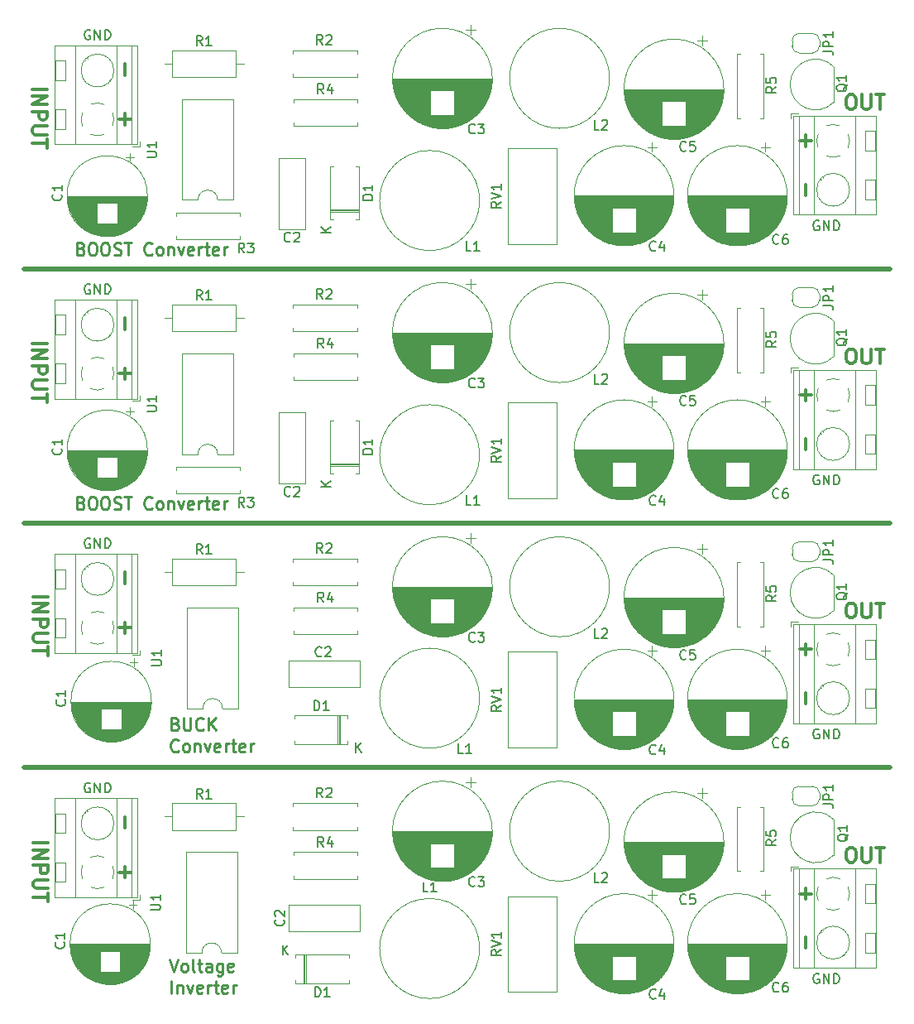
<source format=gto>
%TF.GenerationSoftware,KiCad,Pcbnew,(5.1.12)-1*%
%TF.CreationDate,2022-12-13T04:58:51+01:00*%
%TF.ProjectId,MC34063_panel,4d433334-3036-4335-9f70-616e656c2e6b,rev?*%
%TF.SameCoordinates,Original*%
%TF.FileFunction,Legend,Top*%
%TF.FilePolarity,Positive*%
%FSLAX46Y46*%
G04 Gerber Fmt 4.6, Leading zero omitted, Abs format (unit mm)*
G04 Created by KiCad (PCBNEW (5.1.12)-1) date 2022-12-13 04:58:51*
%MOMM*%
%LPD*%
G01*
G04 APERTURE LIST*
%ADD10C,0.500000*%
%ADD11C,0.300000*%
%ADD12C,0.150000*%
%ADD13C,0.250000*%
%ADD14C,0.120000*%
G04 APERTURE END LIST*
D10*
X45000000Y-135000000D02*
X133600000Y-135000000D01*
X45000000Y-110000000D02*
X133600000Y-110000000D01*
X45000000Y-84000000D02*
X133600000Y-84000000D01*
D11*
X45821428Y-91607142D02*
X47321428Y-91607142D01*
X45821428Y-92321428D02*
X47321428Y-92321428D01*
X45821428Y-93178571D01*
X47321428Y-93178571D01*
X45821428Y-93892857D02*
X47321428Y-93892857D01*
X47321428Y-94464285D01*
X47250000Y-94607142D01*
X47178571Y-94678571D01*
X47035714Y-94750000D01*
X46821428Y-94750000D01*
X46678571Y-94678571D01*
X46607142Y-94607142D01*
X46535714Y-94464285D01*
X46535714Y-93892857D01*
X47321428Y-95392857D02*
X46107142Y-95392857D01*
X45964285Y-95464285D01*
X45892857Y-95535714D01*
X45821428Y-95678571D01*
X45821428Y-95964285D01*
X45892857Y-96107142D01*
X45964285Y-96178571D01*
X46107142Y-96250000D01*
X47321428Y-96250000D01*
X47321428Y-96750000D02*
X47321428Y-97607142D01*
X45821428Y-97178571D02*
X47321428Y-97178571D01*
D12*
X51738095Y-85600000D02*
X51642857Y-85552380D01*
X51500000Y-85552380D01*
X51357142Y-85600000D01*
X51261904Y-85695238D01*
X51214285Y-85790476D01*
X51166666Y-85980952D01*
X51166666Y-86123809D01*
X51214285Y-86314285D01*
X51261904Y-86409523D01*
X51357142Y-86504761D01*
X51500000Y-86552380D01*
X51595238Y-86552380D01*
X51738095Y-86504761D01*
X51785714Y-86457142D01*
X51785714Y-86123809D01*
X51595238Y-86123809D01*
X52214285Y-86552380D02*
X52214285Y-85552380D01*
X52785714Y-86552380D01*
X52785714Y-85552380D01*
X53261904Y-86552380D02*
X53261904Y-85552380D01*
X53500000Y-85552380D01*
X53642857Y-85600000D01*
X53738095Y-85695238D01*
X53785714Y-85790476D01*
X53833333Y-85980952D01*
X53833333Y-86123809D01*
X53785714Y-86314285D01*
X53738095Y-86409523D01*
X53642857Y-86504761D01*
X53500000Y-86552380D01*
X53261904Y-86552380D01*
D11*
X129500000Y-92178571D02*
X129785714Y-92178571D01*
X129928571Y-92250000D01*
X130071428Y-92392857D01*
X130142857Y-92678571D01*
X130142857Y-93178571D01*
X130071428Y-93464285D01*
X129928571Y-93607142D01*
X129785714Y-93678571D01*
X129500000Y-93678571D01*
X129357142Y-93607142D01*
X129214285Y-93464285D01*
X129142857Y-93178571D01*
X129142857Y-92678571D01*
X129214285Y-92392857D01*
X129357142Y-92250000D01*
X129500000Y-92178571D01*
X130785714Y-92178571D02*
X130785714Y-93392857D01*
X130857142Y-93535714D01*
X130928571Y-93607142D01*
X131071428Y-93678571D01*
X131357142Y-93678571D01*
X131500000Y-93607142D01*
X131571428Y-93535714D01*
X131642857Y-93392857D01*
X131642857Y-92178571D01*
X132142857Y-92178571D02*
X133000000Y-92178571D01*
X132571428Y-93678571D02*
X132571428Y-92178571D01*
D12*
X126338095Y-105100000D02*
X126242857Y-105052380D01*
X126100000Y-105052380D01*
X125957142Y-105100000D01*
X125861904Y-105195238D01*
X125814285Y-105290476D01*
X125766666Y-105480952D01*
X125766666Y-105623809D01*
X125814285Y-105814285D01*
X125861904Y-105909523D01*
X125957142Y-106004761D01*
X126100000Y-106052380D01*
X126195238Y-106052380D01*
X126338095Y-106004761D01*
X126385714Y-105957142D01*
X126385714Y-105623809D01*
X126195238Y-105623809D01*
X126814285Y-106052380D02*
X126814285Y-105052380D01*
X127385714Y-106052380D01*
X127385714Y-105052380D01*
X127861904Y-106052380D02*
X127861904Y-105052380D01*
X128100000Y-105052380D01*
X128242857Y-105100000D01*
X128338095Y-105195238D01*
X128385714Y-105290476D01*
X128433333Y-105480952D01*
X128433333Y-105623809D01*
X128385714Y-105814285D01*
X128338095Y-105909523D01*
X128242857Y-106004761D01*
X128100000Y-106052380D01*
X127861904Y-106052380D01*
D13*
X50797619Y-107907142D02*
X50976190Y-107969047D01*
X51035714Y-108030952D01*
X51095238Y-108154761D01*
X51095238Y-108340476D01*
X51035714Y-108464285D01*
X50976190Y-108526190D01*
X50857142Y-108588095D01*
X50380952Y-108588095D01*
X50380952Y-107288095D01*
X50797619Y-107288095D01*
X50916666Y-107350000D01*
X50976190Y-107411904D01*
X51035714Y-107535714D01*
X51035714Y-107659523D01*
X50976190Y-107783333D01*
X50916666Y-107845238D01*
X50797619Y-107907142D01*
X50380952Y-107907142D01*
X51869047Y-107288095D02*
X52107142Y-107288095D01*
X52226190Y-107350000D01*
X52345238Y-107473809D01*
X52404761Y-107721428D01*
X52404761Y-108154761D01*
X52345238Y-108402380D01*
X52226190Y-108526190D01*
X52107142Y-108588095D01*
X51869047Y-108588095D01*
X51750000Y-108526190D01*
X51630952Y-108402380D01*
X51571428Y-108154761D01*
X51571428Y-107721428D01*
X51630952Y-107473809D01*
X51750000Y-107350000D01*
X51869047Y-107288095D01*
X53178571Y-107288095D02*
X53416666Y-107288095D01*
X53535714Y-107350000D01*
X53654761Y-107473809D01*
X53714285Y-107721428D01*
X53714285Y-108154761D01*
X53654761Y-108402380D01*
X53535714Y-108526190D01*
X53416666Y-108588095D01*
X53178571Y-108588095D01*
X53059523Y-108526190D01*
X52940476Y-108402380D01*
X52880952Y-108154761D01*
X52880952Y-107721428D01*
X52940476Y-107473809D01*
X53059523Y-107350000D01*
X53178571Y-107288095D01*
X54190476Y-108526190D02*
X54369047Y-108588095D01*
X54666666Y-108588095D01*
X54785714Y-108526190D01*
X54845238Y-108464285D01*
X54904761Y-108340476D01*
X54904761Y-108216666D01*
X54845238Y-108092857D01*
X54785714Y-108030952D01*
X54666666Y-107969047D01*
X54428571Y-107907142D01*
X54309523Y-107845238D01*
X54250000Y-107783333D01*
X54190476Y-107659523D01*
X54190476Y-107535714D01*
X54250000Y-107411904D01*
X54309523Y-107350000D01*
X54428571Y-107288095D01*
X54726190Y-107288095D01*
X54904761Y-107350000D01*
X55261904Y-107288095D02*
X55976190Y-107288095D01*
X55619047Y-108588095D02*
X55619047Y-107288095D01*
X58059523Y-108464285D02*
X58000000Y-108526190D01*
X57821428Y-108588095D01*
X57702380Y-108588095D01*
X57523809Y-108526190D01*
X57404761Y-108402380D01*
X57345238Y-108278571D01*
X57285714Y-108030952D01*
X57285714Y-107845238D01*
X57345238Y-107597619D01*
X57404761Y-107473809D01*
X57523809Y-107350000D01*
X57702380Y-107288095D01*
X57821428Y-107288095D01*
X58000000Y-107350000D01*
X58059523Y-107411904D01*
X58773809Y-108588095D02*
X58654761Y-108526190D01*
X58595238Y-108464285D01*
X58535714Y-108340476D01*
X58535714Y-107969047D01*
X58595238Y-107845238D01*
X58654761Y-107783333D01*
X58773809Y-107721428D01*
X58952380Y-107721428D01*
X59071428Y-107783333D01*
X59130952Y-107845238D01*
X59190476Y-107969047D01*
X59190476Y-108340476D01*
X59130952Y-108464285D01*
X59071428Y-108526190D01*
X58952380Y-108588095D01*
X58773809Y-108588095D01*
X59726190Y-107721428D02*
X59726190Y-108588095D01*
X59726190Y-107845238D02*
X59785714Y-107783333D01*
X59904761Y-107721428D01*
X60083333Y-107721428D01*
X60202380Y-107783333D01*
X60261904Y-107907142D01*
X60261904Y-108588095D01*
X60738095Y-107721428D02*
X61035714Y-108588095D01*
X61333333Y-107721428D01*
X62285714Y-108526190D02*
X62166666Y-108588095D01*
X61928571Y-108588095D01*
X61809523Y-108526190D01*
X61750000Y-108402380D01*
X61750000Y-107907142D01*
X61809523Y-107783333D01*
X61928571Y-107721428D01*
X62166666Y-107721428D01*
X62285714Y-107783333D01*
X62345238Y-107907142D01*
X62345238Y-108030952D01*
X61750000Y-108154761D01*
X62880952Y-108588095D02*
X62880952Y-107721428D01*
X62880952Y-107969047D02*
X62940476Y-107845238D01*
X63000000Y-107783333D01*
X63119047Y-107721428D01*
X63238095Y-107721428D01*
X63476190Y-107721428D02*
X63952380Y-107721428D01*
X63654761Y-107288095D02*
X63654761Y-108402380D01*
X63714285Y-108526190D01*
X63833333Y-108588095D01*
X63952380Y-108588095D01*
X64845238Y-108526190D02*
X64726190Y-108588095D01*
X64488095Y-108588095D01*
X64369047Y-108526190D01*
X64309523Y-108402380D01*
X64309523Y-107907142D01*
X64369047Y-107783333D01*
X64488095Y-107721428D01*
X64726190Y-107721428D01*
X64845238Y-107783333D01*
X64904761Y-107907142D01*
X64904761Y-108030952D01*
X64309523Y-108154761D01*
X65440476Y-108588095D02*
X65440476Y-107721428D01*
X65440476Y-107969047D02*
X65500000Y-107845238D01*
X65559523Y-107783333D01*
X65678571Y-107721428D01*
X65797619Y-107721428D01*
D11*
X125007142Y-97471428D02*
X125007142Y-96328571D01*
X125578571Y-96900000D02*
X124435714Y-96900000D01*
X125007142Y-102471428D02*
X125007142Y-101328571D01*
X55307142Y-95271428D02*
X55307142Y-94128571D01*
X55878571Y-94700000D02*
X54735714Y-94700000D01*
X55307142Y-90171428D02*
X55307142Y-89028571D01*
X55307142Y-64171428D02*
X55307142Y-63028571D01*
X55307142Y-69271428D02*
X55307142Y-68128571D01*
X55878571Y-68700000D02*
X54735714Y-68700000D01*
X125007142Y-76471428D02*
X125007142Y-75328571D01*
X125007142Y-71471428D02*
X125007142Y-70328571D01*
X125578571Y-70900000D02*
X124435714Y-70900000D01*
D13*
X50797619Y-81907142D02*
X50976190Y-81969047D01*
X51035714Y-82030952D01*
X51095238Y-82154761D01*
X51095238Y-82340476D01*
X51035714Y-82464285D01*
X50976190Y-82526190D01*
X50857142Y-82588095D01*
X50380952Y-82588095D01*
X50380952Y-81288095D01*
X50797619Y-81288095D01*
X50916666Y-81350000D01*
X50976190Y-81411904D01*
X51035714Y-81535714D01*
X51035714Y-81659523D01*
X50976190Y-81783333D01*
X50916666Y-81845238D01*
X50797619Y-81907142D01*
X50380952Y-81907142D01*
X51869047Y-81288095D02*
X52107142Y-81288095D01*
X52226190Y-81350000D01*
X52345238Y-81473809D01*
X52404761Y-81721428D01*
X52404761Y-82154761D01*
X52345238Y-82402380D01*
X52226190Y-82526190D01*
X52107142Y-82588095D01*
X51869047Y-82588095D01*
X51750000Y-82526190D01*
X51630952Y-82402380D01*
X51571428Y-82154761D01*
X51571428Y-81721428D01*
X51630952Y-81473809D01*
X51750000Y-81350000D01*
X51869047Y-81288095D01*
X53178571Y-81288095D02*
X53416666Y-81288095D01*
X53535714Y-81350000D01*
X53654761Y-81473809D01*
X53714285Y-81721428D01*
X53714285Y-82154761D01*
X53654761Y-82402380D01*
X53535714Y-82526190D01*
X53416666Y-82588095D01*
X53178571Y-82588095D01*
X53059523Y-82526190D01*
X52940476Y-82402380D01*
X52880952Y-82154761D01*
X52880952Y-81721428D01*
X52940476Y-81473809D01*
X53059523Y-81350000D01*
X53178571Y-81288095D01*
X54190476Y-82526190D02*
X54369047Y-82588095D01*
X54666666Y-82588095D01*
X54785714Y-82526190D01*
X54845238Y-82464285D01*
X54904761Y-82340476D01*
X54904761Y-82216666D01*
X54845238Y-82092857D01*
X54785714Y-82030952D01*
X54666666Y-81969047D01*
X54428571Y-81907142D01*
X54309523Y-81845238D01*
X54250000Y-81783333D01*
X54190476Y-81659523D01*
X54190476Y-81535714D01*
X54250000Y-81411904D01*
X54309523Y-81350000D01*
X54428571Y-81288095D01*
X54726190Y-81288095D01*
X54904761Y-81350000D01*
X55261904Y-81288095D02*
X55976190Y-81288095D01*
X55619047Y-82588095D02*
X55619047Y-81288095D01*
X58059523Y-82464285D02*
X58000000Y-82526190D01*
X57821428Y-82588095D01*
X57702380Y-82588095D01*
X57523809Y-82526190D01*
X57404761Y-82402380D01*
X57345238Y-82278571D01*
X57285714Y-82030952D01*
X57285714Y-81845238D01*
X57345238Y-81597619D01*
X57404761Y-81473809D01*
X57523809Y-81350000D01*
X57702380Y-81288095D01*
X57821428Y-81288095D01*
X58000000Y-81350000D01*
X58059523Y-81411904D01*
X58773809Y-82588095D02*
X58654761Y-82526190D01*
X58595238Y-82464285D01*
X58535714Y-82340476D01*
X58535714Y-81969047D01*
X58595238Y-81845238D01*
X58654761Y-81783333D01*
X58773809Y-81721428D01*
X58952380Y-81721428D01*
X59071428Y-81783333D01*
X59130952Y-81845238D01*
X59190476Y-81969047D01*
X59190476Y-82340476D01*
X59130952Y-82464285D01*
X59071428Y-82526190D01*
X58952380Y-82588095D01*
X58773809Y-82588095D01*
X59726190Y-81721428D02*
X59726190Y-82588095D01*
X59726190Y-81845238D02*
X59785714Y-81783333D01*
X59904761Y-81721428D01*
X60083333Y-81721428D01*
X60202380Y-81783333D01*
X60261904Y-81907142D01*
X60261904Y-82588095D01*
X60738095Y-81721428D02*
X61035714Y-82588095D01*
X61333333Y-81721428D01*
X62285714Y-82526190D02*
X62166666Y-82588095D01*
X61928571Y-82588095D01*
X61809523Y-82526190D01*
X61750000Y-82402380D01*
X61750000Y-81907142D01*
X61809523Y-81783333D01*
X61928571Y-81721428D01*
X62166666Y-81721428D01*
X62285714Y-81783333D01*
X62345238Y-81907142D01*
X62345238Y-82030952D01*
X61750000Y-82154761D01*
X62880952Y-82588095D02*
X62880952Y-81721428D01*
X62880952Y-81969047D02*
X62940476Y-81845238D01*
X63000000Y-81783333D01*
X63119047Y-81721428D01*
X63238095Y-81721428D01*
X63476190Y-81721428D02*
X63952380Y-81721428D01*
X63654761Y-81288095D02*
X63654761Y-82402380D01*
X63714285Y-82526190D01*
X63833333Y-82588095D01*
X63952380Y-82588095D01*
X64845238Y-82526190D02*
X64726190Y-82588095D01*
X64488095Y-82588095D01*
X64369047Y-82526190D01*
X64309523Y-82402380D01*
X64309523Y-81907142D01*
X64369047Y-81783333D01*
X64488095Y-81721428D01*
X64726190Y-81721428D01*
X64845238Y-81783333D01*
X64904761Y-81907142D01*
X64904761Y-82030952D01*
X64309523Y-82154761D01*
X65440476Y-82588095D02*
X65440476Y-81721428D01*
X65440476Y-81969047D02*
X65500000Y-81845238D01*
X65559523Y-81783333D01*
X65678571Y-81721428D01*
X65797619Y-81721428D01*
D12*
X126338095Y-79100000D02*
X126242857Y-79052380D01*
X126100000Y-79052380D01*
X125957142Y-79100000D01*
X125861904Y-79195238D01*
X125814285Y-79290476D01*
X125766666Y-79480952D01*
X125766666Y-79623809D01*
X125814285Y-79814285D01*
X125861904Y-79909523D01*
X125957142Y-80004761D01*
X126100000Y-80052380D01*
X126195238Y-80052380D01*
X126338095Y-80004761D01*
X126385714Y-79957142D01*
X126385714Y-79623809D01*
X126195238Y-79623809D01*
X126814285Y-80052380D02*
X126814285Y-79052380D01*
X127385714Y-80052380D01*
X127385714Y-79052380D01*
X127861904Y-80052380D02*
X127861904Y-79052380D01*
X128100000Y-79052380D01*
X128242857Y-79100000D01*
X128338095Y-79195238D01*
X128385714Y-79290476D01*
X128433333Y-79480952D01*
X128433333Y-79623809D01*
X128385714Y-79814285D01*
X128338095Y-79909523D01*
X128242857Y-80004761D01*
X128100000Y-80052380D01*
X127861904Y-80052380D01*
D11*
X129500000Y-66178571D02*
X129785714Y-66178571D01*
X129928571Y-66250000D01*
X130071428Y-66392857D01*
X130142857Y-66678571D01*
X130142857Y-67178571D01*
X130071428Y-67464285D01*
X129928571Y-67607142D01*
X129785714Y-67678571D01*
X129500000Y-67678571D01*
X129357142Y-67607142D01*
X129214285Y-67464285D01*
X129142857Y-67178571D01*
X129142857Y-66678571D01*
X129214285Y-66392857D01*
X129357142Y-66250000D01*
X129500000Y-66178571D01*
X130785714Y-66178571D02*
X130785714Y-67392857D01*
X130857142Y-67535714D01*
X130928571Y-67607142D01*
X131071428Y-67678571D01*
X131357142Y-67678571D01*
X131500000Y-67607142D01*
X131571428Y-67535714D01*
X131642857Y-67392857D01*
X131642857Y-66178571D01*
X132142857Y-66178571D02*
X133000000Y-66178571D01*
X132571428Y-67678571D02*
X132571428Y-66178571D01*
D12*
X51738095Y-59600000D02*
X51642857Y-59552380D01*
X51500000Y-59552380D01*
X51357142Y-59600000D01*
X51261904Y-59695238D01*
X51214285Y-59790476D01*
X51166666Y-59980952D01*
X51166666Y-60123809D01*
X51214285Y-60314285D01*
X51261904Y-60409523D01*
X51357142Y-60504761D01*
X51500000Y-60552380D01*
X51595238Y-60552380D01*
X51738095Y-60504761D01*
X51785714Y-60457142D01*
X51785714Y-60123809D01*
X51595238Y-60123809D01*
X52214285Y-60552380D02*
X52214285Y-59552380D01*
X52785714Y-60552380D01*
X52785714Y-59552380D01*
X53261904Y-60552380D02*
X53261904Y-59552380D01*
X53500000Y-59552380D01*
X53642857Y-59600000D01*
X53738095Y-59695238D01*
X53785714Y-59790476D01*
X53833333Y-59980952D01*
X53833333Y-60123809D01*
X53785714Y-60314285D01*
X53738095Y-60409523D01*
X53642857Y-60504761D01*
X53500000Y-60552380D01*
X53261904Y-60552380D01*
D11*
X45821428Y-65607142D02*
X47321428Y-65607142D01*
X45821428Y-66321428D02*
X47321428Y-66321428D01*
X45821428Y-67178571D01*
X47321428Y-67178571D01*
X45821428Y-67892857D02*
X47321428Y-67892857D01*
X47321428Y-68464285D01*
X47250000Y-68607142D01*
X47178571Y-68678571D01*
X47035714Y-68750000D01*
X46821428Y-68750000D01*
X46678571Y-68678571D01*
X46607142Y-68607142D01*
X46535714Y-68464285D01*
X46535714Y-67892857D01*
X47321428Y-69392857D02*
X46107142Y-69392857D01*
X45964285Y-69464285D01*
X45892857Y-69535714D01*
X45821428Y-69678571D01*
X45821428Y-69964285D01*
X45892857Y-70107142D01*
X45964285Y-70178571D01*
X46107142Y-70250000D01*
X47321428Y-70250000D01*
X47321428Y-70750000D02*
X47321428Y-71607142D01*
X45821428Y-71178571D02*
X47321428Y-71178571D01*
X55307142Y-116171428D02*
X55307142Y-115028571D01*
X55307142Y-121271428D02*
X55307142Y-120128571D01*
X55878571Y-120700000D02*
X54735714Y-120700000D01*
X125007142Y-128471428D02*
X125007142Y-127328571D01*
X125007142Y-123471428D02*
X125007142Y-122328571D01*
X125578571Y-122900000D02*
X124435714Y-122900000D01*
D13*
X60476785Y-130507142D02*
X60655357Y-130569047D01*
X60714880Y-130630952D01*
X60774404Y-130754761D01*
X60774404Y-130940476D01*
X60714880Y-131064285D01*
X60655357Y-131126190D01*
X60536309Y-131188095D01*
X60060119Y-131188095D01*
X60060119Y-129888095D01*
X60476785Y-129888095D01*
X60595833Y-129950000D01*
X60655357Y-130011904D01*
X60714880Y-130135714D01*
X60714880Y-130259523D01*
X60655357Y-130383333D01*
X60595833Y-130445238D01*
X60476785Y-130507142D01*
X60060119Y-130507142D01*
X61310119Y-129888095D02*
X61310119Y-130940476D01*
X61369642Y-131064285D01*
X61429166Y-131126190D01*
X61548214Y-131188095D01*
X61786309Y-131188095D01*
X61905357Y-131126190D01*
X61964880Y-131064285D01*
X62024404Y-130940476D01*
X62024404Y-129888095D01*
X63333928Y-131064285D02*
X63274404Y-131126190D01*
X63095833Y-131188095D01*
X62976785Y-131188095D01*
X62798214Y-131126190D01*
X62679166Y-131002380D01*
X62619642Y-130878571D01*
X62560119Y-130630952D01*
X62560119Y-130445238D01*
X62619642Y-130197619D01*
X62679166Y-130073809D01*
X62798214Y-129950000D01*
X62976785Y-129888095D01*
X63095833Y-129888095D01*
X63274404Y-129950000D01*
X63333928Y-130011904D01*
X63869642Y-131188095D02*
X63869642Y-129888095D01*
X64583928Y-131188095D02*
X64048214Y-130445238D01*
X64583928Y-129888095D02*
X63869642Y-130630952D01*
X60774404Y-133264285D02*
X60714880Y-133326190D01*
X60536309Y-133388095D01*
X60417261Y-133388095D01*
X60238690Y-133326190D01*
X60119642Y-133202380D01*
X60060119Y-133078571D01*
X60000595Y-132830952D01*
X60000595Y-132645238D01*
X60060119Y-132397619D01*
X60119642Y-132273809D01*
X60238690Y-132150000D01*
X60417261Y-132088095D01*
X60536309Y-132088095D01*
X60714880Y-132150000D01*
X60774404Y-132211904D01*
X61488690Y-133388095D02*
X61369642Y-133326190D01*
X61310119Y-133264285D01*
X61250595Y-133140476D01*
X61250595Y-132769047D01*
X61310119Y-132645238D01*
X61369642Y-132583333D01*
X61488690Y-132521428D01*
X61667261Y-132521428D01*
X61786309Y-132583333D01*
X61845833Y-132645238D01*
X61905357Y-132769047D01*
X61905357Y-133140476D01*
X61845833Y-133264285D01*
X61786309Y-133326190D01*
X61667261Y-133388095D01*
X61488690Y-133388095D01*
X62441071Y-132521428D02*
X62441071Y-133388095D01*
X62441071Y-132645238D02*
X62500595Y-132583333D01*
X62619642Y-132521428D01*
X62798214Y-132521428D01*
X62917261Y-132583333D01*
X62976785Y-132707142D01*
X62976785Y-133388095D01*
X63452976Y-132521428D02*
X63750595Y-133388095D01*
X64048214Y-132521428D01*
X65000595Y-133326190D02*
X64881547Y-133388095D01*
X64643452Y-133388095D01*
X64524404Y-133326190D01*
X64464880Y-133202380D01*
X64464880Y-132707142D01*
X64524404Y-132583333D01*
X64643452Y-132521428D01*
X64881547Y-132521428D01*
X65000595Y-132583333D01*
X65060119Y-132707142D01*
X65060119Y-132830952D01*
X64464880Y-132954761D01*
X65595833Y-133388095D02*
X65595833Y-132521428D01*
X65595833Y-132769047D02*
X65655357Y-132645238D01*
X65714880Y-132583333D01*
X65833928Y-132521428D01*
X65952976Y-132521428D01*
X66191071Y-132521428D02*
X66667261Y-132521428D01*
X66369642Y-132088095D02*
X66369642Y-133202380D01*
X66429166Y-133326190D01*
X66548214Y-133388095D01*
X66667261Y-133388095D01*
X67560119Y-133326190D02*
X67441071Y-133388095D01*
X67202976Y-133388095D01*
X67083928Y-133326190D01*
X67024404Y-133202380D01*
X67024404Y-132707142D01*
X67083928Y-132583333D01*
X67202976Y-132521428D01*
X67441071Y-132521428D01*
X67560119Y-132583333D01*
X67619642Y-132707142D01*
X67619642Y-132830952D01*
X67024404Y-132954761D01*
X68155357Y-133388095D02*
X68155357Y-132521428D01*
X68155357Y-132769047D02*
X68214880Y-132645238D01*
X68274404Y-132583333D01*
X68393452Y-132521428D01*
X68512500Y-132521428D01*
D12*
X126338095Y-131100000D02*
X126242857Y-131052380D01*
X126100000Y-131052380D01*
X125957142Y-131100000D01*
X125861904Y-131195238D01*
X125814285Y-131290476D01*
X125766666Y-131480952D01*
X125766666Y-131623809D01*
X125814285Y-131814285D01*
X125861904Y-131909523D01*
X125957142Y-132004761D01*
X126100000Y-132052380D01*
X126195238Y-132052380D01*
X126338095Y-132004761D01*
X126385714Y-131957142D01*
X126385714Y-131623809D01*
X126195238Y-131623809D01*
X126814285Y-132052380D02*
X126814285Y-131052380D01*
X127385714Y-132052380D01*
X127385714Y-131052380D01*
X127861904Y-132052380D02*
X127861904Y-131052380D01*
X128100000Y-131052380D01*
X128242857Y-131100000D01*
X128338095Y-131195238D01*
X128385714Y-131290476D01*
X128433333Y-131480952D01*
X128433333Y-131623809D01*
X128385714Y-131814285D01*
X128338095Y-131909523D01*
X128242857Y-132004761D01*
X128100000Y-132052380D01*
X127861904Y-132052380D01*
D11*
X129500000Y-118178571D02*
X129785714Y-118178571D01*
X129928571Y-118250000D01*
X130071428Y-118392857D01*
X130142857Y-118678571D01*
X130142857Y-119178571D01*
X130071428Y-119464285D01*
X129928571Y-119607142D01*
X129785714Y-119678571D01*
X129500000Y-119678571D01*
X129357142Y-119607142D01*
X129214285Y-119464285D01*
X129142857Y-119178571D01*
X129142857Y-118678571D01*
X129214285Y-118392857D01*
X129357142Y-118250000D01*
X129500000Y-118178571D01*
X130785714Y-118178571D02*
X130785714Y-119392857D01*
X130857142Y-119535714D01*
X130928571Y-119607142D01*
X131071428Y-119678571D01*
X131357142Y-119678571D01*
X131500000Y-119607142D01*
X131571428Y-119535714D01*
X131642857Y-119392857D01*
X131642857Y-118178571D01*
X132142857Y-118178571D02*
X133000000Y-118178571D01*
X132571428Y-119678571D02*
X132571428Y-118178571D01*
D12*
X51738095Y-111600000D02*
X51642857Y-111552380D01*
X51500000Y-111552380D01*
X51357142Y-111600000D01*
X51261904Y-111695238D01*
X51214285Y-111790476D01*
X51166666Y-111980952D01*
X51166666Y-112123809D01*
X51214285Y-112314285D01*
X51261904Y-112409523D01*
X51357142Y-112504761D01*
X51500000Y-112552380D01*
X51595238Y-112552380D01*
X51738095Y-112504761D01*
X51785714Y-112457142D01*
X51785714Y-112123809D01*
X51595238Y-112123809D01*
X52214285Y-112552380D02*
X52214285Y-111552380D01*
X52785714Y-112552380D01*
X52785714Y-111552380D01*
X53261904Y-112552380D02*
X53261904Y-111552380D01*
X53500000Y-111552380D01*
X53642857Y-111600000D01*
X53738095Y-111695238D01*
X53785714Y-111790476D01*
X53833333Y-111980952D01*
X53833333Y-112123809D01*
X53785714Y-112314285D01*
X53738095Y-112409523D01*
X53642857Y-112504761D01*
X53500000Y-112552380D01*
X53261904Y-112552380D01*
D11*
X45921428Y-117507142D02*
X47421428Y-117507142D01*
X45921428Y-118221428D02*
X47421428Y-118221428D01*
X45921428Y-119078571D01*
X47421428Y-119078571D01*
X45921428Y-119792857D02*
X47421428Y-119792857D01*
X47421428Y-120364285D01*
X47350000Y-120507142D01*
X47278571Y-120578571D01*
X47135714Y-120650000D01*
X46921428Y-120650000D01*
X46778571Y-120578571D01*
X46707142Y-120507142D01*
X46635714Y-120364285D01*
X46635714Y-119792857D01*
X47421428Y-121292857D02*
X46207142Y-121292857D01*
X46064285Y-121364285D01*
X45992857Y-121435714D01*
X45921428Y-121578571D01*
X45921428Y-121864285D01*
X45992857Y-122007142D01*
X46064285Y-122078571D01*
X46207142Y-122150000D01*
X47421428Y-122150000D01*
X47421428Y-122650000D02*
X47421428Y-123507142D01*
X45921428Y-123078571D02*
X47421428Y-123078571D01*
X55307142Y-141171428D02*
X55307142Y-140028571D01*
X55307142Y-146271428D02*
X55307142Y-145128571D01*
X55878571Y-145700000D02*
X54735714Y-145700000D01*
X125007142Y-153471428D02*
X125007142Y-152328571D01*
X125007142Y-148471428D02*
X125007142Y-147328571D01*
X125578571Y-147900000D02*
X124435714Y-147900000D01*
D13*
X59881547Y-154588095D02*
X60298214Y-155888095D01*
X60714880Y-154588095D01*
X61310119Y-155888095D02*
X61191071Y-155826190D01*
X61131547Y-155764285D01*
X61072023Y-155640476D01*
X61072023Y-155269047D01*
X61131547Y-155145238D01*
X61191071Y-155083333D01*
X61310119Y-155021428D01*
X61488690Y-155021428D01*
X61607738Y-155083333D01*
X61667261Y-155145238D01*
X61726785Y-155269047D01*
X61726785Y-155640476D01*
X61667261Y-155764285D01*
X61607738Y-155826190D01*
X61488690Y-155888095D01*
X61310119Y-155888095D01*
X62441071Y-155888095D02*
X62322023Y-155826190D01*
X62262500Y-155702380D01*
X62262500Y-154588095D01*
X62738690Y-155021428D02*
X63214880Y-155021428D01*
X62917261Y-154588095D02*
X62917261Y-155702380D01*
X62976785Y-155826190D01*
X63095833Y-155888095D01*
X63214880Y-155888095D01*
X64167261Y-155888095D02*
X64167261Y-155207142D01*
X64107738Y-155083333D01*
X63988690Y-155021428D01*
X63750595Y-155021428D01*
X63631547Y-155083333D01*
X64167261Y-155826190D02*
X64048214Y-155888095D01*
X63750595Y-155888095D01*
X63631547Y-155826190D01*
X63572023Y-155702380D01*
X63572023Y-155578571D01*
X63631547Y-155454761D01*
X63750595Y-155392857D01*
X64048214Y-155392857D01*
X64167261Y-155330952D01*
X65298214Y-155021428D02*
X65298214Y-156073809D01*
X65238690Y-156197619D01*
X65179166Y-156259523D01*
X65060119Y-156321428D01*
X64881547Y-156321428D01*
X64762500Y-156259523D01*
X65298214Y-155826190D02*
X65179166Y-155888095D01*
X64941071Y-155888095D01*
X64822023Y-155826190D01*
X64762500Y-155764285D01*
X64702976Y-155640476D01*
X64702976Y-155269047D01*
X64762500Y-155145238D01*
X64822023Y-155083333D01*
X64941071Y-155021428D01*
X65179166Y-155021428D01*
X65298214Y-155083333D01*
X66369642Y-155826190D02*
X66250595Y-155888095D01*
X66012500Y-155888095D01*
X65893452Y-155826190D01*
X65833928Y-155702380D01*
X65833928Y-155207142D01*
X65893452Y-155083333D01*
X66012500Y-155021428D01*
X66250595Y-155021428D01*
X66369642Y-155083333D01*
X66429166Y-155207142D01*
X66429166Y-155330952D01*
X65833928Y-155454761D01*
X60060119Y-158088095D02*
X60060119Y-156788095D01*
X60655357Y-157221428D02*
X60655357Y-158088095D01*
X60655357Y-157345238D02*
X60714880Y-157283333D01*
X60833928Y-157221428D01*
X61012500Y-157221428D01*
X61131547Y-157283333D01*
X61191071Y-157407142D01*
X61191071Y-158088095D01*
X61667261Y-157221428D02*
X61964880Y-158088095D01*
X62262500Y-157221428D01*
X63214880Y-158026190D02*
X63095833Y-158088095D01*
X62857738Y-158088095D01*
X62738690Y-158026190D01*
X62679166Y-157902380D01*
X62679166Y-157407142D01*
X62738690Y-157283333D01*
X62857738Y-157221428D01*
X63095833Y-157221428D01*
X63214880Y-157283333D01*
X63274404Y-157407142D01*
X63274404Y-157530952D01*
X62679166Y-157654761D01*
X63810119Y-158088095D02*
X63810119Y-157221428D01*
X63810119Y-157469047D02*
X63869642Y-157345238D01*
X63929166Y-157283333D01*
X64048214Y-157221428D01*
X64167261Y-157221428D01*
X64405357Y-157221428D02*
X64881547Y-157221428D01*
X64583928Y-156788095D02*
X64583928Y-157902380D01*
X64643452Y-158026190D01*
X64762500Y-158088095D01*
X64881547Y-158088095D01*
X65774404Y-158026190D02*
X65655357Y-158088095D01*
X65417261Y-158088095D01*
X65298214Y-158026190D01*
X65238690Y-157902380D01*
X65238690Y-157407142D01*
X65298214Y-157283333D01*
X65417261Y-157221428D01*
X65655357Y-157221428D01*
X65774404Y-157283333D01*
X65833928Y-157407142D01*
X65833928Y-157530952D01*
X65238690Y-157654761D01*
X66369642Y-158088095D02*
X66369642Y-157221428D01*
X66369642Y-157469047D02*
X66429166Y-157345238D01*
X66488690Y-157283333D01*
X66607738Y-157221428D01*
X66726785Y-157221428D01*
D12*
X126338095Y-156100000D02*
X126242857Y-156052380D01*
X126100000Y-156052380D01*
X125957142Y-156100000D01*
X125861904Y-156195238D01*
X125814285Y-156290476D01*
X125766666Y-156480952D01*
X125766666Y-156623809D01*
X125814285Y-156814285D01*
X125861904Y-156909523D01*
X125957142Y-157004761D01*
X126100000Y-157052380D01*
X126195238Y-157052380D01*
X126338095Y-157004761D01*
X126385714Y-156957142D01*
X126385714Y-156623809D01*
X126195238Y-156623809D01*
X126814285Y-157052380D02*
X126814285Y-156052380D01*
X127385714Y-157052380D01*
X127385714Y-156052380D01*
X127861904Y-157052380D02*
X127861904Y-156052380D01*
X128100000Y-156052380D01*
X128242857Y-156100000D01*
X128338095Y-156195238D01*
X128385714Y-156290476D01*
X128433333Y-156480952D01*
X128433333Y-156623809D01*
X128385714Y-156814285D01*
X128338095Y-156909523D01*
X128242857Y-157004761D01*
X128100000Y-157052380D01*
X127861904Y-157052380D01*
D11*
X129500000Y-143178571D02*
X129785714Y-143178571D01*
X129928571Y-143250000D01*
X130071428Y-143392857D01*
X130142857Y-143678571D01*
X130142857Y-144178571D01*
X130071428Y-144464285D01*
X129928571Y-144607142D01*
X129785714Y-144678571D01*
X129500000Y-144678571D01*
X129357142Y-144607142D01*
X129214285Y-144464285D01*
X129142857Y-144178571D01*
X129142857Y-143678571D01*
X129214285Y-143392857D01*
X129357142Y-143250000D01*
X129500000Y-143178571D01*
X130785714Y-143178571D02*
X130785714Y-144392857D01*
X130857142Y-144535714D01*
X130928571Y-144607142D01*
X131071428Y-144678571D01*
X131357142Y-144678571D01*
X131500000Y-144607142D01*
X131571428Y-144535714D01*
X131642857Y-144392857D01*
X131642857Y-143178571D01*
X132142857Y-143178571D02*
X133000000Y-143178571D01*
X132571428Y-144678571D02*
X132571428Y-143178571D01*
D12*
X51738095Y-136600000D02*
X51642857Y-136552380D01*
X51500000Y-136552380D01*
X51357142Y-136600000D01*
X51261904Y-136695238D01*
X51214285Y-136790476D01*
X51166666Y-136980952D01*
X51166666Y-137123809D01*
X51214285Y-137314285D01*
X51261904Y-137409523D01*
X51357142Y-137504761D01*
X51500000Y-137552380D01*
X51595238Y-137552380D01*
X51738095Y-137504761D01*
X51785714Y-137457142D01*
X51785714Y-137123809D01*
X51595238Y-137123809D01*
X52214285Y-137552380D02*
X52214285Y-136552380D01*
X52785714Y-137552380D01*
X52785714Y-136552380D01*
X53261904Y-137552380D02*
X53261904Y-136552380D01*
X53500000Y-136552380D01*
X53642857Y-136600000D01*
X53738095Y-136695238D01*
X53785714Y-136790476D01*
X53833333Y-136980952D01*
X53833333Y-137123809D01*
X53785714Y-137314285D01*
X53738095Y-137409523D01*
X53642857Y-137504761D01*
X53500000Y-137552380D01*
X53261904Y-137552380D01*
D11*
X45921428Y-142707142D02*
X47421428Y-142707142D01*
X45921428Y-143421428D02*
X47421428Y-143421428D01*
X45921428Y-144278571D01*
X47421428Y-144278571D01*
X45921428Y-144992857D02*
X47421428Y-144992857D01*
X47421428Y-145564285D01*
X47350000Y-145707142D01*
X47278571Y-145778571D01*
X47135714Y-145850000D01*
X46921428Y-145850000D01*
X46778571Y-145778571D01*
X46707142Y-145707142D01*
X46635714Y-145564285D01*
X46635714Y-144992857D01*
X47421428Y-146492857D02*
X46207142Y-146492857D01*
X46064285Y-146564285D01*
X45992857Y-146635714D01*
X45921428Y-146778571D01*
X45921428Y-147064285D01*
X45992857Y-147207142D01*
X46064285Y-147278571D01*
X46207142Y-147350000D01*
X47421428Y-147350000D01*
X47421428Y-147850000D02*
X47421428Y-148707142D01*
X45921428Y-148278571D02*
X47421428Y-148278571D01*
D14*
%TO.C,C2*%
X71030000Y-98680000D02*
X73770000Y-98680000D01*
X71030000Y-105920000D02*
X73770000Y-105920000D01*
X73770000Y-105920000D02*
X73770000Y-98680000D01*
X71030000Y-105920000D02*
X71030000Y-98680000D01*
%TO.C,J1*%
X54180000Y-89700000D02*
G75*
G03*
X54180000Y-89700000I-1680000J0D01*
G01*
X56000000Y-97260000D02*
X56000000Y-87140000D01*
X54500000Y-97260000D02*
X54500000Y-87140000D01*
X50199000Y-97260000D02*
X50199000Y-87140000D01*
X48140000Y-97260000D02*
X48140000Y-87140000D01*
X56560000Y-97260000D02*
X56560000Y-87140000D01*
X48140000Y-97260000D02*
X56560000Y-97260000D01*
X48140000Y-87140000D02*
X56560000Y-87140000D01*
X48200000Y-95700000D02*
X48200000Y-93700000D01*
X49200000Y-95700000D02*
X49200000Y-93700000D01*
X48200000Y-95700000D02*
X49200000Y-95700000D01*
X48200000Y-93700000D02*
X49200000Y-93700000D01*
X51431000Y-88425000D02*
X51477000Y-88472000D01*
X53739000Y-90734000D02*
X53774000Y-90769000D01*
X51225000Y-88630000D02*
X51261000Y-88665000D01*
X53523000Y-90927000D02*
X53569000Y-90974000D01*
X48200000Y-90700000D02*
X48200000Y-88700000D01*
X49200000Y-90700000D02*
X49200000Y-88700000D01*
X48200000Y-90700000D02*
X49200000Y-90700000D01*
X48200000Y-88700000D02*
X49200000Y-88700000D01*
X56060000Y-97500000D02*
X56800000Y-97500000D01*
X56800000Y-97500000D02*
X56800000Y-97000000D01*
X54034756Y-94016682D02*
G75*
G02*
X54180000Y-94700000I-1534756J-683318D01*
G01*
X51816958Y-93164574D02*
G75*
G02*
X53184000Y-93165000I683042J-1535426D01*
G01*
X50964574Y-95383042D02*
G75*
G02*
X50965000Y-94016000I1535426J683042D01*
G01*
X53183042Y-96235426D02*
G75*
G02*
X51816000Y-96235000I-683042J1535426D01*
G01*
X54180253Y-94671195D02*
G75*
G02*
X54035000Y-95384000I-1680253J-28805D01*
G01*
%TO.C,D1*%
X76330000Y-104130000D02*
X79270000Y-104130000D01*
X76330000Y-103890000D02*
X79270000Y-103890000D01*
X76330000Y-104010000D02*
X79270000Y-104010000D01*
X79270000Y-99470000D02*
X78940000Y-99470000D01*
X79270000Y-104910000D02*
X79270000Y-99470000D01*
X78940000Y-104910000D02*
X79270000Y-104910000D01*
X76330000Y-99470000D02*
X76660000Y-99470000D01*
X76330000Y-104910000D02*
X76330000Y-99470000D01*
X76660000Y-104910000D02*
X76330000Y-104910000D01*
%TO.C,JP1*%
X124300000Y-85900000D02*
X125700000Y-85900000D01*
X126400000Y-86600000D02*
X126400000Y-87200000D01*
X125700000Y-87900000D02*
X124300000Y-87900000D01*
X123600000Y-87200000D02*
X123600000Y-86600000D01*
X123600000Y-86600000D02*
G75*
G02*
X124300000Y-85900000I700000J0D01*
G01*
X124300000Y-87900000D02*
G75*
G02*
X123600000Y-87200000I0J700000D01*
G01*
X126400000Y-87200000D02*
G75*
G02*
X125700000Y-87900000I-700000J0D01*
G01*
X125700000Y-85900000D02*
G75*
G02*
X126400000Y-86600000I0J-700000D01*
G01*
%TO.C,J2*%
X123500000Y-94100000D02*
X123500000Y-94600000D01*
X124240000Y-94100000D02*
X123500000Y-94100000D01*
X132100000Y-102900000D02*
X131100000Y-102900000D01*
X132100000Y-100900000D02*
X131100000Y-100900000D01*
X131100000Y-100900000D02*
X131100000Y-102900000D01*
X132100000Y-100900000D02*
X132100000Y-102900000D01*
X126777000Y-100673000D02*
X126731000Y-100626000D01*
X129075000Y-102970000D02*
X129039000Y-102935000D01*
X126561000Y-100866000D02*
X126526000Y-100831000D01*
X128869000Y-103175000D02*
X128823000Y-103128000D01*
X132100000Y-97900000D02*
X131100000Y-97900000D01*
X132100000Y-95900000D02*
X131100000Y-95900000D01*
X131100000Y-95900000D02*
X131100000Y-97900000D01*
X132100000Y-95900000D02*
X132100000Y-97900000D01*
X132160000Y-104460000D02*
X123740000Y-104460000D01*
X132160000Y-94340000D02*
X123740000Y-94340000D01*
X123740000Y-94340000D02*
X123740000Y-104460000D01*
X132160000Y-94340000D02*
X132160000Y-104460000D01*
X130101000Y-94340000D02*
X130101000Y-104460000D01*
X125800000Y-94340000D02*
X125800000Y-104460000D01*
X124300000Y-94340000D02*
X124300000Y-104460000D01*
X129480000Y-101900000D02*
G75*
G03*
X129480000Y-101900000I-1680000J0D01*
G01*
X126119747Y-96928805D02*
G75*
G02*
X126265000Y-96216000I1680253J28805D01*
G01*
X127116958Y-95364574D02*
G75*
G02*
X128484000Y-95365000I683042J-1535426D01*
G01*
X129335426Y-96216958D02*
G75*
G02*
X129335000Y-97584000I-1535426J-683042D01*
G01*
X128483042Y-98435426D02*
G75*
G02*
X127116000Y-98435000I-683042J1535426D01*
G01*
X126265244Y-97583318D02*
G75*
G02*
X126120000Y-96900000I1534756J683318D01*
G01*
%TO.C,L2*%
X104920000Y-90500000D02*
G75*
G03*
X104920000Y-90500000I-5120000J0D01*
G01*
%TO.C,L1*%
X91620000Y-103000000D02*
G75*
G03*
X91620000Y-103000000I-5120000J0D01*
G01*
%TO.C,C1*%
X56215000Y-98540302D02*
X55415000Y-98540302D01*
X55815000Y-98140302D02*
X55815000Y-98940302D01*
X54033000Y-106631000D02*
X52967000Y-106631000D01*
X54268000Y-106591000D02*
X52732000Y-106591000D01*
X54448000Y-106551000D02*
X52552000Y-106551000D01*
X54598000Y-106511000D02*
X52402000Y-106511000D01*
X54729000Y-106471000D02*
X52271000Y-106471000D01*
X54846000Y-106431000D02*
X52154000Y-106431000D01*
X54953000Y-106391000D02*
X52047000Y-106391000D01*
X55052000Y-106351000D02*
X51948000Y-106351000D01*
X55145000Y-106311000D02*
X51855000Y-106311000D01*
X55231000Y-106271000D02*
X51769000Y-106271000D01*
X55313000Y-106231000D02*
X51687000Y-106231000D01*
X55390000Y-106191000D02*
X51610000Y-106191000D01*
X55464000Y-106151000D02*
X51536000Y-106151000D01*
X55534000Y-106111000D02*
X51466000Y-106111000D01*
X55602000Y-106071000D02*
X51398000Y-106071000D01*
X55666000Y-106031000D02*
X51334000Y-106031000D01*
X55728000Y-105991000D02*
X51272000Y-105991000D01*
X55787000Y-105951000D02*
X51213000Y-105951000D01*
X55845000Y-105911000D02*
X51155000Y-105911000D01*
X55900000Y-105871000D02*
X51100000Y-105871000D01*
X55954000Y-105831000D02*
X51046000Y-105831000D01*
X56005000Y-105791000D02*
X50995000Y-105791000D01*
X56056000Y-105751000D02*
X50944000Y-105751000D01*
X56104000Y-105711000D02*
X50896000Y-105711000D01*
X56151000Y-105671000D02*
X50849000Y-105671000D01*
X56197000Y-105631000D02*
X50803000Y-105631000D01*
X56241000Y-105591000D02*
X50759000Y-105591000D01*
X56284000Y-105551000D02*
X50716000Y-105551000D01*
X56326000Y-105511000D02*
X50674000Y-105511000D01*
X56367000Y-105471000D02*
X50633000Y-105471000D01*
X56407000Y-105431000D02*
X50593000Y-105431000D01*
X56445000Y-105391000D02*
X50555000Y-105391000D01*
X56483000Y-105351000D02*
X50517000Y-105351000D01*
X52460000Y-105311000D02*
X50481000Y-105311000D01*
X56519000Y-105311000D02*
X54540000Y-105311000D01*
X52460000Y-105271000D02*
X50445000Y-105271000D01*
X56555000Y-105271000D02*
X54540000Y-105271000D01*
X52460000Y-105231000D02*
X50410000Y-105231000D01*
X56590000Y-105231000D02*
X54540000Y-105231000D01*
X52460000Y-105191000D02*
X50376000Y-105191000D01*
X56624000Y-105191000D02*
X54540000Y-105191000D01*
X52460000Y-105151000D02*
X50344000Y-105151000D01*
X56656000Y-105151000D02*
X54540000Y-105151000D01*
X52460000Y-105111000D02*
X50311000Y-105111000D01*
X56689000Y-105111000D02*
X54540000Y-105111000D01*
X52460000Y-105071000D02*
X50280000Y-105071000D01*
X56720000Y-105071000D02*
X54540000Y-105071000D01*
X52460000Y-105031000D02*
X50250000Y-105031000D01*
X56750000Y-105031000D02*
X54540000Y-105031000D01*
X52460000Y-104991000D02*
X50220000Y-104991000D01*
X56780000Y-104991000D02*
X54540000Y-104991000D01*
X52460000Y-104951000D02*
X50191000Y-104951000D01*
X56809000Y-104951000D02*
X54540000Y-104951000D01*
X52460000Y-104911000D02*
X50162000Y-104911000D01*
X56838000Y-104911000D02*
X54540000Y-104911000D01*
X52460000Y-104871000D02*
X50135000Y-104871000D01*
X56865000Y-104871000D02*
X54540000Y-104871000D01*
X52460000Y-104831000D02*
X50108000Y-104831000D01*
X56892000Y-104831000D02*
X54540000Y-104831000D01*
X52460000Y-104791000D02*
X50082000Y-104791000D01*
X56918000Y-104791000D02*
X54540000Y-104791000D01*
X52460000Y-104751000D02*
X50056000Y-104751000D01*
X56944000Y-104751000D02*
X54540000Y-104751000D01*
X52460000Y-104711000D02*
X50031000Y-104711000D01*
X56969000Y-104711000D02*
X54540000Y-104711000D01*
X52460000Y-104671000D02*
X50007000Y-104671000D01*
X56993000Y-104671000D02*
X54540000Y-104671000D01*
X52460000Y-104631000D02*
X49983000Y-104631000D01*
X57017000Y-104631000D02*
X54540000Y-104631000D01*
X52460000Y-104591000D02*
X49960000Y-104591000D01*
X57040000Y-104591000D02*
X54540000Y-104591000D01*
X52460000Y-104551000D02*
X49938000Y-104551000D01*
X57062000Y-104551000D02*
X54540000Y-104551000D01*
X52460000Y-104511000D02*
X49916000Y-104511000D01*
X57084000Y-104511000D02*
X54540000Y-104511000D01*
X52460000Y-104471000D02*
X49894000Y-104471000D01*
X57106000Y-104471000D02*
X54540000Y-104471000D01*
X52460000Y-104431000D02*
X49873000Y-104431000D01*
X57127000Y-104431000D02*
X54540000Y-104431000D01*
X52460000Y-104391000D02*
X49853000Y-104391000D01*
X57147000Y-104391000D02*
X54540000Y-104391000D01*
X52460000Y-104351000D02*
X49834000Y-104351000D01*
X57166000Y-104351000D02*
X54540000Y-104351000D01*
X52460000Y-104311000D02*
X49814000Y-104311000D01*
X57186000Y-104311000D02*
X54540000Y-104311000D01*
X52460000Y-104271000D02*
X49796000Y-104271000D01*
X57204000Y-104271000D02*
X54540000Y-104271000D01*
X52460000Y-104231000D02*
X49778000Y-104231000D01*
X57222000Y-104231000D02*
X54540000Y-104231000D01*
X52460000Y-104191000D02*
X49760000Y-104191000D01*
X57240000Y-104191000D02*
X54540000Y-104191000D01*
X52460000Y-104151000D02*
X49743000Y-104151000D01*
X57257000Y-104151000D02*
X54540000Y-104151000D01*
X52460000Y-104111000D02*
X49726000Y-104111000D01*
X57274000Y-104111000D02*
X54540000Y-104111000D01*
X52460000Y-104071000D02*
X49710000Y-104071000D01*
X57290000Y-104071000D02*
X54540000Y-104071000D01*
X52460000Y-104031000D02*
X49695000Y-104031000D01*
X57305000Y-104031000D02*
X54540000Y-104031000D01*
X52460000Y-103991000D02*
X49679000Y-103991000D01*
X57321000Y-103991000D02*
X54540000Y-103991000D01*
X52460000Y-103951000D02*
X49665000Y-103951000D01*
X57335000Y-103951000D02*
X54540000Y-103951000D01*
X52460000Y-103911000D02*
X49650000Y-103911000D01*
X57350000Y-103911000D02*
X54540000Y-103911000D01*
X52460000Y-103871000D02*
X49637000Y-103871000D01*
X57363000Y-103871000D02*
X54540000Y-103871000D01*
X52460000Y-103831000D02*
X49623000Y-103831000D01*
X57377000Y-103831000D02*
X54540000Y-103831000D01*
X52460000Y-103791000D02*
X49611000Y-103791000D01*
X57389000Y-103791000D02*
X54540000Y-103791000D01*
X52460000Y-103751000D02*
X49598000Y-103751000D01*
X57402000Y-103751000D02*
X54540000Y-103751000D01*
X52460000Y-103711000D02*
X49586000Y-103711000D01*
X57414000Y-103711000D02*
X54540000Y-103711000D01*
X52460000Y-103671000D02*
X49575000Y-103671000D01*
X57425000Y-103671000D02*
X54540000Y-103671000D01*
X52460000Y-103631000D02*
X49564000Y-103631000D01*
X57436000Y-103631000D02*
X54540000Y-103631000D01*
X52460000Y-103591000D02*
X49553000Y-103591000D01*
X57447000Y-103591000D02*
X54540000Y-103591000D01*
X52460000Y-103551000D02*
X49543000Y-103551000D01*
X57457000Y-103551000D02*
X54540000Y-103551000D01*
X52460000Y-103511000D02*
X49533000Y-103511000D01*
X57467000Y-103511000D02*
X54540000Y-103511000D01*
X52460000Y-103471000D02*
X49524000Y-103471000D01*
X57476000Y-103471000D02*
X54540000Y-103471000D01*
X52460000Y-103431000D02*
X49515000Y-103431000D01*
X57485000Y-103431000D02*
X54540000Y-103431000D01*
X52460000Y-103391000D02*
X49506000Y-103391000D01*
X57494000Y-103391000D02*
X54540000Y-103391000D01*
X52460000Y-103351000D02*
X49498000Y-103351000D01*
X57502000Y-103351000D02*
X54540000Y-103351000D01*
X52460000Y-103311000D02*
X49490000Y-103311000D01*
X57510000Y-103311000D02*
X54540000Y-103311000D01*
X52460000Y-103271000D02*
X49483000Y-103271000D01*
X57517000Y-103271000D02*
X54540000Y-103271000D01*
X57524000Y-103230000D02*
X49476000Y-103230000D01*
X57530000Y-103190000D02*
X49470000Y-103190000D01*
X57537000Y-103150000D02*
X49463000Y-103150000D01*
X57542000Y-103110000D02*
X49458000Y-103110000D01*
X57548000Y-103070000D02*
X49452000Y-103070000D01*
X57552000Y-103030000D02*
X49448000Y-103030000D01*
X57557000Y-102990000D02*
X49443000Y-102990000D01*
X57561000Y-102950000D02*
X49439000Y-102950000D01*
X57565000Y-102910000D02*
X49435000Y-102910000D01*
X57568000Y-102870000D02*
X49432000Y-102870000D01*
X57571000Y-102830000D02*
X49429000Y-102830000D01*
X57574000Y-102790000D02*
X49426000Y-102790000D01*
X57576000Y-102750000D02*
X49424000Y-102750000D01*
X57577000Y-102710000D02*
X49423000Y-102710000D01*
X57579000Y-102670000D02*
X49421000Y-102670000D01*
X57580000Y-102630000D02*
X49420000Y-102630000D01*
X57580000Y-102590000D02*
X49420000Y-102590000D01*
X57580000Y-102550000D02*
X49420000Y-102550000D01*
X57620000Y-102550000D02*
G75*
G03*
X57620000Y-102550000I-4120000J0D01*
G01*
%TO.C,C6*%
X121375000Y-97520354D02*
X120375000Y-97520354D01*
X120875000Y-97020354D02*
X120875000Y-98020354D01*
X118599000Y-107581000D02*
X117401000Y-107581000D01*
X118862000Y-107541000D02*
X117138000Y-107541000D01*
X119062000Y-107501000D02*
X116938000Y-107501000D01*
X119230000Y-107461000D02*
X116770000Y-107461000D01*
X119378000Y-107421000D02*
X116622000Y-107421000D01*
X119510000Y-107381000D02*
X116490000Y-107381000D01*
X119630000Y-107341000D02*
X116370000Y-107341000D01*
X119742000Y-107301000D02*
X116258000Y-107301000D01*
X119846000Y-107261000D02*
X116154000Y-107261000D01*
X119944000Y-107221000D02*
X116056000Y-107221000D01*
X120037000Y-107181000D02*
X115963000Y-107181000D01*
X120125000Y-107141000D02*
X115875000Y-107141000D01*
X120209000Y-107101000D02*
X115791000Y-107101000D01*
X120289000Y-107061000D02*
X115711000Y-107061000D01*
X120365000Y-107021000D02*
X115635000Y-107021000D01*
X120439000Y-106981000D02*
X115561000Y-106981000D01*
X120510000Y-106941000D02*
X115490000Y-106941000D01*
X120579000Y-106901000D02*
X115421000Y-106901000D01*
X120645000Y-106861000D02*
X115355000Y-106861000D01*
X120709000Y-106821000D02*
X115291000Y-106821000D01*
X120770000Y-106781000D02*
X115230000Y-106781000D01*
X120830000Y-106741000D02*
X115170000Y-106741000D01*
X120889000Y-106701000D02*
X115111000Y-106701000D01*
X120945000Y-106661000D02*
X115055000Y-106661000D01*
X121000000Y-106621000D02*
X115000000Y-106621000D01*
X121054000Y-106581000D02*
X114946000Y-106581000D01*
X121106000Y-106541000D02*
X114894000Y-106541000D01*
X121156000Y-106501000D02*
X114844000Y-106501000D01*
X121206000Y-106461000D02*
X114794000Y-106461000D01*
X121254000Y-106421000D02*
X114746000Y-106421000D01*
X121301000Y-106381000D02*
X114699000Y-106381000D01*
X121347000Y-106341000D02*
X114653000Y-106341000D01*
X121392000Y-106301000D02*
X114608000Y-106301000D01*
X121436000Y-106261000D02*
X114564000Y-106261000D01*
X116759000Y-106221000D02*
X114522000Y-106221000D01*
X121478000Y-106221000D02*
X119241000Y-106221000D01*
X116759000Y-106181000D02*
X114480000Y-106181000D01*
X121520000Y-106181000D02*
X119241000Y-106181000D01*
X116759000Y-106141000D02*
X114439000Y-106141000D01*
X121561000Y-106141000D02*
X119241000Y-106141000D01*
X116759000Y-106101000D02*
X114399000Y-106101000D01*
X121601000Y-106101000D02*
X119241000Y-106101000D01*
X116759000Y-106061000D02*
X114360000Y-106061000D01*
X121640000Y-106061000D02*
X119241000Y-106061000D01*
X116759000Y-106021000D02*
X114321000Y-106021000D01*
X121679000Y-106021000D02*
X119241000Y-106021000D01*
X116759000Y-105981000D02*
X114284000Y-105981000D01*
X121716000Y-105981000D02*
X119241000Y-105981000D01*
X116759000Y-105941000D02*
X114247000Y-105941000D01*
X121753000Y-105941000D02*
X119241000Y-105941000D01*
X116759000Y-105901000D02*
X114211000Y-105901000D01*
X121789000Y-105901000D02*
X119241000Y-105901000D01*
X116759000Y-105861000D02*
X114176000Y-105861000D01*
X121824000Y-105861000D02*
X119241000Y-105861000D01*
X116759000Y-105821000D02*
X114142000Y-105821000D01*
X121858000Y-105821000D02*
X119241000Y-105821000D01*
X116759000Y-105781000D02*
X114108000Y-105781000D01*
X121892000Y-105781000D02*
X119241000Y-105781000D01*
X116759000Y-105741000D02*
X114075000Y-105741000D01*
X121925000Y-105741000D02*
X119241000Y-105741000D01*
X116759000Y-105701000D02*
X114043000Y-105701000D01*
X121957000Y-105701000D02*
X119241000Y-105701000D01*
X116759000Y-105661000D02*
X114011000Y-105661000D01*
X121989000Y-105661000D02*
X119241000Y-105661000D01*
X116759000Y-105621000D02*
X113980000Y-105621000D01*
X122020000Y-105621000D02*
X119241000Y-105621000D01*
X116759000Y-105581000D02*
X113950000Y-105581000D01*
X122050000Y-105581000D02*
X119241000Y-105581000D01*
X116759000Y-105541000D02*
X113920000Y-105541000D01*
X122080000Y-105541000D02*
X119241000Y-105541000D01*
X116759000Y-105501000D02*
X113890000Y-105501000D01*
X122110000Y-105501000D02*
X119241000Y-105501000D01*
X116759000Y-105461000D02*
X113862000Y-105461000D01*
X122138000Y-105461000D02*
X119241000Y-105461000D01*
X116759000Y-105421000D02*
X113834000Y-105421000D01*
X122166000Y-105421000D02*
X119241000Y-105421000D01*
X116759000Y-105381000D02*
X113806000Y-105381000D01*
X122194000Y-105381000D02*
X119241000Y-105381000D01*
X116759000Y-105341000D02*
X113779000Y-105341000D01*
X122221000Y-105341000D02*
X119241000Y-105341000D01*
X116759000Y-105301000D02*
X113753000Y-105301000D01*
X122247000Y-105301000D02*
X119241000Y-105301000D01*
X116759000Y-105261000D02*
X113727000Y-105261000D01*
X122273000Y-105261000D02*
X119241000Y-105261000D01*
X116759000Y-105221000D02*
X113702000Y-105221000D01*
X122298000Y-105221000D02*
X119241000Y-105221000D01*
X116759000Y-105181000D02*
X113677000Y-105181000D01*
X122323000Y-105181000D02*
X119241000Y-105181000D01*
X116759000Y-105141000D02*
X113653000Y-105141000D01*
X122347000Y-105141000D02*
X119241000Y-105141000D01*
X116759000Y-105101000D02*
X113629000Y-105101000D01*
X122371000Y-105101000D02*
X119241000Y-105101000D01*
X116759000Y-105061000D02*
X113605000Y-105061000D01*
X122395000Y-105061000D02*
X119241000Y-105061000D01*
X116759000Y-105021000D02*
X113583000Y-105021000D01*
X122417000Y-105021000D02*
X119241000Y-105021000D01*
X116759000Y-104981000D02*
X113560000Y-104981000D01*
X122440000Y-104981000D02*
X119241000Y-104981000D01*
X116759000Y-104941000D02*
X113538000Y-104941000D01*
X122462000Y-104941000D02*
X119241000Y-104941000D01*
X116759000Y-104901000D02*
X113517000Y-104901000D01*
X122483000Y-104901000D02*
X119241000Y-104901000D01*
X116759000Y-104861000D02*
X113496000Y-104861000D01*
X122504000Y-104861000D02*
X119241000Y-104861000D01*
X116759000Y-104821000D02*
X113475000Y-104821000D01*
X122525000Y-104821000D02*
X119241000Y-104821000D01*
X116759000Y-104781000D02*
X113455000Y-104781000D01*
X122545000Y-104781000D02*
X119241000Y-104781000D01*
X116759000Y-104741000D02*
X113436000Y-104741000D01*
X122564000Y-104741000D02*
X119241000Y-104741000D01*
X116759000Y-104701000D02*
X113416000Y-104701000D01*
X122584000Y-104701000D02*
X119241000Y-104701000D01*
X116759000Y-104661000D02*
X113397000Y-104661000D01*
X122603000Y-104661000D02*
X119241000Y-104661000D01*
X116759000Y-104621000D02*
X113379000Y-104621000D01*
X122621000Y-104621000D02*
X119241000Y-104621000D01*
X116759000Y-104581000D02*
X113361000Y-104581000D01*
X122639000Y-104581000D02*
X119241000Y-104581000D01*
X116759000Y-104541000D02*
X113343000Y-104541000D01*
X122657000Y-104541000D02*
X119241000Y-104541000D01*
X116759000Y-104501000D02*
X113326000Y-104501000D01*
X122674000Y-104501000D02*
X119241000Y-104501000D01*
X116759000Y-104461000D02*
X113310000Y-104461000D01*
X122690000Y-104461000D02*
X119241000Y-104461000D01*
X116759000Y-104421000D02*
X113293000Y-104421000D01*
X122707000Y-104421000D02*
X119241000Y-104421000D01*
X116759000Y-104381000D02*
X113277000Y-104381000D01*
X122723000Y-104381000D02*
X119241000Y-104381000D01*
X116759000Y-104341000D02*
X113262000Y-104341000D01*
X122738000Y-104341000D02*
X119241000Y-104341000D01*
X116759000Y-104301000D02*
X113246000Y-104301000D01*
X122754000Y-104301000D02*
X119241000Y-104301000D01*
X116759000Y-104261000D02*
X113232000Y-104261000D01*
X122768000Y-104261000D02*
X119241000Y-104261000D01*
X116759000Y-104221000D02*
X113217000Y-104221000D01*
X122783000Y-104221000D02*
X119241000Y-104221000D01*
X116759000Y-104181000D02*
X113203000Y-104181000D01*
X122797000Y-104181000D02*
X119241000Y-104181000D01*
X116759000Y-104141000D02*
X113189000Y-104141000D01*
X122811000Y-104141000D02*
X119241000Y-104141000D01*
X116759000Y-104101000D02*
X113176000Y-104101000D01*
X122824000Y-104101000D02*
X119241000Y-104101000D01*
X116759000Y-104061000D02*
X113163000Y-104061000D01*
X122837000Y-104061000D02*
X119241000Y-104061000D01*
X116759000Y-104021000D02*
X113150000Y-104021000D01*
X122850000Y-104021000D02*
X119241000Y-104021000D01*
X116759000Y-103981000D02*
X113138000Y-103981000D01*
X122862000Y-103981000D02*
X119241000Y-103981000D01*
X116759000Y-103941000D02*
X113126000Y-103941000D01*
X122874000Y-103941000D02*
X119241000Y-103941000D01*
X116759000Y-103901000D02*
X113115000Y-103901000D01*
X122885000Y-103901000D02*
X119241000Y-103901000D01*
X116759000Y-103861000D02*
X113103000Y-103861000D01*
X122897000Y-103861000D02*
X119241000Y-103861000D01*
X116759000Y-103821000D02*
X113093000Y-103821000D01*
X122907000Y-103821000D02*
X119241000Y-103821000D01*
X116759000Y-103781000D02*
X113082000Y-103781000D01*
X122918000Y-103781000D02*
X119241000Y-103781000D01*
X122928000Y-103741000D02*
X113072000Y-103741000D01*
X122938000Y-103701000D02*
X113062000Y-103701000D01*
X122947000Y-103661000D02*
X113053000Y-103661000D01*
X122956000Y-103621000D02*
X113044000Y-103621000D01*
X122965000Y-103581000D02*
X113035000Y-103581000D01*
X122974000Y-103541000D02*
X113026000Y-103541000D01*
X122982000Y-103501000D02*
X113018000Y-103501000D01*
X122990000Y-103461000D02*
X113010000Y-103461000D01*
X122997000Y-103421000D02*
X113003000Y-103421000D01*
X123004000Y-103381000D02*
X112996000Y-103381000D01*
X123011000Y-103341000D02*
X112989000Y-103341000D01*
X123018000Y-103301000D02*
X112982000Y-103301000D01*
X123024000Y-103261000D02*
X112976000Y-103261000D01*
X123030000Y-103221000D02*
X112970000Y-103221000D01*
X123035000Y-103180000D02*
X112965000Y-103180000D01*
X123040000Y-103140000D02*
X112960000Y-103140000D01*
X123045000Y-103100000D02*
X112955000Y-103100000D01*
X123050000Y-103060000D02*
X112950000Y-103060000D01*
X123054000Y-103020000D02*
X112946000Y-103020000D01*
X123058000Y-102980000D02*
X112942000Y-102980000D01*
X123062000Y-102940000D02*
X112938000Y-102940000D01*
X123065000Y-102900000D02*
X112935000Y-102900000D01*
X123068000Y-102860000D02*
X112932000Y-102860000D01*
X123070000Y-102820000D02*
X112930000Y-102820000D01*
X123073000Y-102780000D02*
X112927000Y-102780000D01*
X123075000Y-102740000D02*
X112925000Y-102740000D01*
X123077000Y-102700000D02*
X112923000Y-102700000D01*
X123078000Y-102660000D02*
X112922000Y-102660000D01*
X123079000Y-102620000D02*
X112921000Y-102620000D01*
X123080000Y-102580000D02*
X112920000Y-102580000D01*
X123080000Y-102540000D02*
X112920000Y-102540000D01*
X123080000Y-102500000D02*
X112920000Y-102500000D01*
X123120000Y-102500000D02*
G75*
G03*
X123120000Y-102500000I-5120000J0D01*
G01*
%TO.C,C5*%
X116620000Y-91600000D02*
G75*
G03*
X116620000Y-91600000I-5120000J0D01*
G01*
X116580000Y-91600000D02*
X106420000Y-91600000D01*
X116580000Y-91640000D02*
X106420000Y-91640000D01*
X116580000Y-91680000D02*
X106420000Y-91680000D01*
X116579000Y-91720000D02*
X106421000Y-91720000D01*
X116578000Y-91760000D02*
X106422000Y-91760000D01*
X116577000Y-91800000D02*
X106423000Y-91800000D01*
X116575000Y-91840000D02*
X106425000Y-91840000D01*
X116573000Y-91880000D02*
X106427000Y-91880000D01*
X116570000Y-91920000D02*
X106430000Y-91920000D01*
X116568000Y-91960000D02*
X106432000Y-91960000D01*
X116565000Y-92000000D02*
X106435000Y-92000000D01*
X116562000Y-92040000D02*
X106438000Y-92040000D01*
X116558000Y-92080000D02*
X106442000Y-92080000D01*
X116554000Y-92120000D02*
X106446000Y-92120000D01*
X116550000Y-92160000D02*
X106450000Y-92160000D01*
X116545000Y-92200000D02*
X106455000Y-92200000D01*
X116540000Y-92240000D02*
X106460000Y-92240000D01*
X116535000Y-92280000D02*
X106465000Y-92280000D01*
X116530000Y-92321000D02*
X106470000Y-92321000D01*
X116524000Y-92361000D02*
X106476000Y-92361000D01*
X116518000Y-92401000D02*
X106482000Y-92401000D01*
X116511000Y-92441000D02*
X106489000Y-92441000D01*
X116504000Y-92481000D02*
X106496000Y-92481000D01*
X116497000Y-92521000D02*
X106503000Y-92521000D01*
X116490000Y-92561000D02*
X106510000Y-92561000D01*
X116482000Y-92601000D02*
X106518000Y-92601000D01*
X116474000Y-92641000D02*
X106526000Y-92641000D01*
X116465000Y-92681000D02*
X106535000Y-92681000D01*
X116456000Y-92721000D02*
X106544000Y-92721000D01*
X116447000Y-92761000D02*
X106553000Y-92761000D01*
X116438000Y-92801000D02*
X106562000Y-92801000D01*
X116428000Y-92841000D02*
X106572000Y-92841000D01*
X116418000Y-92881000D02*
X112741000Y-92881000D01*
X110259000Y-92881000D02*
X106582000Y-92881000D01*
X116407000Y-92921000D02*
X112741000Y-92921000D01*
X110259000Y-92921000D02*
X106593000Y-92921000D01*
X116397000Y-92961000D02*
X112741000Y-92961000D01*
X110259000Y-92961000D02*
X106603000Y-92961000D01*
X116385000Y-93001000D02*
X112741000Y-93001000D01*
X110259000Y-93001000D02*
X106615000Y-93001000D01*
X116374000Y-93041000D02*
X112741000Y-93041000D01*
X110259000Y-93041000D02*
X106626000Y-93041000D01*
X116362000Y-93081000D02*
X112741000Y-93081000D01*
X110259000Y-93081000D02*
X106638000Y-93081000D01*
X116350000Y-93121000D02*
X112741000Y-93121000D01*
X110259000Y-93121000D02*
X106650000Y-93121000D01*
X116337000Y-93161000D02*
X112741000Y-93161000D01*
X110259000Y-93161000D02*
X106663000Y-93161000D01*
X116324000Y-93201000D02*
X112741000Y-93201000D01*
X110259000Y-93201000D02*
X106676000Y-93201000D01*
X116311000Y-93241000D02*
X112741000Y-93241000D01*
X110259000Y-93241000D02*
X106689000Y-93241000D01*
X116297000Y-93281000D02*
X112741000Y-93281000D01*
X110259000Y-93281000D02*
X106703000Y-93281000D01*
X116283000Y-93321000D02*
X112741000Y-93321000D01*
X110259000Y-93321000D02*
X106717000Y-93321000D01*
X116268000Y-93361000D02*
X112741000Y-93361000D01*
X110259000Y-93361000D02*
X106732000Y-93361000D01*
X116254000Y-93401000D02*
X112741000Y-93401000D01*
X110259000Y-93401000D02*
X106746000Y-93401000D01*
X116238000Y-93441000D02*
X112741000Y-93441000D01*
X110259000Y-93441000D02*
X106762000Y-93441000D01*
X116223000Y-93481000D02*
X112741000Y-93481000D01*
X110259000Y-93481000D02*
X106777000Y-93481000D01*
X116207000Y-93521000D02*
X112741000Y-93521000D01*
X110259000Y-93521000D02*
X106793000Y-93521000D01*
X116190000Y-93561000D02*
X112741000Y-93561000D01*
X110259000Y-93561000D02*
X106810000Y-93561000D01*
X116174000Y-93601000D02*
X112741000Y-93601000D01*
X110259000Y-93601000D02*
X106826000Y-93601000D01*
X116157000Y-93641000D02*
X112741000Y-93641000D01*
X110259000Y-93641000D02*
X106843000Y-93641000D01*
X116139000Y-93681000D02*
X112741000Y-93681000D01*
X110259000Y-93681000D02*
X106861000Y-93681000D01*
X116121000Y-93721000D02*
X112741000Y-93721000D01*
X110259000Y-93721000D02*
X106879000Y-93721000D01*
X116103000Y-93761000D02*
X112741000Y-93761000D01*
X110259000Y-93761000D02*
X106897000Y-93761000D01*
X116084000Y-93801000D02*
X112741000Y-93801000D01*
X110259000Y-93801000D02*
X106916000Y-93801000D01*
X116064000Y-93841000D02*
X112741000Y-93841000D01*
X110259000Y-93841000D02*
X106936000Y-93841000D01*
X116045000Y-93881000D02*
X112741000Y-93881000D01*
X110259000Y-93881000D02*
X106955000Y-93881000D01*
X116025000Y-93921000D02*
X112741000Y-93921000D01*
X110259000Y-93921000D02*
X106975000Y-93921000D01*
X116004000Y-93961000D02*
X112741000Y-93961000D01*
X110259000Y-93961000D02*
X106996000Y-93961000D01*
X115983000Y-94001000D02*
X112741000Y-94001000D01*
X110259000Y-94001000D02*
X107017000Y-94001000D01*
X115962000Y-94041000D02*
X112741000Y-94041000D01*
X110259000Y-94041000D02*
X107038000Y-94041000D01*
X115940000Y-94081000D02*
X112741000Y-94081000D01*
X110259000Y-94081000D02*
X107060000Y-94081000D01*
X115917000Y-94121000D02*
X112741000Y-94121000D01*
X110259000Y-94121000D02*
X107083000Y-94121000D01*
X115895000Y-94161000D02*
X112741000Y-94161000D01*
X110259000Y-94161000D02*
X107105000Y-94161000D01*
X115871000Y-94201000D02*
X112741000Y-94201000D01*
X110259000Y-94201000D02*
X107129000Y-94201000D01*
X115847000Y-94241000D02*
X112741000Y-94241000D01*
X110259000Y-94241000D02*
X107153000Y-94241000D01*
X115823000Y-94281000D02*
X112741000Y-94281000D01*
X110259000Y-94281000D02*
X107177000Y-94281000D01*
X115798000Y-94321000D02*
X112741000Y-94321000D01*
X110259000Y-94321000D02*
X107202000Y-94321000D01*
X115773000Y-94361000D02*
X112741000Y-94361000D01*
X110259000Y-94361000D02*
X107227000Y-94361000D01*
X115747000Y-94401000D02*
X112741000Y-94401000D01*
X110259000Y-94401000D02*
X107253000Y-94401000D01*
X115721000Y-94441000D02*
X112741000Y-94441000D01*
X110259000Y-94441000D02*
X107279000Y-94441000D01*
X115694000Y-94481000D02*
X112741000Y-94481000D01*
X110259000Y-94481000D02*
X107306000Y-94481000D01*
X115666000Y-94521000D02*
X112741000Y-94521000D01*
X110259000Y-94521000D02*
X107334000Y-94521000D01*
X115638000Y-94561000D02*
X112741000Y-94561000D01*
X110259000Y-94561000D02*
X107362000Y-94561000D01*
X115610000Y-94601000D02*
X112741000Y-94601000D01*
X110259000Y-94601000D02*
X107390000Y-94601000D01*
X115580000Y-94641000D02*
X112741000Y-94641000D01*
X110259000Y-94641000D02*
X107420000Y-94641000D01*
X115550000Y-94681000D02*
X112741000Y-94681000D01*
X110259000Y-94681000D02*
X107450000Y-94681000D01*
X115520000Y-94721000D02*
X112741000Y-94721000D01*
X110259000Y-94721000D02*
X107480000Y-94721000D01*
X115489000Y-94761000D02*
X112741000Y-94761000D01*
X110259000Y-94761000D02*
X107511000Y-94761000D01*
X115457000Y-94801000D02*
X112741000Y-94801000D01*
X110259000Y-94801000D02*
X107543000Y-94801000D01*
X115425000Y-94841000D02*
X112741000Y-94841000D01*
X110259000Y-94841000D02*
X107575000Y-94841000D01*
X115392000Y-94881000D02*
X112741000Y-94881000D01*
X110259000Y-94881000D02*
X107608000Y-94881000D01*
X115358000Y-94921000D02*
X112741000Y-94921000D01*
X110259000Y-94921000D02*
X107642000Y-94921000D01*
X115324000Y-94961000D02*
X112741000Y-94961000D01*
X110259000Y-94961000D02*
X107676000Y-94961000D01*
X115289000Y-95001000D02*
X112741000Y-95001000D01*
X110259000Y-95001000D02*
X107711000Y-95001000D01*
X115253000Y-95041000D02*
X112741000Y-95041000D01*
X110259000Y-95041000D02*
X107747000Y-95041000D01*
X115216000Y-95081000D02*
X112741000Y-95081000D01*
X110259000Y-95081000D02*
X107784000Y-95081000D01*
X115179000Y-95121000D02*
X112741000Y-95121000D01*
X110259000Y-95121000D02*
X107821000Y-95121000D01*
X115140000Y-95161000D02*
X112741000Y-95161000D01*
X110259000Y-95161000D02*
X107860000Y-95161000D01*
X115101000Y-95201000D02*
X112741000Y-95201000D01*
X110259000Y-95201000D02*
X107899000Y-95201000D01*
X115061000Y-95241000D02*
X112741000Y-95241000D01*
X110259000Y-95241000D02*
X107939000Y-95241000D01*
X115020000Y-95281000D02*
X112741000Y-95281000D01*
X110259000Y-95281000D02*
X107980000Y-95281000D01*
X114978000Y-95321000D02*
X112741000Y-95321000D01*
X110259000Y-95321000D02*
X108022000Y-95321000D01*
X114936000Y-95361000D02*
X108064000Y-95361000D01*
X114892000Y-95401000D02*
X108108000Y-95401000D01*
X114847000Y-95441000D02*
X108153000Y-95441000D01*
X114801000Y-95481000D02*
X108199000Y-95481000D01*
X114754000Y-95521000D02*
X108246000Y-95521000D01*
X114706000Y-95561000D02*
X108294000Y-95561000D01*
X114656000Y-95601000D02*
X108344000Y-95601000D01*
X114606000Y-95641000D02*
X108394000Y-95641000D01*
X114554000Y-95681000D02*
X108446000Y-95681000D01*
X114500000Y-95721000D02*
X108500000Y-95721000D01*
X114445000Y-95761000D02*
X108555000Y-95761000D01*
X114389000Y-95801000D02*
X108611000Y-95801000D01*
X114330000Y-95841000D02*
X108670000Y-95841000D01*
X114270000Y-95881000D02*
X108730000Y-95881000D01*
X114209000Y-95921000D02*
X108791000Y-95921000D01*
X114145000Y-95961000D02*
X108855000Y-95961000D01*
X114079000Y-96001000D02*
X108921000Y-96001000D01*
X114010000Y-96041000D02*
X108990000Y-96041000D01*
X113939000Y-96081000D02*
X109061000Y-96081000D01*
X113865000Y-96121000D02*
X109135000Y-96121000D01*
X113789000Y-96161000D02*
X109211000Y-96161000D01*
X113709000Y-96201000D02*
X109291000Y-96201000D01*
X113625000Y-96241000D02*
X109375000Y-96241000D01*
X113537000Y-96281000D02*
X109463000Y-96281000D01*
X113444000Y-96321000D02*
X109556000Y-96321000D01*
X113346000Y-96361000D02*
X109654000Y-96361000D01*
X113242000Y-96401000D02*
X109758000Y-96401000D01*
X113130000Y-96441000D02*
X109870000Y-96441000D01*
X113010000Y-96481000D02*
X109990000Y-96481000D01*
X112878000Y-96521000D02*
X110122000Y-96521000D01*
X112730000Y-96561000D02*
X110270000Y-96561000D01*
X112562000Y-96601000D02*
X110438000Y-96601000D01*
X112362000Y-96641000D02*
X110638000Y-96641000D01*
X112099000Y-96681000D02*
X110901000Y-96681000D01*
X114375000Y-86120354D02*
X114375000Y-87120354D01*
X114875000Y-86620354D02*
X113875000Y-86620354D01*
%TO.C,C4*%
X111520000Y-102500000D02*
G75*
G03*
X111520000Y-102500000I-5120000J0D01*
G01*
X111480000Y-102500000D02*
X101320000Y-102500000D01*
X111480000Y-102540000D02*
X101320000Y-102540000D01*
X111480000Y-102580000D02*
X101320000Y-102580000D01*
X111479000Y-102620000D02*
X101321000Y-102620000D01*
X111478000Y-102660000D02*
X101322000Y-102660000D01*
X111477000Y-102700000D02*
X101323000Y-102700000D01*
X111475000Y-102740000D02*
X101325000Y-102740000D01*
X111473000Y-102780000D02*
X101327000Y-102780000D01*
X111470000Y-102820000D02*
X101330000Y-102820000D01*
X111468000Y-102860000D02*
X101332000Y-102860000D01*
X111465000Y-102900000D02*
X101335000Y-102900000D01*
X111462000Y-102940000D02*
X101338000Y-102940000D01*
X111458000Y-102980000D02*
X101342000Y-102980000D01*
X111454000Y-103020000D02*
X101346000Y-103020000D01*
X111450000Y-103060000D02*
X101350000Y-103060000D01*
X111445000Y-103100000D02*
X101355000Y-103100000D01*
X111440000Y-103140000D02*
X101360000Y-103140000D01*
X111435000Y-103180000D02*
X101365000Y-103180000D01*
X111430000Y-103221000D02*
X101370000Y-103221000D01*
X111424000Y-103261000D02*
X101376000Y-103261000D01*
X111418000Y-103301000D02*
X101382000Y-103301000D01*
X111411000Y-103341000D02*
X101389000Y-103341000D01*
X111404000Y-103381000D02*
X101396000Y-103381000D01*
X111397000Y-103421000D02*
X101403000Y-103421000D01*
X111390000Y-103461000D02*
X101410000Y-103461000D01*
X111382000Y-103501000D02*
X101418000Y-103501000D01*
X111374000Y-103541000D02*
X101426000Y-103541000D01*
X111365000Y-103581000D02*
X101435000Y-103581000D01*
X111356000Y-103621000D02*
X101444000Y-103621000D01*
X111347000Y-103661000D02*
X101453000Y-103661000D01*
X111338000Y-103701000D02*
X101462000Y-103701000D01*
X111328000Y-103741000D02*
X101472000Y-103741000D01*
X111318000Y-103781000D02*
X107641000Y-103781000D01*
X105159000Y-103781000D02*
X101482000Y-103781000D01*
X111307000Y-103821000D02*
X107641000Y-103821000D01*
X105159000Y-103821000D02*
X101493000Y-103821000D01*
X111297000Y-103861000D02*
X107641000Y-103861000D01*
X105159000Y-103861000D02*
X101503000Y-103861000D01*
X111285000Y-103901000D02*
X107641000Y-103901000D01*
X105159000Y-103901000D02*
X101515000Y-103901000D01*
X111274000Y-103941000D02*
X107641000Y-103941000D01*
X105159000Y-103941000D02*
X101526000Y-103941000D01*
X111262000Y-103981000D02*
X107641000Y-103981000D01*
X105159000Y-103981000D02*
X101538000Y-103981000D01*
X111250000Y-104021000D02*
X107641000Y-104021000D01*
X105159000Y-104021000D02*
X101550000Y-104021000D01*
X111237000Y-104061000D02*
X107641000Y-104061000D01*
X105159000Y-104061000D02*
X101563000Y-104061000D01*
X111224000Y-104101000D02*
X107641000Y-104101000D01*
X105159000Y-104101000D02*
X101576000Y-104101000D01*
X111211000Y-104141000D02*
X107641000Y-104141000D01*
X105159000Y-104141000D02*
X101589000Y-104141000D01*
X111197000Y-104181000D02*
X107641000Y-104181000D01*
X105159000Y-104181000D02*
X101603000Y-104181000D01*
X111183000Y-104221000D02*
X107641000Y-104221000D01*
X105159000Y-104221000D02*
X101617000Y-104221000D01*
X111168000Y-104261000D02*
X107641000Y-104261000D01*
X105159000Y-104261000D02*
X101632000Y-104261000D01*
X111154000Y-104301000D02*
X107641000Y-104301000D01*
X105159000Y-104301000D02*
X101646000Y-104301000D01*
X111138000Y-104341000D02*
X107641000Y-104341000D01*
X105159000Y-104341000D02*
X101662000Y-104341000D01*
X111123000Y-104381000D02*
X107641000Y-104381000D01*
X105159000Y-104381000D02*
X101677000Y-104381000D01*
X111107000Y-104421000D02*
X107641000Y-104421000D01*
X105159000Y-104421000D02*
X101693000Y-104421000D01*
X111090000Y-104461000D02*
X107641000Y-104461000D01*
X105159000Y-104461000D02*
X101710000Y-104461000D01*
X111074000Y-104501000D02*
X107641000Y-104501000D01*
X105159000Y-104501000D02*
X101726000Y-104501000D01*
X111057000Y-104541000D02*
X107641000Y-104541000D01*
X105159000Y-104541000D02*
X101743000Y-104541000D01*
X111039000Y-104581000D02*
X107641000Y-104581000D01*
X105159000Y-104581000D02*
X101761000Y-104581000D01*
X111021000Y-104621000D02*
X107641000Y-104621000D01*
X105159000Y-104621000D02*
X101779000Y-104621000D01*
X111003000Y-104661000D02*
X107641000Y-104661000D01*
X105159000Y-104661000D02*
X101797000Y-104661000D01*
X110984000Y-104701000D02*
X107641000Y-104701000D01*
X105159000Y-104701000D02*
X101816000Y-104701000D01*
X110964000Y-104741000D02*
X107641000Y-104741000D01*
X105159000Y-104741000D02*
X101836000Y-104741000D01*
X110945000Y-104781000D02*
X107641000Y-104781000D01*
X105159000Y-104781000D02*
X101855000Y-104781000D01*
X110925000Y-104821000D02*
X107641000Y-104821000D01*
X105159000Y-104821000D02*
X101875000Y-104821000D01*
X110904000Y-104861000D02*
X107641000Y-104861000D01*
X105159000Y-104861000D02*
X101896000Y-104861000D01*
X110883000Y-104901000D02*
X107641000Y-104901000D01*
X105159000Y-104901000D02*
X101917000Y-104901000D01*
X110862000Y-104941000D02*
X107641000Y-104941000D01*
X105159000Y-104941000D02*
X101938000Y-104941000D01*
X110840000Y-104981000D02*
X107641000Y-104981000D01*
X105159000Y-104981000D02*
X101960000Y-104981000D01*
X110817000Y-105021000D02*
X107641000Y-105021000D01*
X105159000Y-105021000D02*
X101983000Y-105021000D01*
X110795000Y-105061000D02*
X107641000Y-105061000D01*
X105159000Y-105061000D02*
X102005000Y-105061000D01*
X110771000Y-105101000D02*
X107641000Y-105101000D01*
X105159000Y-105101000D02*
X102029000Y-105101000D01*
X110747000Y-105141000D02*
X107641000Y-105141000D01*
X105159000Y-105141000D02*
X102053000Y-105141000D01*
X110723000Y-105181000D02*
X107641000Y-105181000D01*
X105159000Y-105181000D02*
X102077000Y-105181000D01*
X110698000Y-105221000D02*
X107641000Y-105221000D01*
X105159000Y-105221000D02*
X102102000Y-105221000D01*
X110673000Y-105261000D02*
X107641000Y-105261000D01*
X105159000Y-105261000D02*
X102127000Y-105261000D01*
X110647000Y-105301000D02*
X107641000Y-105301000D01*
X105159000Y-105301000D02*
X102153000Y-105301000D01*
X110621000Y-105341000D02*
X107641000Y-105341000D01*
X105159000Y-105341000D02*
X102179000Y-105341000D01*
X110594000Y-105381000D02*
X107641000Y-105381000D01*
X105159000Y-105381000D02*
X102206000Y-105381000D01*
X110566000Y-105421000D02*
X107641000Y-105421000D01*
X105159000Y-105421000D02*
X102234000Y-105421000D01*
X110538000Y-105461000D02*
X107641000Y-105461000D01*
X105159000Y-105461000D02*
X102262000Y-105461000D01*
X110510000Y-105501000D02*
X107641000Y-105501000D01*
X105159000Y-105501000D02*
X102290000Y-105501000D01*
X110480000Y-105541000D02*
X107641000Y-105541000D01*
X105159000Y-105541000D02*
X102320000Y-105541000D01*
X110450000Y-105581000D02*
X107641000Y-105581000D01*
X105159000Y-105581000D02*
X102350000Y-105581000D01*
X110420000Y-105621000D02*
X107641000Y-105621000D01*
X105159000Y-105621000D02*
X102380000Y-105621000D01*
X110389000Y-105661000D02*
X107641000Y-105661000D01*
X105159000Y-105661000D02*
X102411000Y-105661000D01*
X110357000Y-105701000D02*
X107641000Y-105701000D01*
X105159000Y-105701000D02*
X102443000Y-105701000D01*
X110325000Y-105741000D02*
X107641000Y-105741000D01*
X105159000Y-105741000D02*
X102475000Y-105741000D01*
X110292000Y-105781000D02*
X107641000Y-105781000D01*
X105159000Y-105781000D02*
X102508000Y-105781000D01*
X110258000Y-105821000D02*
X107641000Y-105821000D01*
X105159000Y-105821000D02*
X102542000Y-105821000D01*
X110224000Y-105861000D02*
X107641000Y-105861000D01*
X105159000Y-105861000D02*
X102576000Y-105861000D01*
X110189000Y-105901000D02*
X107641000Y-105901000D01*
X105159000Y-105901000D02*
X102611000Y-105901000D01*
X110153000Y-105941000D02*
X107641000Y-105941000D01*
X105159000Y-105941000D02*
X102647000Y-105941000D01*
X110116000Y-105981000D02*
X107641000Y-105981000D01*
X105159000Y-105981000D02*
X102684000Y-105981000D01*
X110079000Y-106021000D02*
X107641000Y-106021000D01*
X105159000Y-106021000D02*
X102721000Y-106021000D01*
X110040000Y-106061000D02*
X107641000Y-106061000D01*
X105159000Y-106061000D02*
X102760000Y-106061000D01*
X110001000Y-106101000D02*
X107641000Y-106101000D01*
X105159000Y-106101000D02*
X102799000Y-106101000D01*
X109961000Y-106141000D02*
X107641000Y-106141000D01*
X105159000Y-106141000D02*
X102839000Y-106141000D01*
X109920000Y-106181000D02*
X107641000Y-106181000D01*
X105159000Y-106181000D02*
X102880000Y-106181000D01*
X109878000Y-106221000D02*
X107641000Y-106221000D01*
X105159000Y-106221000D02*
X102922000Y-106221000D01*
X109836000Y-106261000D02*
X102964000Y-106261000D01*
X109792000Y-106301000D02*
X103008000Y-106301000D01*
X109747000Y-106341000D02*
X103053000Y-106341000D01*
X109701000Y-106381000D02*
X103099000Y-106381000D01*
X109654000Y-106421000D02*
X103146000Y-106421000D01*
X109606000Y-106461000D02*
X103194000Y-106461000D01*
X109556000Y-106501000D02*
X103244000Y-106501000D01*
X109506000Y-106541000D02*
X103294000Y-106541000D01*
X109454000Y-106581000D02*
X103346000Y-106581000D01*
X109400000Y-106621000D02*
X103400000Y-106621000D01*
X109345000Y-106661000D02*
X103455000Y-106661000D01*
X109289000Y-106701000D02*
X103511000Y-106701000D01*
X109230000Y-106741000D02*
X103570000Y-106741000D01*
X109170000Y-106781000D02*
X103630000Y-106781000D01*
X109109000Y-106821000D02*
X103691000Y-106821000D01*
X109045000Y-106861000D02*
X103755000Y-106861000D01*
X108979000Y-106901000D02*
X103821000Y-106901000D01*
X108910000Y-106941000D02*
X103890000Y-106941000D01*
X108839000Y-106981000D02*
X103961000Y-106981000D01*
X108765000Y-107021000D02*
X104035000Y-107021000D01*
X108689000Y-107061000D02*
X104111000Y-107061000D01*
X108609000Y-107101000D02*
X104191000Y-107101000D01*
X108525000Y-107141000D02*
X104275000Y-107141000D01*
X108437000Y-107181000D02*
X104363000Y-107181000D01*
X108344000Y-107221000D02*
X104456000Y-107221000D01*
X108246000Y-107261000D02*
X104554000Y-107261000D01*
X108142000Y-107301000D02*
X104658000Y-107301000D01*
X108030000Y-107341000D02*
X104770000Y-107341000D01*
X107910000Y-107381000D02*
X104890000Y-107381000D01*
X107778000Y-107421000D02*
X105022000Y-107421000D01*
X107630000Y-107461000D02*
X105170000Y-107461000D01*
X107462000Y-107501000D02*
X105338000Y-107501000D01*
X107262000Y-107541000D02*
X105538000Y-107541000D01*
X106999000Y-107581000D02*
X105801000Y-107581000D01*
X109275000Y-97020354D02*
X109275000Y-98020354D01*
X109775000Y-97520354D02*
X108775000Y-97520354D01*
%TO.C,C3*%
X91175000Y-85520354D02*
X90175000Y-85520354D01*
X90675000Y-85020354D02*
X90675000Y-86020354D01*
X88399000Y-95581000D02*
X87201000Y-95581000D01*
X88662000Y-95541000D02*
X86938000Y-95541000D01*
X88862000Y-95501000D02*
X86738000Y-95501000D01*
X89030000Y-95461000D02*
X86570000Y-95461000D01*
X89178000Y-95421000D02*
X86422000Y-95421000D01*
X89310000Y-95381000D02*
X86290000Y-95381000D01*
X89430000Y-95341000D02*
X86170000Y-95341000D01*
X89542000Y-95301000D02*
X86058000Y-95301000D01*
X89646000Y-95261000D02*
X85954000Y-95261000D01*
X89744000Y-95221000D02*
X85856000Y-95221000D01*
X89837000Y-95181000D02*
X85763000Y-95181000D01*
X89925000Y-95141000D02*
X85675000Y-95141000D01*
X90009000Y-95101000D02*
X85591000Y-95101000D01*
X90089000Y-95061000D02*
X85511000Y-95061000D01*
X90165000Y-95021000D02*
X85435000Y-95021000D01*
X90239000Y-94981000D02*
X85361000Y-94981000D01*
X90310000Y-94941000D02*
X85290000Y-94941000D01*
X90379000Y-94901000D02*
X85221000Y-94901000D01*
X90445000Y-94861000D02*
X85155000Y-94861000D01*
X90509000Y-94821000D02*
X85091000Y-94821000D01*
X90570000Y-94781000D02*
X85030000Y-94781000D01*
X90630000Y-94741000D02*
X84970000Y-94741000D01*
X90689000Y-94701000D02*
X84911000Y-94701000D01*
X90745000Y-94661000D02*
X84855000Y-94661000D01*
X90800000Y-94621000D02*
X84800000Y-94621000D01*
X90854000Y-94581000D02*
X84746000Y-94581000D01*
X90906000Y-94541000D02*
X84694000Y-94541000D01*
X90956000Y-94501000D02*
X84644000Y-94501000D01*
X91006000Y-94461000D02*
X84594000Y-94461000D01*
X91054000Y-94421000D02*
X84546000Y-94421000D01*
X91101000Y-94381000D02*
X84499000Y-94381000D01*
X91147000Y-94341000D02*
X84453000Y-94341000D01*
X91192000Y-94301000D02*
X84408000Y-94301000D01*
X91236000Y-94261000D02*
X84364000Y-94261000D01*
X86559000Y-94221000D02*
X84322000Y-94221000D01*
X91278000Y-94221000D02*
X89041000Y-94221000D01*
X86559000Y-94181000D02*
X84280000Y-94181000D01*
X91320000Y-94181000D02*
X89041000Y-94181000D01*
X86559000Y-94141000D02*
X84239000Y-94141000D01*
X91361000Y-94141000D02*
X89041000Y-94141000D01*
X86559000Y-94101000D02*
X84199000Y-94101000D01*
X91401000Y-94101000D02*
X89041000Y-94101000D01*
X86559000Y-94061000D02*
X84160000Y-94061000D01*
X91440000Y-94061000D02*
X89041000Y-94061000D01*
X86559000Y-94021000D02*
X84121000Y-94021000D01*
X91479000Y-94021000D02*
X89041000Y-94021000D01*
X86559000Y-93981000D02*
X84084000Y-93981000D01*
X91516000Y-93981000D02*
X89041000Y-93981000D01*
X86559000Y-93941000D02*
X84047000Y-93941000D01*
X91553000Y-93941000D02*
X89041000Y-93941000D01*
X86559000Y-93901000D02*
X84011000Y-93901000D01*
X91589000Y-93901000D02*
X89041000Y-93901000D01*
X86559000Y-93861000D02*
X83976000Y-93861000D01*
X91624000Y-93861000D02*
X89041000Y-93861000D01*
X86559000Y-93821000D02*
X83942000Y-93821000D01*
X91658000Y-93821000D02*
X89041000Y-93821000D01*
X86559000Y-93781000D02*
X83908000Y-93781000D01*
X91692000Y-93781000D02*
X89041000Y-93781000D01*
X86559000Y-93741000D02*
X83875000Y-93741000D01*
X91725000Y-93741000D02*
X89041000Y-93741000D01*
X86559000Y-93701000D02*
X83843000Y-93701000D01*
X91757000Y-93701000D02*
X89041000Y-93701000D01*
X86559000Y-93661000D02*
X83811000Y-93661000D01*
X91789000Y-93661000D02*
X89041000Y-93661000D01*
X86559000Y-93621000D02*
X83780000Y-93621000D01*
X91820000Y-93621000D02*
X89041000Y-93621000D01*
X86559000Y-93581000D02*
X83750000Y-93581000D01*
X91850000Y-93581000D02*
X89041000Y-93581000D01*
X86559000Y-93541000D02*
X83720000Y-93541000D01*
X91880000Y-93541000D02*
X89041000Y-93541000D01*
X86559000Y-93501000D02*
X83690000Y-93501000D01*
X91910000Y-93501000D02*
X89041000Y-93501000D01*
X86559000Y-93461000D02*
X83662000Y-93461000D01*
X91938000Y-93461000D02*
X89041000Y-93461000D01*
X86559000Y-93421000D02*
X83634000Y-93421000D01*
X91966000Y-93421000D02*
X89041000Y-93421000D01*
X86559000Y-93381000D02*
X83606000Y-93381000D01*
X91994000Y-93381000D02*
X89041000Y-93381000D01*
X86559000Y-93341000D02*
X83579000Y-93341000D01*
X92021000Y-93341000D02*
X89041000Y-93341000D01*
X86559000Y-93301000D02*
X83553000Y-93301000D01*
X92047000Y-93301000D02*
X89041000Y-93301000D01*
X86559000Y-93261000D02*
X83527000Y-93261000D01*
X92073000Y-93261000D02*
X89041000Y-93261000D01*
X86559000Y-93221000D02*
X83502000Y-93221000D01*
X92098000Y-93221000D02*
X89041000Y-93221000D01*
X86559000Y-93181000D02*
X83477000Y-93181000D01*
X92123000Y-93181000D02*
X89041000Y-93181000D01*
X86559000Y-93141000D02*
X83453000Y-93141000D01*
X92147000Y-93141000D02*
X89041000Y-93141000D01*
X86559000Y-93101000D02*
X83429000Y-93101000D01*
X92171000Y-93101000D02*
X89041000Y-93101000D01*
X86559000Y-93061000D02*
X83405000Y-93061000D01*
X92195000Y-93061000D02*
X89041000Y-93061000D01*
X86559000Y-93021000D02*
X83383000Y-93021000D01*
X92217000Y-93021000D02*
X89041000Y-93021000D01*
X86559000Y-92981000D02*
X83360000Y-92981000D01*
X92240000Y-92981000D02*
X89041000Y-92981000D01*
X86559000Y-92941000D02*
X83338000Y-92941000D01*
X92262000Y-92941000D02*
X89041000Y-92941000D01*
X86559000Y-92901000D02*
X83317000Y-92901000D01*
X92283000Y-92901000D02*
X89041000Y-92901000D01*
X86559000Y-92861000D02*
X83296000Y-92861000D01*
X92304000Y-92861000D02*
X89041000Y-92861000D01*
X86559000Y-92821000D02*
X83275000Y-92821000D01*
X92325000Y-92821000D02*
X89041000Y-92821000D01*
X86559000Y-92781000D02*
X83255000Y-92781000D01*
X92345000Y-92781000D02*
X89041000Y-92781000D01*
X86559000Y-92741000D02*
X83236000Y-92741000D01*
X92364000Y-92741000D02*
X89041000Y-92741000D01*
X86559000Y-92701000D02*
X83216000Y-92701000D01*
X92384000Y-92701000D02*
X89041000Y-92701000D01*
X86559000Y-92661000D02*
X83197000Y-92661000D01*
X92403000Y-92661000D02*
X89041000Y-92661000D01*
X86559000Y-92621000D02*
X83179000Y-92621000D01*
X92421000Y-92621000D02*
X89041000Y-92621000D01*
X86559000Y-92581000D02*
X83161000Y-92581000D01*
X92439000Y-92581000D02*
X89041000Y-92581000D01*
X86559000Y-92541000D02*
X83143000Y-92541000D01*
X92457000Y-92541000D02*
X89041000Y-92541000D01*
X86559000Y-92501000D02*
X83126000Y-92501000D01*
X92474000Y-92501000D02*
X89041000Y-92501000D01*
X86559000Y-92461000D02*
X83110000Y-92461000D01*
X92490000Y-92461000D02*
X89041000Y-92461000D01*
X86559000Y-92421000D02*
X83093000Y-92421000D01*
X92507000Y-92421000D02*
X89041000Y-92421000D01*
X86559000Y-92381000D02*
X83077000Y-92381000D01*
X92523000Y-92381000D02*
X89041000Y-92381000D01*
X86559000Y-92341000D02*
X83062000Y-92341000D01*
X92538000Y-92341000D02*
X89041000Y-92341000D01*
X86559000Y-92301000D02*
X83046000Y-92301000D01*
X92554000Y-92301000D02*
X89041000Y-92301000D01*
X86559000Y-92261000D02*
X83032000Y-92261000D01*
X92568000Y-92261000D02*
X89041000Y-92261000D01*
X86559000Y-92221000D02*
X83017000Y-92221000D01*
X92583000Y-92221000D02*
X89041000Y-92221000D01*
X86559000Y-92181000D02*
X83003000Y-92181000D01*
X92597000Y-92181000D02*
X89041000Y-92181000D01*
X86559000Y-92141000D02*
X82989000Y-92141000D01*
X92611000Y-92141000D02*
X89041000Y-92141000D01*
X86559000Y-92101000D02*
X82976000Y-92101000D01*
X92624000Y-92101000D02*
X89041000Y-92101000D01*
X86559000Y-92061000D02*
X82963000Y-92061000D01*
X92637000Y-92061000D02*
X89041000Y-92061000D01*
X86559000Y-92021000D02*
X82950000Y-92021000D01*
X92650000Y-92021000D02*
X89041000Y-92021000D01*
X86559000Y-91981000D02*
X82938000Y-91981000D01*
X92662000Y-91981000D02*
X89041000Y-91981000D01*
X86559000Y-91941000D02*
X82926000Y-91941000D01*
X92674000Y-91941000D02*
X89041000Y-91941000D01*
X86559000Y-91901000D02*
X82915000Y-91901000D01*
X92685000Y-91901000D02*
X89041000Y-91901000D01*
X86559000Y-91861000D02*
X82903000Y-91861000D01*
X92697000Y-91861000D02*
X89041000Y-91861000D01*
X86559000Y-91821000D02*
X82893000Y-91821000D01*
X92707000Y-91821000D02*
X89041000Y-91821000D01*
X86559000Y-91781000D02*
X82882000Y-91781000D01*
X92718000Y-91781000D02*
X89041000Y-91781000D01*
X92728000Y-91741000D02*
X82872000Y-91741000D01*
X92738000Y-91701000D02*
X82862000Y-91701000D01*
X92747000Y-91661000D02*
X82853000Y-91661000D01*
X92756000Y-91621000D02*
X82844000Y-91621000D01*
X92765000Y-91581000D02*
X82835000Y-91581000D01*
X92774000Y-91541000D02*
X82826000Y-91541000D01*
X92782000Y-91501000D02*
X82818000Y-91501000D01*
X92790000Y-91461000D02*
X82810000Y-91461000D01*
X92797000Y-91421000D02*
X82803000Y-91421000D01*
X92804000Y-91381000D02*
X82796000Y-91381000D01*
X92811000Y-91341000D02*
X82789000Y-91341000D01*
X92818000Y-91301000D02*
X82782000Y-91301000D01*
X92824000Y-91261000D02*
X82776000Y-91261000D01*
X92830000Y-91221000D02*
X82770000Y-91221000D01*
X92835000Y-91180000D02*
X82765000Y-91180000D01*
X92840000Y-91140000D02*
X82760000Y-91140000D01*
X92845000Y-91100000D02*
X82755000Y-91100000D01*
X92850000Y-91060000D02*
X82750000Y-91060000D01*
X92854000Y-91020000D02*
X82746000Y-91020000D01*
X92858000Y-90980000D02*
X82742000Y-90980000D01*
X92862000Y-90940000D02*
X82738000Y-90940000D01*
X92865000Y-90900000D02*
X82735000Y-90900000D01*
X92868000Y-90860000D02*
X82732000Y-90860000D01*
X92870000Y-90820000D02*
X82730000Y-90820000D01*
X92873000Y-90780000D02*
X82727000Y-90780000D01*
X92875000Y-90740000D02*
X82725000Y-90740000D01*
X92877000Y-90700000D02*
X82723000Y-90700000D01*
X92878000Y-90660000D02*
X82722000Y-90660000D01*
X92879000Y-90620000D02*
X82721000Y-90620000D01*
X92880000Y-90580000D02*
X82720000Y-90580000D01*
X92880000Y-90540000D02*
X82720000Y-90540000D01*
X92880000Y-90500000D02*
X82720000Y-90500000D01*
X92920000Y-90500000D02*
G75*
G03*
X92920000Y-90500000I-5120000J0D01*
G01*
%TO.C,U1*%
X61140000Y-102930000D02*
X62790000Y-102930000D01*
X61140000Y-92650000D02*
X61140000Y-102930000D01*
X66440000Y-92650000D02*
X61140000Y-92650000D01*
X66440000Y-102930000D02*
X66440000Y-92650000D01*
X64790000Y-102930000D02*
X66440000Y-102930000D01*
X62790000Y-102930000D02*
G75*
G02*
X64790000Y-102930000I1000000J0D01*
G01*
%TO.C,RV1*%
X94470000Y-97655000D02*
X99540000Y-97655000D01*
X94470000Y-107425000D02*
X99540000Y-107425000D01*
X99540000Y-107425000D02*
X99540000Y-97655000D01*
X94470000Y-107425000D02*
X94470000Y-97655000D01*
%TO.C,R5*%
X118260000Y-94560000D02*
X117930000Y-94560000D01*
X117930000Y-94560000D02*
X117930000Y-88020000D01*
X117930000Y-88020000D02*
X118260000Y-88020000D01*
X120340000Y-94560000D02*
X120670000Y-94560000D01*
X120670000Y-94560000D02*
X120670000Y-88020000D01*
X120670000Y-88020000D02*
X120340000Y-88020000D01*
%TO.C,R4*%
X79080000Y-95370000D02*
X79080000Y-95040000D01*
X72540000Y-95370000D02*
X79080000Y-95370000D01*
X72540000Y-95040000D02*
X72540000Y-95370000D01*
X79080000Y-92630000D02*
X79080000Y-92960000D01*
X72540000Y-92630000D02*
X79080000Y-92630000D01*
X72540000Y-92960000D02*
X72540000Y-92630000D01*
%TO.C,R3*%
X60540000Y-104560000D02*
X60540000Y-104230000D01*
X60540000Y-104230000D02*
X67080000Y-104230000D01*
X67080000Y-104230000D02*
X67080000Y-104560000D01*
X60540000Y-106640000D02*
X60540000Y-106970000D01*
X60540000Y-106970000D02*
X67080000Y-106970000D01*
X67080000Y-106970000D02*
X67080000Y-106640000D01*
%TO.C,R2*%
X72520000Y-87630000D02*
X72520000Y-87960000D01*
X79060000Y-87630000D02*
X72520000Y-87630000D01*
X79060000Y-87960000D02*
X79060000Y-87630000D01*
X72520000Y-90370000D02*
X72520000Y-90040000D01*
X79060000Y-90370000D02*
X72520000Y-90370000D01*
X79060000Y-90040000D02*
X79060000Y-90370000D01*
%TO.C,R1*%
X59380000Y-89000000D02*
X60150000Y-89000000D01*
X67460000Y-89000000D02*
X66690000Y-89000000D01*
X60150000Y-90370000D02*
X66690000Y-90370000D01*
X60150000Y-87630000D02*
X60150000Y-90370000D01*
X66690000Y-87630000D02*
X60150000Y-87630000D01*
X66690000Y-90370000D02*
X66690000Y-87630000D01*
%TO.C,Q1*%
X127850000Y-92930000D02*
X127850000Y-89330000D01*
X127838478Y-89291522D02*
G75*
G03*
X123400000Y-91130000I-1838478J-1838478D01*
G01*
X127838478Y-92968478D02*
G75*
G02*
X123400000Y-91130000I-1838478J1838478D01*
G01*
%TO.C,C2*%
X71030000Y-72680000D02*
X73770000Y-72680000D01*
X71030000Y-79920000D02*
X73770000Y-79920000D01*
X73770000Y-79920000D02*
X73770000Y-72680000D01*
X71030000Y-79920000D02*
X71030000Y-72680000D01*
%TO.C,D1*%
X76330000Y-78130000D02*
X79270000Y-78130000D01*
X76330000Y-77890000D02*
X79270000Y-77890000D01*
X76330000Y-78010000D02*
X79270000Y-78010000D01*
X79270000Y-73470000D02*
X78940000Y-73470000D01*
X79270000Y-78910000D02*
X79270000Y-73470000D01*
X78940000Y-78910000D02*
X79270000Y-78910000D01*
X76330000Y-73470000D02*
X76660000Y-73470000D01*
X76330000Y-78910000D02*
X76330000Y-73470000D01*
X76660000Y-78910000D02*
X76330000Y-78910000D01*
%TO.C,J1*%
X54180000Y-63700000D02*
G75*
G03*
X54180000Y-63700000I-1680000J0D01*
G01*
X56000000Y-71260000D02*
X56000000Y-61140000D01*
X54500000Y-71260000D02*
X54500000Y-61140000D01*
X50199000Y-71260000D02*
X50199000Y-61140000D01*
X48140000Y-71260000D02*
X48140000Y-61140000D01*
X56560000Y-71260000D02*
X56560000Y-61140000D01*
X48140000Y-71260000D02*
X56560000Y-71260000D01*
X48140000Y-61140000D02*
X56560000Y-61140000D01*
X48200000Y-69700000D02*
X48200000Y-67700000D01*
X49200000Y-69700000D02*
X49200000Y-67700000D01*
X48200000Y-69700000D02*
X49200000Y-69700000D01*
X48200000Y-67700000D02*
X49200000Y-67700000D01*
X51431000Y-62425000D02*
X51477000Y-62472000D01*
X53739000Y-64734000D02*
X53774000Y-64769000D01*
X51225000Y-62630000D02*
X51261000Y-62665000D01*
X53523000Y-64927000D02*
X53569000Y-64974000D01*
X48200000Y-64700000D02*
X48200000Y-62700000D01*
X49200000Y-64700000D02*
X49200000Y-62700000D01*
X48200000Y-64700000D02*
X49200000Y-64700000D01*
X48200000Y-62700000D02*
X49200000Y-62700000D01*
X56060000Y-71500000D02*
X56800000Y-71500000D01*
X56800000Y-71500000D02*
X56800000Y-71000000D01*
X54180253Y-68671195D02*
G75*
G02*
X54035000Y-69384000I-1680253J-28805D01*
G01*
X53183042Y-70235426D02*
G75*
G02*
X51816000Y-70235000I-683042J1535426D01*
G01*
X50964574Y-69383042D02*
G75*
G02*
X50965000Y-68016000I1535426J683042D01*
G01*
X51816958Y-67164574D02*
G75*
G02*
X53184000Y-67165000I683042J-1535426D01*
G01*
X54034756Y-68016682D02*
G75*
G02*
X54180000Y-68700000I-1534756J-683318D01*
G01*
%TO.C,J2*%
X123500000Y-68100000D02*
X123500000Y-68600000D01*
X124240000Y-68100000D02*
X123500000Y-68100000D01*
X132100000Y-76900000D02*
X131100000Y-76900000D01*
X132100000Y-74900000D02*
X131100000Y-74900000D01*
X131100000Y-74900000D02*
X131100000Y-76900000D01*
X132100000Y-74900000D02*
X132100000Y-76900000D01*
X126777000Y-74673000D02*
X126731000Y-74626000D01*
X129075000Y-76970000D02*
X129039000Y-76935000D01*
X126561000Y-74866000D02*
X126526000Y-74831000D01*
X128869000Y-77175000D02*
X128823000Y-77128000D01*
X132100000Y-71900000D02*
X131100000Y-71900000D01*
X132100000Y-69900000D02*
X131100000Y-69900000D01*
X131100000Y-69900000D02*
X131100000Y-71900000D01*
X132100000Y-69900000D02*
X132100000Y-71900000D01*
X132160000Y-78460000D02*
X123740000Y-78460000D01*
X132160000Y-68340000D02*
X123740000Y-68340000D01*
X123740000Y-68340000D02*
X123740000Y-78460000D01*
X132160000Y-68340000D02*
X132160000Y-78460000D01*
X130101000Y-68340000D02*
X130101000Y-78460000D01*
X125800000Y-68340000D02*
X125800000Y-78460000D01*
X124300000Y-68340000D02*
X124300000Y-78460000D01*
X129480000Y-75900000D02*
G75*
G03*
X129480000Y-75900000I-1680000J0D01*
G01*
X126265244Y-71583318D02*
G75*
G02*
X126120000Y-70900000I1534756J683318D01*
G01*
X128483042Y-72435426D02*
G75*
G02*
X127116000Y-72435000I-683042J1535426D01*
G01*
X129335426Y-70216958D02*
G75*
G02*
X129335000Y-71584000I-1535426J-683042D01*
G01*
X127116958Y-69364574D02*
G75*
G02*
X128484000Y-69365000I683042J-1535426D01*
G01*
X126119747Y-70928805D02*
G75*
G02*
X126265000Y-70216000I1680253J28805D01*
G01*
%TO.C,JP1*%
X124300000Y-59900000D02*
X125700000Y-59900000D01*
X126400000Y-60600000D02*
X126400000Y-61200000D01*
X125700000Y-61900000D02*
X124300000Y-61900000D01*
X123600000Y-61200000D02*
X123600000Y-60600000D01*
X125700000Y-59900000D02*
G75*
G02*
X126400000Y-60600000I0J-700000D01*
G01*
X126400000Y-61200000D02*
G75*
G02*
X125700000Y-61900000I-700000J0D01*
G01*
X124300000Y-61900000D02*
G75*
G02*
X123600000Y-61200000I0J700000D01*
G01*
X123600000Y-60600000D02*
G75*
G02*
X124300000Y-59900000I700000J0D01*
G01*
%TO.C,L1*%
X91620000Y-77000000D02*
G75*
G03*
X91620000Y-77000000I-5120000J0D01*
G01*
%TO.C,L2*%
X104920000Y-64500000D02*
G75*
G03*
X104920000Y-64500000I-5120000J0D01*
G01*
%TO.C,Q1*%
X127850000Y-66930000D02*
X127850000Y-63330000D01*
X127838478Y-66968478D02*
G75*
G02*
X123400000Y-65130000I-1838478J1838478D01*
G01*
X127838478Y-63291522D02*
G75*
G03*
X123400000Y-65130000I-1838478J-1838478D01*
G01*
%TO.C,R1*%
X59380000Y-63000000D02*
X60150000Y-63000000D01*
X67460000Y-63000000D02*
X66690000Y-63000000D01*
X60150000Y-64370000D02*
X66690000Y-64370000D01*
X60150000Y-61630000D02*
X60150000Y-64370000D01*
X66690000Y-61630000D02*
X60150000Y-61630000D01*
X66690000Y-64370000D02*
X66690000Y-61630000D01*
%TO.C,R2*%
X72520000Y-61630000D02*
X72520000Y-61960000D01*
X79060000Y-61630000D02*
X72520000Y-61630000D01*
X79060000Y-61960000D02*
X79060000Y-61630000D01*
X72520000Y-64370000D02*
X72520000Y-64040000D01*
X79060000Y-64370000D02*
X72520000Y-64370000D01*
X79060000Y-64040000D02*
X79060000Y-64370000D01*
%TO.C,R3*%
X60540000Y-78560000D02*
X60540000Y-78230000D01*
X60540000Y-78230000D02*
X67080000Y-78230000D01*
X67080000Y-78230000D02*
X67080000Y-78560000D01*
X60540000Y-80640000D02*
X60540000Y-80970000D01*
X60540000Y-80970000D02*
X67080000Y-80970000D01*
X67080000Y-80970000D02*
X67080000Y-80640000D01*
%TO.C,R4*%
X79080000Y-69370000D02*
X79080000Y-69040000D01*
X72540000Y-69370000D02*
X79080000Y-69370000D01*
X72540000Y-69040000D02*
X72540000Y-69370000D01*
X79080000Y-66630000D02*
X79080000Y-66960000D01*
X72540000Y-66630000D02*
X79080000Y-66630000D01*
X72540000Y-66960000D02*
X72540000Y-66630000D01*
%TO.C,R5*%
X118260000Y-68560000D02*
X117930000Y-68560000D01*
X117930000Y-68560000D02*
X117930000Y-62020000D01*
X117930000Y-62020000D02*
X118260000Y-62020000D01*
X120340000Y-68560000D02*
X120670000Y-68560000D01*
X120670000Y-68560000D02*
X120670000Y-62020000D01*
X120670000Y-62020000D02*
X120340000Y-62020000D01*
%TO.C,RV1*%
X94470000Y-71655000D02*
X99540000Y-71655000D01*
X94470000Y-81425000D02*
X99540000Y-81425000D01*
X99540000Y-81425000D02*
X99540000Y-71655000D01*
X94470000Y-81425000D02*
X94470000Y-71655000D01*
%TO.C,U1*%
X61140000Y-76930000D02*
X62790000Y-76930000D01*
X61140000Y-66650000D02*
X61140000Y-76930000D01*
X66440000Y-66650000D02*
X61140000Y-66650000D01*
X66440000Y-76930000D02*
X66440000Y-66650000D01*
X64790000Y-76930000D02*
X66440000Y-76930000D01*
X62790000Y-76930000D02*
G75*
G02*
X64790000Y-76930000I1000000J0D01*
G01*
%TO.C,C3*%
X91175000Y-59520354D02*
X90175000Y-59520354D01*
X90675000Y-59020354D02*
X90675000Y-60020354D01*
X88399000Y-69581000D02*
X87201000Y-69581000D01*
X88662000Y-69541000D02*
X86938000Y-69541000D01*
X88862000Y-69501000D02*
X86738000Y-69501000D01*
X89030000Y-69461000D02*
X86570000Y-69461000D01*
X89178000Y-69421000D02*
X86422000Y-69421000D01*
X89310000Y-69381000D02*
X86290000Y-69381000D01*
X89430000Y-69341000D02*
X86170000Y-69341000D01*
X89542000Y-69301000D02*
X86058000Y-69301000D01*
X89646000Y-69261000D02*
X85954000Y-69261000D01*
X89744000Y-69221000D02*
X85856000Y-69221000D01*
X89837000Y-69181000D02*
X85763000Y-69181000D01*
X89925000Y-69141000D02*
X85675000Y-69141000D01*
X90009000Y-69101000D02*
X85591000Y-69101000D01*
X90089000Y-69061000D02*
X85511000Y-69061000D01*
X90165000Y-69021000D02*
X85435000Y-69021000D01*
X90239000Y-68981000D02*
X85361000Y-68981000D01*
X90310000Y-68941000D02*
X85290000Y-68941000D01*
X90379000Y-68901000D02*
X85221000Y-68901000D01*
X90445000Y-68861000D02*
X85155000Y-68861000D01*
X90509000Y-68821000D02*
X85091000Y-68821000D01*
X90570000Y-68781000D02*
X85030000Y-68781000D01*
X90630000Y-68741000D02*
X84970000Y-68741000D01*
X90689000Y-68701000D02*
X84911000Y-68701000D01*
X90745000Y-68661000D02*
X84855000Y-68661000D01*
X90800000Y-68621000D02*
X84800000Y-68621000D01*
X90854000Y-68581000D02*
X84746000Y-68581000D01*
X90906000Y-68541000D02*
X84694000Y-68541000D01*
X90956000Y-68501000D02*
X84644000Y-68501000D01*
X91006000Y-68461000D02*
X84594000Y-68461000D01*
X91054000Y-68421000D02*
X84546000Y-68421000D01*
X91101000Y-68381000D02*
X84499000Y-68381000D01*
X91147000Y-68341000D02*
X84453000Y-68341000D01*
X91192000Y-68301000D02*
X84408000Y-68301000D01*
X91236000Y-68261000D02*
X84364000Y-68261000D01*
X86559000Y-68221000D02*
X84322000Y-68221000D01*
X91278000Y-68221000D02*
X89041000Y-68221000D01*
X86559000Y-68181000D02*
X84280000Y-68181000D01*
X91320000Y-68181000D02*
X89041000Y-68181000D01*
X86559000Y-68141000D02*
X84239000Y-68141000D01*
X91361000Y-68141000D02*
X89041000Y-68141000D01*
X86559000Y-68101000D02*
X84199000Y-68101000D01*
X91401000Y-68101000D02*
X89041000Y-68101000D01*
X86559000Y-68061000D02*
X84160000Y-68061000D01*
X91440000Y-68061000D02*
X89041000Y-68061000D01*
X86559000Y-68021000D02*
X84121000Y-68021000D01*
X91479000Y-68021000D02*
X89041000Y-68021000D01*
X86559000Y-67981000D02*
X84084000Y-67981000D01*
X91516000Y-67981000D02*
X89041000Y-67981000D01*
X86559000Y-67941000D02*
X84047000Y-67941000D01*
X91553000Y-67941000D02*
X89041000Y-67941000D01*
X86559000Y-67901000D02*
X84011000Y-67901000D01*
X91589000Y-67901000D02*
X89041000Y-67901000D01*
X86559000Y-67861000D02*
X83976000Y-67861000D01*
X91624000Y-67861000D02*
X89041000Y-67861000D01*
X86559000Y-67821000D02*
X83942000Y-67821000D01*
X91658000Y-67821000D02*
X89041000Y-67821000D01*
X86559000Y-67781000D02*
X83908000Y-67781000D01*
X91692000Y-67781000D02*
X89041000Y-67781000D01*
X86559000Y-67741000D02*
X83875000Y-67741000D01*
X91725000Y-67741000D02*
X89041000Y-67741000D01*
X86559000Y-67701000D02*
X83843000Y-67701000D01*
X91757000Y-67701000D02*
X89041000Y-67701000D01*
X86559000Y-67661000D02*
X83811000Y-67661000D01*
X91789000Y-67661000D02*
X89041000Y-67661000D01*
X86559000Y-67621000D02*
X83780000Y-67621000D01*
X91820000Y-67621000D02*
X89041000Y-67621000D01*
X86559000Y-67581000D02*
X83750000Y-67581000D01*
X91850000Y-67581000D02*
X89041000Y-67581000D01*
X86559000Y-67541000D02*
X83720000Y-67541000D01*
X91880000Y-67541000D02*
X89041000Y-67541000D01*
X86559000Y-67501000D02*
X83690000Y-67501000D01*
X91910000Y-67501000D02*
X89041000Y-67501000D01*
X86559000Y-67461000D02*
X83662000Y-67461000D01*
X91938000Y-67461000D02*
X89041000Y-67461000D01*
X86559000Y-67421000D02*
X83634000Y-67421000D01*
X91966000Y-67421000D02*
X89041000Y-67421000D01*
X86559000Y-67381000D02*
X83606000Y-67381000D01*
X91994000Y-67381000D02*
X89041000Y-67381000D01*
X86559000Y-67341000D02*
X83579000Y-67341000D01*
X92021000Y-67341000D02*
X89041000Y-67341000D01*
X86559000Y-67301000D02*
X83553000Y-67301000D01*
X92047000Y-67301000D02*
X89041000Y-67301000D01*
X86559000Y-67261000D02*
X83527000Y-67261000D01*
X92073000Y-67261000D02*
X89041000Y-67261000D01*
X86559000Y-67221000D02*
X83502000Y-67221000D01*
X92098000Y-67221000D02*
X89041000Y-67221000D01*
X86559000Y-67181000D02*
X83477000Y-67181000D01*
X92123000Y-67181000D02*
X89041000Y-67181000D01*
X86559000Y-67141000D02*
X83453000Y-67141000D01*
X92147000Y-67141000D02*
X89041000Y-67141000D01*
X86559000Y-67101000D02*
X83429000Y-67101000D01*
X92171000Y-67101000D02*
X89041000Y-67101000D01*
X86559000Y-67061000D02*
X83405000Y-67061000D01*
X92195000Y-67061000D02*
X89041000Y-67061000D01*
X86559000Y-67021000D02*
X83383000Y-67021000D01*
X92217000Y-67021000D02*
X89041000Y-67021000D01*
X86559000Y-66981000D02*
X83360000Y-66981000D01*
X92240000Y-66981000D02*
X89041000Y-66981000D01*
X86559000Y-66941000D02*
X83338000Y-66941000D01*
X92262000Y-66941000D02*
X89041000Y-66941000D01*
X86559000Y-66901000D02*
X83317000Y-66901000D01*
X92283000Y-66901000D02*
X89041000Y-66901000D01*
X86559000Y-66861000D02*
X83296000Y-66861000D01*
X92304000Y-66861000D02*
X89041000Y-66861000D01*
X86559000Y-66821000D02*
X83275000Y-66821000D01*
X92325000Y-66821000D02*
X89041000Y-66821000D01*
X86559000Y-66781000D02*
X83255000Y-66781000D01*
X92345000Y-66781000D02*
X89041000Y-66781000D01*
X86559000Y-66741000D02*
X83236000Y-66741000D01*
X92364000Y-66741000D02*
X89041000Y-66741000D01*
X86559000Y-66701000D02*
X83216000Y-66701000D01*
X92384000Y-66701000D02*
X89041000Y-66701000D01*
X86559000Y-66661000D02*
X83197000Y-66661000D01*
X92403000Y-66661000D02*
X89041000Y-66661000D01*
X86559000Y-66621000D02*
X83179000Y-66621000D01*
X92421000Y-66621000D02*
X89041000Y-66621000D01*
X86559000Y-66581000D02*
X83161000Y-66581000D01*
X92439000Y-66581000D02*
X89041000Y-66581000D01*
X86559000Y-66541000D02*
X83143000Y-66541000D01*
X92457000Y-66541000D02*
X89041000Y-66541000D01*
X86559000Y-66501000D02*
X83126000Y-66501000D01*
X92474000Y-66501000D02*
X89041000Y-66501000D01*
X86559000Y-66461000D02*
X83110000Y-66461000D01*
X92490000Y-66461000D02*
X89041000Y-66461000D01*
X86559000Y-66421000D02*
X83093000Y-66421000D01*
X92507000Y-66421000D02*
X89041000Y-66421000D01*
X86559000Y-66381000D02*
X83077000Y-66381000D01*
X92523000Y-66381000D02*
X89041000Y-66381000D01*
X86559000Y-66341000D02*
X83062000Y-66341000D01*
X92538000Y-66341000D02*
X89041000Y-66341000D01*
X86559000Y-66301000D02*
X83046000Y-66301000D01*
X92554000Y-66301000D02*
X89041000Y-66301000D01*
X86559000Y-66261000D02*
X83032000Y-66261000D01*
X92568000Y-66261000D02*
X89041000Y-66261000D01*
X86559000Y-66221000D02*
X83017000Y-66221000D01*
X92583000Y-66221000D02*
X89041000Y-66221000D01*
X86559000Y-66181000D02*
X83003000Y-66181000D01*
X92597000Y-66181000D02*
X89041000Y-66181000D01*
X86559000Y-66141000D02*
X82989000Y-66141000D01*
X92611000Y-66141000D02*
X89041000Y-66141000D01*
X86559000Y-66101000D02*
X82976000Y-66101000D01*
X92624000Y-66101000D02*
X89041000Y-66101000D01*
X86559000Y-66061000D02*
X82963000Y-66061000D01*
X92637000Y-66061000D02*
X89041000Y-66061000D01*
X86559000Y-66021000D02*
X82950000Y-66021000D01*
X92650000Y-66021000D02*
X89041000Y-66021000D01*
X86559000Y-65981000D02*
X82938000Y-65981000D01*
X92662000Y-65981000D02*
X89041000Y-65981000D01*
X86559000Y-65941000D02*
X82926000Y-65941000D01*
X92674000Y-65941000D02*
X89041000Y-65941000D01*
X86559000Y-65901000D02*
X82915000Y-65901000D01*
X92685000Y-65901000D02*
X89041000Y-65901000D01*
X86559000Y-65861000D02*
X82903000Y-65861000D01*
X92697000Y-65861000D02*
X89041000Y-65861000D01*
X86559000Y-65821000D02*
X82893000Y-65821000D01*
X92707000Y-65821000D02*
X89041000Y-65821000D01*
X86559000Y-65781000D02*
X82882000Y-65781000D01*
X92718000Y-65781000D02*
X89041000Y-65781000D01*
X92728000Y-65741000D02*
X82872000Y-65741000D01*
X92738000Y-65701000D02*
X82862000Y-65701000D01*
X92747000Y-65661000D02*
X82853000Y-65661000D01*
X92756000Y-65621000D02*
X82844000Y-65621000D01*
X92765000Y-65581000D02*
X82835000Y-65581000D01*
X92774000Y-65541000D02*
X82826000Y-65541000D01*
X92782000Y-65501000D02*
X82818000Y-65501000D01*
X92790000Y-65461000D02*
X82810000Y-65461000D01*
X92797000Y-65421000D02*
X82803000Y-65421000D01*
X92804000Y-65381000D02*
X82796000Y-65381000D01*
X92811000Y-65341000D02*
X82789000Y-65341000D01*
X92818000Y-65301000D02*
X82782000Y-65301000D01*
X92824000Y-65261000D02*
X82776000Y-65261000D01*
X92830000Y-65221000D02*
X82770000Y-65221000D01*
X92835000Y-65180000D02*
X82765000Y-65180000D01*
X92840000Y-65140000D02*
X82760000Y-65140000D01*
X92845000Y-65100000D02*
X82755000Y-65100000D01*
X92850000Y-65060000D02*
X82750000Y-65060000D01*
X92854000Y-65020000D02*
X82746000Y-65020000D01*
X92858000Y-64980000D02*
X82742000Y-64980000D01*
X92862000Y-64940000D02*
X82738000Y-64940000D01*
X92865000Y-64900000D02*
X82735000Y-64900000D01*
X92868000Y-64860000D02*
X82732000Y-64860000D01*
X92870000Y-64820000D02*
X82730000Y-64820000D01*
X92873000Y-64780000D02*
X82727000Y-64780000D01*
X92875000Y-64740000D02*
X82725000Y-64740000D01*
X92877000Y-64700000D02*
X82723000Y-64700000D01*
X92878000Y-64660000D02*
X82722000Y-64660000D01*
X92879000Y-64620000D02*
X82721000Y-64620000D01*
X92880000Y-64580000D02*
X82720000Y-64580000D01*
X92880000Y-64540000D02*
X82720000Y-64540000D01*
X92880000Y-64500000D02*
X82720000Y-64500000D01*
X92920000Y-64500000D02*
G75*
G03*
X92920000Y-64500000I-5120000J0D01*
G01*
%TO.C,C4*%
X111520000Y-76500000D02*
G75*
G03*
X111520000Y-76500000I-5120000J0D01*
G01*
X111480000Y-76500000D02*
X101320000Y-76500000D01*
X111480000Y-76540000D02*
X101320000Y-76540000D01*
X111480000Y-76580000D02*
X101320000Y-76580000D01*
X111479000Y-76620000D02*
X101321000Y-76620000D01*
X111478000Y-76660000D02*
X101322000Y-76660000D01*
X111477000Y-76700000D02*
X101323000Y-76700000D01*
X111475000Y-76740000D02*
X101325000Y-76740000D01*
X111473000Y-76780000D02*
X101327000Y-76780000D01*
X111470000Y-76820000D02*
X101330000Y-76820000D01*
X111468000Y-76860000D02*
X101332000Y-76860000D01*
X111465000Y-76900000D02*
X101335000Y-76900000D01*
X111462000Y-76940000D02*
X101338000Y-76940000D01*
X111458000Y-76980000D02*
X101342000Y-76980000D01*
X111454000Y-77020000D02*
X101346000Y-77020000D01*
X111450000Y-77060000D02*
X101350000Y-77060000D01*
X111445000Y-77100000D02*
X101355000Y-77100000D01*
X111440000Y-77140000D02*
X101360000Y-77140000D01*
X111435000Y-77180000D02*
X101365000Y-77180000D01*
X111430000Y-77221000D02*
X101370000Y-77221000D01*
X111424000Y-77261000D02*
X101376000Y-77261000D01*
X111418000Y-77301000D02*
X101382000Y-77301000D01*
X111411000Y-77341000D02*
X101389000Y-77341000D01*
X111404000Y-77381000D02*
X101396000Y-77381000D01*
X111397000Y-77421000D02*
X101403000Y-77421000D01*
X111390000Y-77461000D02*
X101410000Y-77461000D01*
X111382000Y-77501000D02*
X101418000Y-77501000D01*
X111374000Y-77541000D02*
X101426000Y-77541000D01*
X111365000Y-77581000D02*
X101435000Y-77581000D01*
X111356000Y-77621000D02*
X101444000Y-77621000D01*
X111347000Y-77661000D02*
X101453000Y-77661000D01*
X111338000Y-77701000D02*
X101462000Y-77701000D01*
X111328000Y-77741000D02*
X101472000Y-77741000D01*
X111318000Y-77781000D02*
X107641000Y-77781000D01*
X105159000Y-77781000D02*
X101482000Y-77781000D01*
X111307000Y-77821000D02*
X107641000Y-77821000D01*
X105159000Y-77821000D02*
X101493000Y-77821000D01*
X111297000Y-77861000D02*
X107641000Y-77861000D01*
X105159000Y-77861000D02*
X101503000Y-77861000D01*
X111285000Y-77901000D02*
X107641000Y-77901000D01*
X105159000Y-77901000D02*
X101515000Y-77901000D01*
X111274000Y-77941000D02*
X107641000Y-77941000D01*
X105159000Y-77941000D02*
X101526000Y-77941000D01*
X111262000Y-77981000D02*
X107641000Y-77981000D01*
X105159000Y-77981000D02*
X101538000Y-77981000D01*
X111250000Y-78021000D02*
X107641000Y-78021000D01*
X105159000Y-78021000D02*
X101550000Y-78021000D01*
X111237000Y-78061000D02*
X107641000Y-78061000D01*
X105159000Y-78061000D02*
X101563000Y-78061000D01*
X111224000Y-78101000D02*
X107641000Y-78101000D01*
X105159000Y-78101000D02*
X101576000Y-78101000D01*
X111211000Y-78141000D02*
X107641000Y-78141000D01*
X105159000Y-78141000D02*
X101589000Y-78141000D01*
X111197000Y-78181000D02*
X107641000Y-78181000D01*
X105159000Y-78181000D02*
X101603000Y-78181000D01*
X111183000Y-78221000D02*
X107641000Y-78221000D01*
X105159000Y-78221000D02*
X101617000Y-78221000D01*
X111168000Y-78261000D02*
X107641000Y-78261000D01*
X105159000Y-78261000D02*
X101632000Y-78261000D01*
X111154000Y-78301000D02*
X107641000Y-78301000D01*
X105159000Y-78301000D02*
X101646000Y-78301000D01*
X111138000Y-78341000D02*
X107641000Y-78341000D01*
X105159000Y-78341000D02*
X101662000Y-78341000D01*
X111123000Y-78381000D02*
X107641000Y-78381000D01*
X105159000Y-78381000D02*
X101677000Y-78381000D01*
X111107000Y-78421000D02*
X107641000Y-78421000D01*
X105159000Y-78421000D02*
X101693000Y-78421000D01*
X111090000Y-78461000D02*
X107641000Y-78461000D01*
X105159000Y-78461000D02*
X101710000Y-78461000D01*
X111074000Y-78501000D02*
X107641000Y-78501000D01*
X105159000Y-78501000D02*
X101726000Y-78501000D01*
X111057000Y-78541000D02*
X107641000Y-78541000D01*
X105159000Y-78541000D02*
X101743000Y-78541000D01*
X111039000Y-78581000D02*
X107641000Y-78581000D01*
X105159000Y-78581000D02*
X101761000Y-78581000D01*
X111021000Y-78621000D02*
X107641000Y-78621000D01*
X105159000Y-78621000D02*
X101779000Y-78621000D01*
X111003000Y-78661000D02*
X107641000Y-78661000D01*
X105159000Y-78661000D02*
X101797000Y-78661000D01*
X110984000Y-78701000D02*
X107641000Y-78701000D01*
X105159000Y-78701000D02*
X101816000Y-78701000D01*
X110964000Y-78741000D02*
X107641000Y-78741000D01*
X105159000Y-78741000D02*
X101836000Y-78741000D01*
X110945000Y-78781000D02*
X107641000Y-78781000D01*
X105159000Y-78781000D02*
X101855000Y-78781000D01*
X110925000Y-78821000D02*
X107641000Y-78821000D01*
X105159000Y-78821000D02*
X101875000Y-78821000D01*
X110904000Y-78861000D02*
X107641000Y-78861000D01*
X105159000Y-78861000D02*
X101896000Y-78861000D01*
X110883000Y-78901000D02*
X107641000Y-78901000D01*
X105159000Y-78901000D02*
X101917000Y-78901000D01*
X110862000Y-78941000D02*
X107641000Y-78941000D01*
X105159000Y-78941000D02*
X101938000Y-78941000D01*
X110840000Y-78981000D02*
X107641000Y-78981000D01*
X105159000Y-78981000D02*
X101960000Y-78981000D01*
X110817000Y-79021000D02*
X107641000Y-79021000D01*
X105159000Y-79021000D02*
X101983000Y-79021000D01*
X110795000Y-79061000D02*
X107641000Y-79061000D01*
X105159000Y-79061000D02*
X102005000Y-79061000D01*
X110771000Y-79101000D02*
X107641000Y-79101000D01*
X105159000Y-79101000D02*
X102029000Y-79101000D01*
X110747000Y-79141000D02*
X107641000Y-79141000D01*
X105159000Y-79141000D02*
X102053000Y-79141000D01*
X110723000Y-79181000D02*
X107641000Y-79181000D01*
X105159000Y-79181000D02*
X102077000Y-79181000D01*
X110698000Y-79221000D02*
X107641000Y-79221000D01*
X105159000Y-79221000D02*
X102102000Y-79221000D01*
X110673000Y-79261000D02*
X107641000Y-79261000D01*
X105159000Y-79261000D02*
X102127000Y-79261000D01*
X110647000Y-79301000D02*
X107641000Y-79301000D01*
X105159000Y-79301000D02*
X102153000Y-79301000D01*
X110621000Y-79341000D02*
X107641000Y-79341000D01*
X105159000Y-79341000D02*
X102179000Y-79341000D01*
X110594000Y-79381000D02*
X107641000Y-79381000D01*
X105159000Y-79381000D02*
X102206000Y-79381000D01*
X110566000Y-79421000D02*
X107641000Y-79421000D01*
X105159000Y-79421000D02*
X102234000Y-79421000D01*
X110538000Y-79461000D02*
X107641000Y-79461000D01*
X105159000Y-79461000D02*
X102262000Y-79461000D01*
X110510000Y-79501000D02*
X107641000Y-79501000D01*
X105159000Y-79501000D02*
X102290000Y-79501000D01*
X110480000Y-79541000D02*
X107641000Y-79541000D01*
X105159000Y-79541000D02*
X102320000Y-79541000D01*
X110450000Y-79581000D02*
X107641000Y-79581000D01*
X105159000Y-79581000D02*
X102350000Y-79581000D01*
X110420000Y-79621000D02*
X107641000Y-79621000D01*
X105159000Y-79621000D02*
X102380000Y-79621000D01*
X110389000Y-79661000D02*
X107641000Y-79661000D01*
X105159000Y-79661000D02*
X102411000Y-79661000D01*
X110357000Y-79701000D02*
X107641000Y-79701000D01*
X105159000Y-79701000D02*
X102443000Y-79701000D01*
X110325000Y-79741000D02*
X107641000Y-79741000D01*
X105159000Y-79741000D02*
X102475000Y-79741000D01*
X110292000Y-79781000D02*
X107641000Y-79781000D01*
X105159000Y-79781000D02*
X102508000Y-79781000D01*
X110258000Y-79821000D02*
X107641000Y-79821000D01*
X105159000Y-79821000D02*
X102542000Y-79821000D01*
X110224000Y-79861000D02*
X107641000Y-79861000D01*
X105159000Y-79861000D02*
X102576000Y-79861000D01*
X110189000Y-79901000D02*
X107641000Y-79901000D01*
X105159000Y-79901000D02*
X102611000Y-79901000D01*
X110153000Y-79941000D02*
X107641000Y-79941000D01*
X105159000Y-79941000D02*
X102647000Y-79941000D01*
X110116000Y-79981000D02*
X107641000Y-79981000D01*
X105159000Y-79981000D02*
X102684000Y-79981000D01*
X110079000Y-80021000D02*
X107641000Y-80021000D01*
X105159000Y-80021000D02*
X102721000Y-80021000D01*
X110040000Y-80061000D02*
X107641000Y-80061000D01*
X105159000Y-80061000D02*
X102760000Y-80061000D01*
X110001000Y-80101000D02*
X107641000Y-80101000D01*
X105159000Y-80101000D02*
X102799000Y-80101000D01*
X109961000Y-80141000D02*
X107641000Y-80141000D01*
X105159000Y-80141000D02*
X102839000Y-80141000D01*
X109920000Y-80181000D02*
X107641000Y-80181000D01*
X105159000Y-80181000D02*
X102880000Y-80181000D01*
X109878000Y-80221000D02*
X107641000Y-80221000D01*
X105159000Y-80221000D02*
X102922000Y-80221000D01*
X109836000Y-80261000D02*
X102964000Y-80261000D01*
X109792000Y-80301000D02*
X103008000Y-80301000D01*
X109747000Y-80341000D02*
X103053000Y-80341000D01*
X109701000Y-80381000D02*
X103099000Y-80381000D01*
X109654000Y-80421000D02*
X103146000Y-80421000D01*
X109606000Y-80461000D02*
X103194000Y-80461000D01*
X109556000Y-80501000D02*
X103244000Y-80501000D01*
X109506000Y-80541000D02*
X103294000Y-80541000D01*
X109454000Y-80581000D02*
X103346000Y-80581000D01*
X109400000Y-80621000D02*
X103400000Y-80621000D01*
X109345000Y-80661000D02*
X103455000Y-80661000D01*
X109289000Y-80701000D02*
X103511000Y-80701000D01*
X109230000Y-80741000D02*
X103570000Y-80741000D01*
X109170000Y-80781000D02*
X103630000Y-80781000D01*
X109109000Y-80821000D02*
X103691000Y-80821000D01*
X109045000Y-80861000D02*
X103755000Y-80861000D01*
X108979000Y-80901000D02*
X103821000Y-80901000D01*
X108910000Y-80941000D02*
X103890000Y-80941000D01*
X108839000Y-80981000D02*
X103961000Y-80981000D01*
X108765000Y-81021000D02*
X104035000Y-81021000D01*
X108689000Y-81061000D02*
X104111000Y-81061000D01*
X108609000Y-81101000D02*
X104191000Y-81101000D01*
X108525000Y-81141000D02*
X104275000Y-81141000D01*
X108437000Y-81181000D02*
X104363000Y-81181000D01*
X108344000Y-81221000D02*
X104456000Y-81221000D01*
X108246000Y-81261000D02*
X104554000Y-81261000D01*
X108142000Y-81301000D02*
X104658000Y-81301000D01*
X108030000Y-81341000D02*
X104770000Y-81341000D01*
X107910000Y-81381000D02*
X104890000Y-81381000D01*
X107778000Y-81421000D02*
X105022000Y-81421000D01*
X107630000Y-81461000D02*
X105170000Y-81461000D01*
X107462000Y-81501000D02*
X105338000Y-81501000D01*
X107262000Y-81541000D02*
X105538000Y-81541000D01*
X106999000Y-81581000D02*
X105801000Y-81581000D01*
X109275000Y-71020354D02*
X109275000Y-72020354D01*
X109775000Y-71520354D02*
X108775000Y-71520354D01*
%TO.C,C5*%
X116620000Y-65600000D02*
G75*
G03*
X116620000Y-65600000I-5120000J0D01*
G01*
X116580000Y-65600000D02*
X106420000Y-65600000D01*
X116580000Y-65640000D02*
X106420000Y-65640000D01*
X116580000Y-65680000D02*
X106420000Y-65680000D01*
X116579000Y-65720000D02*
X106421000Y-65720000D01*
X116578000Y-65760000D02*
X106422000Y-65760000D01*
X116577000Y-65800000D02*
X106423000Y-65800000D01*
X116575000Y-65840000D02*
X106425000Y-65840000D01*
X116573000Y-65880000D02*
X106427000Y-65880000D01*
X116570000Y-65920000D02*
X106430000Y-65920000D01*
X116568000Y-65960000D02*
X106432000Y-65960000D01*
X116565000Y-66000000D02*
X106435000Y-66000000D01*
X116562000Y-66040000D02*
X106438000Y-66040000D01*
X116558000Y-66080000D02*
X106442000Y-66080000D01*
X116554000Y-66120000D02*
X106446000Y-66120000D01*
X116550000Y-66160000D02*
X106450000Y-66160000D01*
X116545000Y-66200000D02*
X106455000Y-66200000D01*
X116540000Y-66240000D02*
X106460000Y-66240000D01*
X116535000Y-66280000D02*
X106465000Y-66280000D01*
X116530000Y-66321000D02*
X106470000Y-66321000D01*
X116524000Y-66361000D02*
X106476000Y-66361000D01*
X116518000Y-66401000D02*
X106482000Y-66401000D01*
X116511000Y-66441000D02*
X106489000Y-66441000D01*
X116504000Y-66481000D02*
X106496000Y-66481000D01*
X116497000Y-66521000D02*
X106503000Y-66521000D01*
X116490000Y-66561000D02*
X106510000Y-66561000D01*
X116482000Y-66601000D02*
X106518000Y-66601000D01*
X116474000Y-66641000D02*
X106526000Y-66641000D01*
X116465000Y-66681000D02*
X106535000Y-66681000D01*
X116456000Y-66721000D02*
X106544000Y-66721000D01*
X116447000Y-66761000D02*
X106553000Y-66761000D01*
X116438000Y-66801000D02*
X106562000Y-66801000D01*
X116428000Y-66841000D02*
X106572000Y-66841000D01*
X116418000Y-66881000D02*
X112741000Y-66881000D01*
X110259000Y-66881000D02*
X106582000Y-66881000D01*
X116407000Y-66921000D02*
X112741000Y-66921000D01*
X110259000Y-66921000D02*
X106593000Y-66921000D01*
X116397000Y-66961000D02*
X112741000Y-66961000D01*
X110259000Y-66961000D02*
X106603000Y-66961000D01*
X116385000Y-67001000D02*
X112741000Y-67001000D01*
X110259000Y-67001000D02*
X106615000Y-67001000D01*
X116374000Y-67041000D02*
X112741000Y-67041000D01*
X110259000Y-67041000D02*
X106626000Y-67041000D01*
X116362000Y-67081000D02*
X112741000Y-67081000D01*
X110259000Y-67081000D02*
X106638000Y-67081000D01*
X116350000Y-67121000D02*
X112741000Y-67121000D01*
X110259000Y-67121000D02*
X106650000Y-67121000D01*
X116337000Y-67161000D02*
X112741000Y-67161000D01*
X110259000Y-67161000D02*
X106663000Y-67161000D01*
X116324000Y-67201000D02*
X112741000Y-67201000D01*
X110259000Y-67201000D02*
X106676000Y-67201000D01*
X116311000Y-67241000D02*
X112741000Y-67241000D01*
X110259000Y-67241000D02*
X106689000Y-67241000D01*
X116297000Y-67281000D02*
X112741000Y-67281000D01*
X110259000Y-67281000D02*
X106703000Y-67281000D01*
X116283000Y-67321000D02*
X112741000Y-67321000D01*
X110259000Y-67321000D02*
X106717000Y-67321000D01*
X116268000Y-67361000D02*
X112741000Y-67361000D01*
X110259000Y-67361000D02*
X106732000Y-67361000D01*
X116254000Y-67401000D02*
X112741000Y-67401000D01*
X110259000Y-67401000D02*
X106746000Y-67401000D01*
X116238000Y-67441000D02*
X112741000Y-67441000D01*
X110259000Y-67441000D02*
X106762000Y-67441000D01*
X116223000Y-67481000D02*
X112741000Y-67481000D01*
X110259000Y-67481000D02*
X106777000Y-67481000D01*
X116207000Y-67521000D02*
X112741000Y-67521000D01*
X110259000Y-67521000D02*
X106793000Y-67521000D01*
X116190000Y-67561000D02*
X112741000Y-67561000D01*
X110259000Y-67561000D02*
X106810000Y-67561000D01*
X116174000Y-67601000D02*
X112741000Y-67601000D01*
X110259000Y-67601000D02*
X106826000Y-67601000D01*
X116157000Y-67641000D02*
X112741000Y-67641000D01*
X110259000Y-67641000D02*
X106843000Y-67641000D01*
X116139000Y-67681000D02*
X112741000Y-67681000D01*
X110259000Y-67681000D02*
X106861000Y-67681000D01*
X116121000Y-67721000D02*
X112741000Y-67721000D01*
X110259000Y-67721000D02*
X106879000Y-67721000D01*
X116103000Y-67761000D02*
X112741000Y-67761000D01*
X110259000Y-67761000D02*
X106897000Y-67761000D01*
X116084000Y-67801000D02*
X112741000Y-67801000D01*
X110259000Y-67801000D02*
X106916000Y-67801000D01*
X116064000Y-67841000D02*
X112741000Y-67841000D01*
X110259000Y-67841000D02*
X106936000Y-67841000D01*
X116045000Y-67881000D02*
X112741000Y-67881000D01*
X110259000Y-67881000D02*
X106955000Y-67881000D01*
X116025000Y-67921000D02*
X112741000Y-67921000D01*
X110259000Y-67921000D02*
X106975000Y-67921000D01*
X116004000Y-67961000D02*
X112741000Y-67961000D01*
X110259000Y-67961000D02*
X106996000Y-67961000D01*
X115983000Y-68001000D02*
X112741000Y-68001000D01*
X110259000Y-68001000D02*
X107017000Y-68001000D01*
X115962000Y-68041000D02*
X112741000Y-68041000D01*
X110259000Y-68041000D02*
X107038000Y-68041000D01*
X115940000Y-68081000D02*
X112741000Y-68081000D01*
X110259000Y-68081000D02*
X107060000Y-68081000D01*
X115917000Y-68121000D02*
X112741000Y-68121000D01*
X110259000Y-68121000D02*
X107083000Y-68121000D01*
X115895000Y-68161000D02*
X112741000Y-68161000D01*
X110259000Y-68161000D02*
X107105000Y-68161000D01*
X115871000Y-68201000D02*
X112741000Y-68201000D01*
X110259000Y-68201000D02*
X107129000Y-68201000D01*
X115847000Y-68241000D02*
X112741000Y-68241000D01*
X110259000Y-68241000D02*
X107153000Y-68241000D01*
X115823000Y-68281000D02*
X112741000Y-68281000D01*
X110259000Y-68281000D02*
X107177000Y-68281000D01*
X115798000Y-68321000D02*
X112741000Y-68321000D01*
X110259000Y-68321000D02*
X107202000Y-68321000D01*
X115773000Y-68361000D02*
X112741000Y-68361000D01*
X110259000Y-68361000D02*
X107227000Y-68361000D01*
X115747000Y-68401000D02*
X112741000Y-68401000D01*
X110259000Y-68401000D02*
X107253000Y-68401000D01*
X115721000Y-68441000D02*
X112741000Y-68441000D01*
X110259000Y-68441000D02*
X107279000Y-68441000D01*
X115694000Y-68481000D02*
X112741000Y-68481000D01*
X110259000Y-68481000D02*
X107306000Y-68481000D01*
X115666000Y-68521000D02*
X112741000Y-68521000D01*
X110259000Y-68521000D02*
X107334000Y-68521000D01*
X115638000Y-68561000D02*
X112741000Y-68561000D01*
X110259000Y-68561000D02*
X107362000Y-68561000D01*
X115610000Y-68601000D02*
X112741000Y-68601000D01*
X110259000Y-68601000D02*
X107390000Y-68601000D01*
X115580000Y-68641000D02*
X112741000Y-68641000D01*
X110259000Y-68641000D02*
X107420000Y-68641000D01*
X115550000Y-68681000D02*
X112741000Y-68681000D01*
X110259000Y-68681000D02*
X107450000Y-68681000D01*
X115520000Y-68721000D02*
X112741000Y-68721000D01*
X110259000Y-68721000D02*
X107480000Y-68721000D01*
X115489000Y-68761000D02*
X112741000Y-68761000D01*
X110259000Y-68761000D02*
X107511000Y-68761000D01*
X115457000Y-68801000D02*
X112741000Y-68801000D01*
X110259000Y-68801000D02*
X107543000Y-68801000D01*
X115425000Y-68841000D02*
X112741000Y-68841000D01*
X110259000Y-68841000D02*
X107575000Y-68841000D01*
X115392000Y-68881000D02*
X112741000Y-68881000D01*
X110259000Y-68881000D02*
X107608000Y-68881000D01*
X115358000Y-68921000D02*
X112741000Y-68921000D01*
X110259000Y-68921000D02*
X107642000Y-68921000D01*
X115324000Y-68961000D02*
X112741000Y-68961000D01*
X110259000Y-68961000D02*
X107676000Y-68961000D01*
X115289000Y-69001000D02*
X112741000Y-69001000D01*
X110259000Y-69001000D02*
X107711000Y-69001000D01*
X115253000Y-69041000D02*
X112741000Y-69041000D01*
X110259000Y-69041000D02*
X107747000Y-69041000D01*
X115216000Y-69081000D02*
X112741000Y-69081000D01*
X110259000Y-69081000D02*
X107784000Y-69081000D01*
X115179000Y-69121000D02*
X112741000Y-69121000D01*
X110259000Y-69121000D02*
X107821000Y-69121000D01*
X115140000Y-69161000D02*
X112741000Y-69161000D01*
X110259000Y-69161000D02*
X107860000Y-69161000D01*
X115101000Y-69201000D02*
X112741000Y-69201000D01*
X110259000Y-69201000D02*
X107899000Y-69201000D01*
X115061000Y-69241000D02*
X112741000Y-69241000D01*
X110259000Y-69241000D02*
X107939000Y-69241000D01*
X115020000Y-69281000D02*
X112741000Y-69281000D01*
X110259000Y-69281000D02*
X107980000Y-69281000D01*
X114978000Y-69321000D02*
X112741000Y-69321000D01*
X110259000Y-69321000D02*
X108022000Y-69321000D01*
X114936000Y-69361000D02*
X108064000Y-69361000D01*
X114892000Y-69401000D02*
X108108000Y-69401000D01*
X114847000Y-69441000D02*
X108153000Y-69441000D01*
X114801000Y-69481000D02*
X108199000Y-69481000D01*
X114754000Y-69521000D02*
X108246000Y-69521000D01*
X114706000Y-69561000D02*
X108294000Y-69561000D01*
X114656000Y-69601000D02*
X108344000Y-69601000D01*
X114606000Y-69641000D02*
X108394000Y-69641000D01*
X114554000Y-69681000D02*
X108446000Y-69681000D01*
X114500000Y-69721000D02*
X108500000Y-69721000D01*
X114445000Y-69761000D02*
X108555000Y-69761000D01*
X114389000Y-69801000D02*
X108611000Y-69801000D01*
X114330000Y-69841000D02*
X108670000Y-69841000D01*
X114270000Y-69881000D02*
X108730000Y-69881000D01*
X114209000Y-69921000D02*
X108791000Y-69921000D01*
X114145000Y-69961000D02*
X108855000Y-69961000D01*
X114079000Y-70001000D02*
X108921000Y-70001000D01*
X114010000Y-70041000D02*
X108990000Y-70041000D01*
X113939000Y-70081000D02*
X109061000Y-70081000D01*
X113865000Y-70121000D02*
X109135000Y-70121000D01*
X113789000Y-70161000D02*
X109211000Y-70161000D01*
X113709000Y-70201000D02*
X109291000Y-70201000D01*
X113625000Y-70241000D02*
X109375000Y-70241000D01*
X113537000Y-70281000D02*
X109463000Y-70281000D01*
X113444000Y-70321000D02*
X109556000Y-70321000D01*
X113346000Y-70361000D02*
X109654000Y-70361000D01*
X113242000Y-70401000D02*
X109758000Y-70401000D01*
X113130000Y-70441000D02*
X109870000Y-70441000D01*
X113010000Y-70481000D02*
X109990000Y-70481000D01*
X112878000Y-70521000D02*
X110122000Y-70521000D01*
X112730000Y-70561000D02*
X110270000Y-70561000D01*
X112562000Y-70601000D02*
X110438000Y-70601000D01*
X112362000Y-70641000D02*
X110638000Y-70641000D01*
X112099000Y-70681000D02*
X110901000Y-70681000D01*
X114375000Y-60120354D02*
X114375000Y-61120354D01*
X114875000Y-60620354D02*
X113875000Y-60620354D01*
%TO.C,C6*%
X121375000Y-71520354D02*
X120375000Y-71520354D01*
X120875000Y-71020354D02*
X120875000Y-72020354D01*
X118599000Y-81581000D02*
X117401000Y-81581000D01*
X118862000Y-81541000D02*
X117138000Y-81541000D01*
X119062000Y-81501000D02*
X116938000Y-81501000D01*
X119230000Y-81461000D02*
X116770000Y-81461000D01*
X119378000Y-81421000D02*
X116622000Y-81421000D01*
X119510000Y-81381000D02*
X116490000Y-81381000D01*
X119630000Y-81341000D02*
X116370000Y-81341000D01*
X119742000Y-81301000D02*
X116258000Y-81301000D01*
X119846000Y-81261000D02*
X116154000Y-81261000D01*
X119944000Y-81221000D02*
X116056000Y-81221000D01*
X120037000Y-81181000D02*
X115963000Y-81181000D01*
X120125000Y-81141000D02*
X115875000Y-81141000D01*
X120209000Y-81101000D02*
X115791000Y-81101000D01*
X120289000Y-81061000D02*
X115711000Y-81061000D01*
X120365000Y-81021000D02*
X115635000Y-81021000D01*
X120439000Y-80981000D02*
X115561000Y-80981000D01*
X120510000Y-80941000D02*
X115490000Y-80941000D01*
X120579000Y-80901000D02*
X115421000Y-80901000D01*
X120645000Y-80861000D02*
X115355000Y-80861000D01*
X120709000Y-80821000D02*
X115291000Y-80821000D01*
X120770000Y-80781000D02*
X115230000Y-80781000D01*
X120830000Y-80741000D02*
X115170000Y-80741000D01*
X120889000Y-80701000D02*
X115111000Y-80701000D01*
X120945000Y-80661000D02*
X115055000Y-80661000D01*
X121000000Y-80621000D02*
X115000000Y-80621000D01*
X121054000Y-80581000D02*
X114946000Y-80581000D01*
X121106000Y-80541000D02*
X114894000Y-80541000D01*
X121156000Y-80501000D02*
X114844000Y-80501000D01*
X121206000Y-80461000D02*
X114794000Y-80461000D01*
X121254000Y-80421000D02*
X114746000Y-80421000D01*
X121301000Y-80381000D02*
X114699000Y-80381000D01*
X121347000Y-80341000D02*
X114653000Y-80341000D01*
X121392000Y-80301000D02*
X114608000Y-80301000D01*
X121436000Y-80261000D02*
X114564000Y-80261000D01*
X116759000Y-80221000D02*
X114522000Y-80221000D01*
X121478000Y-80221000D02*
X119241000Y-80221000D01*
X116759000Y-80181000D02*
X114480000Y-80181000D01*
X121520000Y-80181000D02*
X119241000Y-80181000D01*
X116759000Y-80141000D02*
X114439000Y-80141000D01*
X121561000Y-80141000D02*
X119241000Y-80141000D01*
X116759000Y-80101000D02*
X114399000Y-80101000D01*
X121601000Y-80101000D02*
X119241000Y-80101000D01*
X116759000Y-80061000D02*
X114360000Y-80061000D01*
X121640000Y-80061000D02*
X119241000Y-80061000D01*
X116759000Y-80021000D02*
X114321000Y-80021000D01*
X121679000Y-80021000D02*
X119241000Y-80021000D01*
X116759000Y-79981000D02*
X114284000Y-79981000D01*
X121716000Y-79981000D02*
X119241000Y-79981000D01*
X116759000Y-79941000D02*
X114247000Y-79941000D01*
X121753000Y-79941000D02*
X119241000Y-79941000D01*
X116759000Y-79901000D02*
X114211000Y-79901000D01*
X121789000Y-79901000D02*
X119241000Y-79901000D01*
X116759000Y-79861000D02*
X114176000Y-79861000D01*
X121824000Y-79861000D02*
X119241000Y-79861000D01*
X116759000Y-79821000D02*
X114142000Y-79821000D01*
X121858000Y-79821000D02*
X119241000Y-79821000D01*
X116759000Y-79781000D02*
X114108000Y-79781000D01*
X121892000Y-79781000D02*
X119241000Y-79781000D01*
X116759000Y-79741000D02*
X114075000Y-79741000D01*
X121925000Y-79741000D02*
X119241000Y-79741000D01*
X116759000Y-79701000D02*
X114043000Y-79701000D01*
X121957000Y-79701000D02*
X119241000Y-79701000D01*
X116759000Y-79661000D02*
X114011000Y-79661000D01*
X121989000Y-79661000D02*
X119241000Y-79661000D01*
X116759000Y-79621000D02*
X113980000Y-79621000D01*
X122020000Y-79621000D02*
X119241000Y-79621000D01*
X116759000Y-79581000D02*
X113950000Y-79581000D01*
X122050000Y-79581000D02*
X119241000Y-79581000D01*
X116759000Y-79541000D02*
X113920000Y-79541000D01*
X122080000Y-79541000D02*
X119241000Y-79541000D01*
X116759000Y-79501000D02*
X113890000Y-79501000D01*
X122110000Y-79501000D02*
X119241000Y-79501000D01*
X116759000Y-79461000D02*
X113862000Y-79461000D01*
X122138000Y-79461000D02*
X119241000Y-79461000D01*
X116759000Y-79421000D02*
X113834000Y-79421000D01*
X122166000Y-79421000D02*
X119241000Y-79421000D01*
X116759000Y-79381000D02*
X113806000Y-79381000D01*
X122194000Y-79381000D02*
X119241000Y-79381000D01*
X116759000Y-79341000D02*
X113779000Y-79341000D01*
X122221000Y-79341000D02*
X119241000Y-79341000D01*
X116759000Y-79301000D02*
X113753000Y-79301000D01*
X122247000Y-79301000D02*
X119241000Y-79301000D01*
X116759000Y-79261000D02*
X113727000Y-79261000D01*
X122273000Y-79261000D02*
X119241000Y-79261000D01*
X116759000Y-79221000D02*
X113702000Y-79221000D01*
X122298000Y-79221000D02*
X119241000Y-79221000D01*
X116759000Y-79181000D02*
X113677000Y-79181000D01*
X122323000Y-79181000D02*
X119241000Y-79181000D01*
X116759000Y-79141000D02*
X113653000Y-79141000D01*
X122347000Y-79141000D02*
X119241000Y-79141000D01*
X116759000Y-79101000D02*
X113629000Y-79101000D01*
X122371000Y-79101000D02*
X119241000Y-79101000D01*
X116759000Y-79061000D02*
X113605000Y-79061000D01*
X122395000Y-79061000D02*
X119241000Y-79061000D01*
X116759000Y-79021000D02*
X113583000Y-79021000D01*
X122417000Y-79021000D02*
X119241000Y-79021000D01*
X116759000Y-78981000D02*
X113560000Y-78981000D01*
X122440000Y-78981000D02*
X119241000Y-78981000D01*
X116759000Y-78941000D02*
X113538000Y-78941000D01*
X122462000Y-78941000D02*
X119241000Y-78941000D01*
X116759000Y-78901000D02*
X113517000Y-78901000D01*
X122483000Y-78901000D02*
X119241000Y-78901000D01*
X116759000Y-78861000D02*
X113496000Y-78861000D01*
X122504000Y-78861000D02*
X119241000Y-78861000D01*
X116759000Y-78821000D02*
X113475000Y-78821000D01*
X122525000Y-78821000D02*
X119241000Y-78821000D01*
X116759000Y-78781000D02*
X113455000Y-78781000D01*
X122545000Y-78781000D02*
X119241000Y-78781000D01*
X116759000Y-78741000D02*
X113436000Y-78741000D01*
X122564000Y-78741000D02*
X119241000Y-78741000D01*
X116759000Y-78701000D02*
X113416000Y-78701000D01*
X122584000Y-78701000D02*
X119241000Y-78701000D01*
X116759000Y-78661000D02*
X113397000Y-78661000D01*
X122603000Y-78661000D02*
X119241000Y-78661000D01*
X116759000Y-78621000D02*
X113379000Y-78621000D01*
X122621000Y-78621000D02*
X119241000Y-78621000D01*
X116759000Y-78581000D02*
X113361000Y-78581000D01*
X122639000Y-78581000D02*
X119241000Y-78581000D01*
X116759000Y-78541000D02*
X113343000Y-78541000D01*
X122657000Y-78541000D02*
X119241000Y-78541000D01*
X116759000Y-78501000D02*
X113326000Y-78501000D01*
X122674000Y-78501000D02*
X119241000Y-78501000D01*
X116759000Y-78461000D02*
X113310000Y-78461000D01*
X122690000Y-78461000D02*
X119241000Y-78461000D01*
X116759000Y-78421000D02*
X113293000Y-78421000D01*
X122707000Y-78421000D02*
X119241000Y-78421000D01*
X116759000Y-78381000D02*
X113277000Y-78381000D01*
X122723000Y-78381000D02*
X119241000Y-78381000D01*
X116759000Y-78341000D02*
X113262000Y-78341000D01*
X122738000Y-78341000D02*
X119241000Y-78341000D01*
X116759000Y-78301000D02*
X113246000Y-78301000D01*
X122754000Y-78301000D02*
X119241000Y-78301000D01*
X116759000Y-78261000D02*
X113232000Y-78261000D01*
X122768000Y-78261000D02*
X119241000Y-78261000D01*
X116759000Y-78221000D02*
X113217000Y-78221000D01*
X122783000Y-78221000D02*
X119241000Y-78221000D01*
X116759000Y-78181000D02*
X113203000Y-78181000D01*
X122797000Y-78181000D02*
X119241000Y-78181000D01*
X116759000Y-78141000D02*
X113189000Y-78141000D01*
X122811000Y-78141000D02*
X119241000Y-78141000D01*
X116759000Y-78101000D02*
X113176000Y-78101000D01*
X122824000Y-78101000D02*
X119241000Y-78101000D01*
X116759000Y-78061000D02*
X113163000Y-78061000D01*
X122837000Y-78061000D02*
X119241000Y-78061000D01*
X116759000Y-78021000D02*
X113150000Y-78021000D01*
X122850000Y-78021000D02*
X119241000Y-78021000D01*
X116759000Y-77981000D02*
X113138000Y-77981000D01*
X122862000Y-77981000D02*
X119241000Y-77981000D01*
X116759000Y-77941000D02*
X113126000Y-77941000D01*
X122874000Y-77941000D02*
X119241000Y-77941000D01*
X116759000Y-77901000D02*
X113115000Y-77901000D01*
X122885000Y-77901000D02*
X119241000Y-77901000D01*
X116759000Y-77861000D02*
X113103000Y-77861000D01*
X122897000Y-77861000D02*
X119241000Y-77861000D01*
X116759000Y-77821000D02*
X113093000Y-77821000D01*
X122907000Y-77821000D02*
X119241000Y-77821000D01*
X116759000Y-77781000D02*
X113082000Y-77781000D01*
X122918000Y-77781000D02*
X119241000Y-77781000D01*
X122928000Y-77741000D02*
X113072000Y-77741000D01*
X122938000Y-77701000D02*
X113062000Y-77701000D01*
X122947000Y-77661000D02*
X113053000Y-77661000D01*
X122956000Y-77621000D02*
X113044000Y-77621000D01*
X122965000Y-77581000D02*
X113035000Y-77581000D01*
X122974000Y-77541000D02*
X113026000Y-77541000D01*
X122982000Y-77501000D02*
X113018000Y-77501000D01*
X122990000Y-77461000D02*
X113010000Y-77461000D01*
X122997000Y-77421000D02*
X113003000Y-77421000D01*
X123004000Y-77381000D02*
X112996000Y-77381000D01*
X123011000Y-77341000D02*
X112989000Y-77341000D01*
X123018000Y-77301000D02*
X112982000Y-77301000D01*
X123024000Y-77261000D02*
X112976000Y-77261000D01*
X123030000Y-77221000D02*
X112970000Y-77221000D01*
X123035000Y-77180000D02*
X112965000Y-77180000D01*
X123040000Y-77140000D02*
X112960000Y-77140000D01*
X123045000Y-77100000D02*
X112955000Y-77100000D01*
X123050000Y-77060000D02*
X112950000Y-77060000D01*
X123054000Y-77020000D02*
X112946000Y-77020000D01*
X123058000Y-76980000D02*
X112942000Y-76980000D01*
X123062000Y-76940000D02*
X112938000Y-76940000D01*
X123065000Y-76900000D02*
X112935000Y-76900000D01*
X123068000Y-76860000D02*
X112932000Y-76860000D01*
X123070000Y-76820000D02*
X112930000Y-76820000D01*
X123073000Y-76780000D02*
X112927000Y-76780000D01*
X123075000Y-76740000D02*
X112925000Y-76740000D01*
X123077000Y-76700000D02*
X112923000Y-76700000D01*
X123078000Y-76660000D02*
X112922000Y-76660000D01*
X123079000Y-76620000D02*
X112921000Y-76620000D01*
X123080000Y-76580000D02*
X112920000Y-76580000D01*
X123080000Y-76540000D02*
X112920000Y-76540000D01*
X123080000Y-76500000D02*
X112920000Y-76500000D01*
X123120000Y-76500000D02*
G75*
G03*
X123120000Y-76500000I-5120000J0D01*
G01*
%TO.C,C1*%
X56215000Y-72540302D02*
X55415000Y-72540302D01*
X55815000Y-72140302D02*
X55815000Y-72940302D01*
X54033000Y-80631000D02*
X52967000Y-80631000D01*
X54268000Y-80591000D02*
X52732000Y-80591000D01*
X54448000Y-80551000D02*
X52552000Y-80551000D01*
X54598000Y-80511000D02*
X52402000Y-80511000D01*
X54729000Y-80471000D02*
X52271000Y-80471000D01*
X54846000Y-80431000D02*
X52154000Y-80431000D01*
X54953000Y-80391000D02*
X52047000Y-80391000D01*
X55052000Y-80351000D02*
X51948000Y-80351000D01*
X55145000Y-80311000D02*
X51855000Y-80311000D01*
X55231000Y-80271000D02*
X51769000Y-80271000D01*
X55313000Y-80231000D02*
X51687000Y-80231000D01*
X55390000Y-80191000D02*
X51610000Y-80191000D01*
X55464000Y-80151000D02*
X51536000Y-80151000D01*
X55534000Y-80111000D02*
X51466000Y-80111000D01*
X55602000Y-80071000D02*
X51398000Y-80071000D01*
X55666000Y-80031000D02*
X51334000Y-80031000D01*
X55728000Y-79991000D02*
X51272000Y-79991000D01*
X55787000Y-79951000D02*
X51213000Y-79951000D01*
X55845000Y-79911000D02*
X51155000Y-79911000D01*
X55900000Y-79871000D02*
X51100000Y-79871000D01*
X55954000Y-79831000D02*
X51046000Y-79831000D01*
X56005000Y-79791000D02*
X50995000Y-79791000D01*
X56056000Y-79751000D02*
X50944000Y-79751000D01*
X56104000Y-79711000D02*
X50896000Y-79711000D01*
X56151000Y-79671000D02*
X50849000Y-79671000D01*
X56197000Y-79631000D02*
X50803000Y-79631000D01*
X56241000Y-79591000D02*
X50759000Y-79591000D01*
X56284000Y-79551000D02*
X50716000Y-79551000D01*
X56326000Y-79511000D02*
X50674000Y-79511000D01*
X56367000Y-79471000D02*
X50633000Y-79471000D01*
X56407000Y-79431000D02*
X50593000Y-79431000D01*
X56445000Y-79391000D02*
X50555000Y-79391000D01*
X56483000Y-79351000D02*
X50517000Y-79351000D01*
X52460000Y-79311000D02*
X50481000Y-79311000D01*
X56519000Y-79311000D02*
X54540000Y-79311000D01*
X52460000Y-79271000D02*
X50445000Y-79271000D01*
X56555000Y-79271000D02*
X54540000Y-79271000D01*
X52460000Y-79231000D02*
X50410000Y-79231000D01*
X56590000Y-79231000D02*
X54540000Y-79231000D01*
X52460000Y-79191000D02*
X50376000Y-79191000D01*
X56624000Y-79191000D02*
X54540000Y-79191000D01*
X52460000Y-79151000D02*
X50344000Y-79151000D01*
X56656000Y-79151000D02*
X54540000Y-79151000D01*
X52460000Y-79111000D02*
X50311000Y-79111000D01*
X56689000Y-79111000D02*
X54540000Y-79111000D01*
X52460000Y-79071000D02*
X50280000Y-79071000D01*
X56720000Y-79071000D02*
X54540000Y-79071000D01*
X52460000Y-79031000D02*
X50250000Y-79031000D01*
X56750000Y-79031000D02*
X54540000Y-79031000D01*
X52460000Y-78991000D02*
X50220000Y-78991000D01*
X56780000Y-78991000D02*
X54540000Y-78991000D01*
X52460000Y-78951000D02*
X50191000Y-78951000D01*
X56809000Y-78951000D02*
X54540000Y-78951000D01*
X52460000Y-78911000D02*
X50162000Y-78911000D01*
X56838000Y-78911000D02*
X54540000Y-78911000D01*
X52460000Y-78871000D02*
X50135000Y-78871000D01*
X56865000Y-78871000D02*
X54540000Y-78871000D01*
X52460000Y-78831000D02*
X50108000Y-78831000D01*
X56892000Y-78831000D02*
X54540000Y-78831000D01*
X52460000Y-78791000D02*
X50082000Y-78791000D01*
X56918000Y-78791000D02*
X54540000Y-78791000D01*
X52460000Y-78751000D02*
X50056000Y-78751000D01*
X56944000Y-78751000D02*
X54540000Y-78751000D01*
X52460000Y-78711000D02*
X50031000Y-78711000D01*
X56969000Y-78711000D02*
X54540000Y-78711000D01*
X52460000Y-78671000D02*
X50007000Y-78671000D01*
X56993000Y-78671000D02*
X54540000Y-78671000D01*
X52460000Y-78631000D02*
X49983000Y-78631000D01*
X57017000Y-78631000D02*
X54540000Y-78631000D01*
X52460000Y-78591000D02*
X49960000Y-78591000D01*
X57040000Y-78591000D02*
X54540000Y-78591000D01*
X52460000Y-78551000D02*
X49938000Y-78551000D01*
X57062000Y-78551000D02*
X54540000Y-78551000D01*
X52460000Y-78511000D02*
X49916000Y-78511000D01*
X57084000Y-78511000D02*
X54540000Y-78511000D01*
X52460000Y-78471000D02*
X49894000Y-78471000D01*
X57106000Y-78471000D02*
X54540000Y-78471000D01*
X52460000Y-78431000D02*
X49873000Y-78431000D01*
X57127000Y-78431000D02*
X54540000Y-78431000D01*
X52460000Y-78391000D02*
X49853000Y-78391000D01*
X57147000Y-78391000D02*
X54540000Y-78391000D01*
X52460000Y-78351000D02*
X49834000Y-78351000D01*
X57166000Y-78351000D02*
X54540000Y-78351000D01*
X52460000Y-78311000D02*
X49814000Y-78311000D01*
X57186000Y-78311000D02*
X54540000Y-78311000D01*
X52460000Y-78271000D02*
X49796000Y-78271000D01*
X57204000Y-78271000D02*
X54540000Y-78271000D01*
X52460000Y-78231000D02*
X49778000Y-78231000D01*
X57222000Y-78231000D02*
X54540000Y-78231000D01*
X52460000Y-78191000D02*
X49760000Y-78191000D01*
X57240000Y-78191000D02*
X54540000Y-78191000D01*
X52460000Y-78151000D02*
X49743000Y-78151000D01*
X57257000Y-78151000D02*
X54540000Y-78151000D01*
X52460000Y-78111000D02*
X49726000Y-78111000D01*
X57274000Y-78111000D02*
X54540000Y-78111000D01*
X52460000Y-78071000D02*
X49710000Y-78071000D01*
X57290000Y-78071000D02*
X54540000Y-78071000D01*
X52460000Y-78031000D02*
X49695000Y-78031000D01*
X57305000Y-78031000D02*
X54540000Y-78031000D01*
X52460000Y-77991000D02*
X49679000Y-77991000D01*
X57321000Y-77991000D02*
X54540000Y-77991000D01*
X52460000Y-77951000D02*
X49665000Y-77951000D01*
X57335000Y-77951000D02*
X54540000Y-77951000D01*
X52460000Y-77911000D02*
X49650000Y-77911000D01*
X57350000Y-77911000D02*
X54540000Y-77911000D01*
X52460000Y-77871000D02*
X49637000Y-77871000D01*
X57363000Y-77871000D02*
X54540000Y-77871000D01*
X52460000Y-77831000D02*
X49623000Y-77831000D01*
X57377000Y-77831000D02*
X54540000Y-77831000D01*
X52460000Y-77791000D02*
X49611000Y-77791000D01*
X57389000Y-77791000D02*
X54540000Y-77791000D01*
X52460000Y-77751000D02*
X49598000Y-77751000D01*
X57402000Y-77751000D02*
X54540000Y-77751000D01*
X52460000Y-77711000D02*
X49586000Y-77711000D01*
X57414000Y-77711000D02*
X54540000Y-77711000D01*
X52460000Y-77671000D02*
X49575000Y-77671000D01*
X57425000Y-77671000D02*
X54540000Y-77671000D01*
X52460000Y-77631000D02*
X49564000Y-77631000D01*
X57436000Y-77631000D02*
X54540000Y-77631000D01*
X52460000Y-77591000D02*
X49553000Y-77591000D01*
X57447000Y-77591000D02*
X54540000Y-77591000D01*
X52460000Y-77551000D02*
X49543000Y-77551000D01*
X57457000Y-77551000D02*
X54540000Y-77551000D01*
X52460000Y-77511000D02*
X49533000Y-77511000D01*
X57467000Y-77511000D02*
X54540000Y-77511000D01*
X52460000Y-77471000D02*
X49524000Y-77471000D01*
X57476000Y-77471000D02*
X54540000Y-77471000D01*
X52460000Y-77431000D02*
X49515000Y-77431000D01*
X57485000Y-77431000D02*
X54540000Y-77431000D01*
X52460000Y-77391000D02*
X49506000Y-77391000D01*
X57494000Y-77391000D02*
X54540000Y-77391000D01*
X52460000Y-77351000D02*
X49498000Y-77351000D01*
X57502000Y-77351000D02*
X54540000Y-77351000D01*
X52460000Y-77311000D02*
X49490000Y-77311000D01*
X57510000Y-77311000D02*
X54540000Y-77311000D01*
X52460000Y-77271000D02*
X49483000Y-77271000D01*
X57517000Y-77271000D02*
X54540000Y-77271000D01*
X57524000Y-77230000D02*
X49476000Y-77230000D01*
X57530000Y-77190000D02*
X49470000Y-77190000D01*
X57537000Y-77150000D02*
X49463000Y-77150000D01*
X57542000Y-77110000D02*
X49458000Y-77110000D01*
X57548000Y-77070000D02*
X49452000Y-77070000D01*
X57552000Y-77030000D02*
X49448000Y-77030000D01*
X57557000Y-76990000D02*
X49443000Y-76990000D01*
X57561000Y-76950000D02*
X49439000Y-76950000D01*
X57565000Y-76910000D02*
X49435000Y-76910000D01*
X57568000Y-76870000D02*
X49432000Y-76870000D01*
X57571000Y-76830000D02*
X49429000Y-76830000D01*
X57574000Y-76790000D02*
X49426000Y-76790000D01*
X57576000Y-76750000D02*
X49424000Y-76750000D01*
X57577000Y-76710000D02*
X49423000Y-76710000D01*
X57579000Y-76670000D02*
X49421000Y-76670000D01*
X57580000Y-76630000D02*
X49420000Y-76630000D01*
X57580000Y-76590000D02*
X49420000Y-76590000D01*
X57580000Y-76550000D02*
X49420000Y-76550000D01*
X57620000Y-76550000D02*
G75*
G03*
X57620000Y-76550000I-4120000J0D01*
G01*
%TO.C,C2*%
X79320000Y-124030000D02*
X79320000Y-126770000D01*
X72080000Y-124030000D02*
X72080000Y-126770000D01*
X72080000Y-126770000D02*
X79320000Y-126770000D01*
X72080000Y-124030000D02*
X79320000Y-124030000D01*
%TO.C,D1*%
X77330000Y-132570000D02*
X77330000Y-129630000D01*
X77090000Y-132570000D02*
X77090000Y-129630000D01*
X77210000Y-132570000D02*
X77210000Y-129630000D01*
X72670000Y-129630000D02*
X72670000Y-129960000D01*
X78110000Y-129630000D02*
X72670000Y-129630000D01*
X78110000Y-129960000D02*
X78110000Y-129630000D01*
X72670000Y-132570000D02*
X72670000Y-132240000D01*
X78110000Y-132570000D02*
X72670000Y-132570000D01*
X78110000Y-132240000D02*
X78110000Y-132570000D01*
%TO.C,J1*%
X54180000Y-115700000D02*
G75*
G03*
X54180000Y-115700000I-1680000J0D01*
G01*
X56000000Y-123260000D02*
X56000000Y-113140000D01*
X54500000Y-123260000D02*
X54500000Y-113140000D01*
X50199000Y-123260000D02*
X50199000Y-113140000D01*
X48140000Y-123260000D02*
X48140000Y-113140000D01*
X56560000Y-123260000D02*
X56560000Y-113140000D01*
X48140000Y-123260000D02*
X56560000Y-123260000D01*
X48140000Y-113140000D02*
X56560000Y-113140000D01*
X48200000Y-121700000D02*
X48200000Y-119700000D01*
X49200000Y-121700000D02*
X49200000Y-119700000D01*
X48200000Y-121700000D02*
X49200000Y-121700000D01*
X48200000Y-119700000D02*
X49200000Y-119700000D01*
X51431000Y-114425000D02*
X51477000Y-114472000D01*
X53739000Y-116734000D02*
X53774000Y-116769000D01*
X51225000Y-114630000D02*
X51261000Y-114665000D01*
X53523000Y-116927000D02*
X53569000Y-116974000D01*
X48200000Y-116700000D02*
X48200000Y-114700000D01*
X49200000Y-116700000D02*
X49200000Y-114700000D01*
X48200000Y-116700000D02*
X49200000Y-116700000D01*
X48200000Y-114700000D02*
X49200000Y-114700000D01*
X56060000Y-123500000D02*
X56800000Y-123500000D01*
X56800000Y-123500000D02*
X56800000Y-123000000D01*
X54180253Y-120671195D02*
G75*
G02*
X54035000Y-121384000I-1680253J-28805D01*
G01*
X53183042Y-122235426D02*
G75*
G02*
X51816000Y-122235000I-683042J1535426D01*
G01*
X50964574Y-121383042D02*
G75*
G02*
X50965000Y-120016000I1535426J683042D01*
G01*
X51816958Y-119164574D02*
G75*
G02*
X53184000Y-119165000I683042J-1535426D01*
G01*
X54034756Y-120016682D02*
G75*
G02*
X54180000Y-120700000I-1534756J-683318D01*
G01*
%TO.C,J2*%
X123500000Y-120100000D02*
X123500000Y-120600000D01*
X124240000Y-120100000D02*
X123500000Y-120100000D01*
X132100000Y-128900000D02*
X131100000Y-128900000D01*
X132100000Y-126900000D02*
X131100000Y-126900000D01*
X131100000Y-126900000D02*
X131100000Y-128900000D01*
X132100000Y-126900000D02*
X132100000Y-128900000D01*
X126777000Y-126673000D02*
X126731000Y-126626000D01*
X129075000Y-128970000D02*
X129039000Y-128935000D01*
X126561000Y-126866000D02*
X126526000Y-126831000D01*
X128869000Y-129175000D02*
X128823000Y-129128000D01*
X132100000Y-123900000D02*
X131100000Y-123900000D01*
X132100000Y-121900000D02*
X131100000Y-121900000D01*
X131100000Y-121900000D02*
X131100000Y-123900000D01*
X132100000Y-121900000D02*
X132100000Y-123900000D01*
X132160000Y-130460000D02*
X123740000Y-130460000D01*
X132160000Y-120340000D02*
X123740000Y-120340000D01*
X123740000Y-120340000D02*
X123740000Y-130460000D01*
X132160000Y-120340000D02*
X132160000Y-130460000D01*
X130101000Y-120340000D02*
X130101000Y-130460000D01*
X125800000Y-120340000D02*
X125800000Y-130460000D01*
X124300000Y-120340000D02*
X124300000Y-130460000D01*
X129480000Y-127900000D02*
G75*
G03*
X129480000Y-127900000I-1680000J0D01*
G01*
X126265244Y-123583318D02*
G75*
G02*
X126120000Y-122900000I1534756J683318D01*
G01*
X128483042Y-124435426D02*
G75*
G02*
X127116000Y-124435000I-683042J1535426D01*
G01*
X129335426Y-122216958D02*
G75*
G02*
X129335000Y-123584000I-1535426J-683042D01*
G01*
X127116958Y-121364574D02*
G75*
G02*
X128484000Y-121365000I683042J-1535426D01*
G01*
X126119747Y-122928805D02*
G75*
G02*
X126265000Y-122216000I1680253J28805D01*
G01*
%TO.C,JP1*%
X124300000Y-111900000D02*
X125700000Y-111900000D01*
X126400000Y-112600000D02*
X126400000Y-113200000D01*
X125700000Y-113900000D02*
X124300000Y-113900000D01*
X123600000Y-113200000D02*
X123600000Y-112600000D01*
X125700000Y-111900000D02*
G75*
G02*
X126400000Y-112600000I0J-700000D01*
G01*
X126400000Y-113200000D02*
G75*
G02*
X125700000Y-113900000I-700000J0D01*
G01*
X124300000Y-113900000D02*
G75*
G02*
X123600000Y-113200000I0J700000D01*
G01*
X123600000Y-112600000D02*
G75*
G02*
X124300000Y-111900000I700000J0D01*
G01*
%TO.C,L1*%
X91620000Y-127900000D02*
G75*
G03*
X91620000Y-127900000I-5120000J0D01*
G01*
%TO.C,L2*%
X104920000Y-116500000D02*
G75*
G03*
X104920000Y-116500000I-5120000J0D01*
G01*
%TO.C,Q1*%
X127850000Y-118930000D02*
X127850000Y-115330000D01*
X127838478Y-118968478D02*
G75*
G02*
X123400000Y-117130000I-1838478J1838478D01*
G01*
X127838478Y-115291522D02*
G75*
G03*
X123400000Y-117130000I-1838478J-1838478D01*
G01*
%TO.C,R1*%
X59380000Y-115000000D02*
X60150000Y-115000000D01*
X67460000Y-115000000D02*
X66690000Y-115000000D01*
X60150000Y-116370000D02*
X66690000Y-116370000D01*
X60150000Y-113630000D02*
X60150000Y-116370000D01*
X66690000Y-113630000D02*
X60150000Y-113630000D01*
X66690000Y-116370000D02*
X66690000Y-113630000D01*
%TO.C,R2*%
X72520000Y-113630000D02*
X72520000Y-113960000D01*
X79060000Y-113630000D02*
X72520000Y-113630000D01*
X79060000Y-113960000D02*
X79060000Y-113630000D01*
X72520000Y-116370000D02*
X72520000Y-116040000D01*
X79060000Y-116370000D02*
X72520000Y-116370000D01*
X79060000Y-116040000D02*
X79060000Y-116370000D01*
%TO.C,R4*%
X79080000Y-121370000D02*
X79080000Y-121040000D01*
X72540000Y-121370000D02*
X79080000Y-121370000D01*
X72540000Y-121040000D02*
X72540000Y-121370000D01*
X79080000Y-118630000D02*
X79080000Y-118960000D01*
X72540000Y-118630000D02*
X79080000Y-118630000D01*
X72540000Y-118960000D02*
X72540000Y-118630000D01*
%TO.C,R5*%
X118260000Y-120560000D02*
X117930000Y-120560000D01*
X117930000Y-120560000D02*
X117930000Y-114020000D01*
X117930000Y-114020000D02*
X118260000Y-114020000D01*
X120340000Y-120560000D02*
X120670000Y-120560000D01*
X120670000Y-120560000D02*
X120670000Y-114020000D01*
X120670000Y-114020000D02*
X120340000Y-114020000D01*
%TO.C,RV1*%
X94470000Y-123155000D02*
X99540000Y-123155000D01*
X94470000Y-132925000D02*
X99540000Y-132925000D01*
X99540000Y-132925000D02*
X99540000Y-123155000D01*
X94470000Y-132925000D02*
X94470000Y-123155000D01*
%TO.C,U1*%
X61640000Y-128930000D02*
X63290000Y-128930000D01*
X61640000Y-118650000D02*
X61640000Y-128930000D01*
X66940000Y-118650000D02*
X61640000Y-118650000D01*
X66940000Y-128930000D02*
X66940000Y-118650000D01*
X65290000Y-128930000D02*
X66940000Y-128930000D01*
X63290000Y-128930000D02*
G75*
G02*
X65290000Y-128930000I1000000J0D01*
G01*
%TO.C,C3*%
X91175000Y-111520354D02*
X90175000Y-111520354D01*
X90675000Y-111020354D02*
X90675000Y-112020354D01*
X88399000Y-121581000D02*
X87201000Y-121581000D01*
X88662000Y-121541000D02*
X86938000Y-121541000D01*
X88862000Y-121501000D02*
X86738000Y-121501000D01*
X89030000Y-121461000D02*
X86570000Y-121461000D01*
X89178000Y-121421000D02*
X86422000Y-121421000D01*
X89310000Y-121381000D02*
X86290000Y-121381000D01*
X89430000Y-121341000D02*
X86170000Y-121341000D01*
X89542000Y-121301000D02*
X86058000Y-121301000D01*
X89646000Y-121261000D02*
X85954000Y-121261000D01*
X89744000Y-121221000D02*
X85856000Y-121221000D01*
X89837000Y-121181000D02*
X85763000Y-121181000D01*
X89925000Y-121141000D02*
X85675000Y-121141000D01*
X90009000Y-121101000D02*
X85591000Y-121101000D01*
X90089000Y-121061000D02*
X85511000Y-121061000D01*
X90165000Y-121021000D02*
X85435000Y-121021000D01*
X90239000Y-120981000D02*
X85361000Y-120981000D01*
X90310000Y-120941000D02*
X85290000Y-120941000D01*
X90379000Y-120901000D02*
X85221000Y-120901000D01*
X90445000Y-120861000D02*
X85155000Y-120861000D01*
X90509000Y-120821000D02*
X85091000Y-120821000D01*
X90570000Y-120781000D02*
X85030000Y-120781000D01*
X90630000Y-120741000D02*
X84970000Y-120741000D01*
X90689000Y-120701000D02*
X84911000Y-120701000D01*
X90745000Y-120661000D02*
X84855000Y-120661000D01*
X90800000Y-120621000D02*
X84800000Y-120621000D01*
X90854000Y-120581000D02*
X84746000Y-120581000D01*
X90906000Y-120541000D02*
X84694000Y-120541000D01*
X90956000Y-120501000D02*
X84644000Y-120501000D01*
X91006000Y-120461000D02*
X84594000Y-120461000D01*
X91054000Y-120421000D02*
X84546000Y-120421000D01*
X91101000Y-120381000D02*
X84499000Y-120381000D01*
X91147000Y-120341000D02*
X84453000Y-120341000D01*
X91192000Y-120301000D02*
X84408000Y-120301000D01*
X91236000Y-120261000D02*
X84364000Y-120261000D01*
X86559000Y-120221000D02*
X84322000Y-120221000D01*
X91278000Y-120221000D02*
X89041000Y-120221000D01*
X86559000Y-120181000D02*
X84280000Y-120181000D01*
X91320000Y-120181000D02*
X89041000Y-120181000D01*
X86559000Y-120141000D02*
X84239000Y-120141000D01*
X91361000Y-120141000D02*
X89041000Y-120141000D01*
X86559000Y-120101000D02*
X84199000Y-120101000D01*
X91401000Y-120101000D02*
X89041000Y-120101000D01*
X86559000Y-120061000D02*
X84160000Y-120061000D01*
X91440000Y-120061000D02*
X89041000Y-120061000D01*
X86559000Y-120021000D02*
X84121000Y-120021000D01*
X91479000Y-120021000D02*
X89041000Y-120021000D01*
X86559000Y-119981000D02*
X84084000Y-119981000D01*
X91516000Y-119981000D02*
X89041000Y-119981000D01*
X86559000Y-119941000D02*
X84047000Y-119941000D01*
X91553000Y-119941000D02*
X89041000Y-119941000D01*
X86559000Y-119901000D02*
X84011000Y-119901000D01*
X91589000Y-119901000D02*
X89041000Y-119901000D01*
X86559000Y-119861000D02*
X83976000Y-119861000D01*
X91624000Y-119861000D02*
X89041000Y-119861000D01*
X86559000Y-119821000D02*
X83942000Y-119821000D01*
X91658000Y-119821000D02*
X89041000Y-119821000D01*
X86559000Y-119781000D02*
X83908000Y-119781000D01*
X91692000Y-119781000D02*
X89041000Y-119781000D01*
X86559000Y-119741000D02*
X83875000Y-119741000D01*
X91725000Y-119741000D02*
X89041000Y-119741000D01*
X86559000Y-119701000D02*
X83843000Y-119701000D01*
X91757000Y-119701000D02*
X89041000Y-119701000D01*
X86559000Y-119661000D02*
X83811000Y-119661000D01*
X91789000Y-119661000D02*
X89041000Y-119661000D01*
X86559000Y-119621000D02*
X83780000Y-119621000D01*
X91820000Y-119621000D02*
X89041000Y-119621000D01*
X86559000Y-119581000D02*
X83750000Y-119581000D01*
X91850000Y-119581000D02*
X89041000Y-119581000D01*
X86559000Y-119541000D02*
X83720000Y-119541000D01*
X91880000Y-119541000D02*
X89041000Y-119541000D01*
X86559000Y-119501000D02*
X83690000Y-119501000D01*
X91910000Y-119501000D02*
X89041000Y-119501000D01*
X86559000Y-119461000D02*
X83662000Y-119461000D01*
X91938000Y-119461000D02*
X89041000Y-119461000D01*
X86559000Y-119421000D02*
X83634000Y-119421000D01*
X91966000Y-119421000D02*
X89041000Y-119421000D01*
X86559000Y-119381000D02*
X83606000Y-119381000D01*
X91994000Y-119381000D02*
X89041000Y-119381000D01*
X86559000Y-119341000D02*
X83579000Y-119341000D01*
X92021000Y-119341000D02*
X89041000Y-119341000D01*
X86559000Y-119301000D02*
X83553000Y-119301000D01*
X92047000Y-119301000D02*
X89041000Y-119301000D01*
X86559000Y-119261000D02*
X83527000Y-119261000D01*
X92073000Y-119261000D02*
X89041000Y-119261000D01*
X86559000Y-119221000D02*
X83502000Y-119221000D01*
X92098000Y-119221000D02*
X89041000Y-119221000D01*
X86559000Y-119181000D02*
X83477000Y-119181000D01*
X92123000Y-119181000D02*
X89041000Y-119181000D01*
X86559000Y-119141000D02*
X83453000Y-119141000D01*
X92147000Y-119141000D02*
X89041000Y-119141000D01*
X86559000Y-119101000D02*
X83429000Y-119101000D01*
X92171000Y-119101000D02*
X89041000Y-119101000D01*
X86559000Y-119061000D02*
X83405000Y-119061000D01*
X92195000Y-119061000D02*
X89041000Y-119061000D01*
X86559000Y-119021000D02*
X83383000Y-119021000D01*
X92217000Y-119021000D02*
X89041000Y-119021000D01*
X86559000Y-118981000D02*
X83360000Y-118981000D01*
X92240000Y-118981000D02*
X89041000Y-118981000D01*
X86559000Y-118941000D02*
X83338000Y-118941000D01*
X92262000Y-118941000D02*
X89041000Y-118941000D01*
X86559000Y-118901000D02*
X83317000Y-118901000D01*
X92283000Y-118901000D02*
X89041000Y-118901000D01*
X86559000Y-118861000D02*
X83296000Y-118861000D01*
X92304000Y-118861000D02*
X89041000Y-118861000D01*
X86559000Y-118821000D02*
X83275000Y-118821000D01*
X92325000Y-118821000D02*
X89041000Y-118821000D01*
X86559000Y-118781000D02*
X83255000Y-118781000D01*
X92345000Y-118781000D02*
X89041000Y-118781000D01*
X86559000Y-118741000D02*
X83236000Y-118741000D01*
X92364000Y-118741000D02*
X89041000Y-118741000D01*
X86559000Y-118701000D02*
X83216000Y-118701000D01*
X92384000Y-118701000D02*
X89041000Y-118701000D01*
X86559000Y-118661000D02*
X83197000Y-118661000D01*
X92403000Y-118661000D02*
X89041000Y-118661000D01*
X86559000Y-118621000D02*
X83179000Y-118621000D01*
X92421000Y-118621000D02*
X89041000Y-118621000D01*
X86559000Y-118581000D02*
X83161000Y-118581000D01*
X92439000Y-118581000D02*
X89041000Y-118581000D01*
X86559000Y-118541000D02*
X83143000Y-118541000D01*
X92457000Y-118541000D02*
X89041000Y-118541000D01*
X86559000Y-118501000D02*
X83126000Y-118501000D01*
X92474000Y-118501000D02*
X89041000Y-118501000D01*
X86559000Y-118461000D02*
X83110000Y-118461000D01*
X92490000Y-118461000D02*
X89041000Y-118461000D01*
X86559000Y-118421000D02*
X83093000Y-118421000D01*
X92507000Y-118421000D02*
X89041000Y-118421000D01*
X86559000Y-118381000D02*
X83077000Y-118381000D01*
X92523000Y-118381000D02*
X89041000Y-118381000D01*
X86559000Y-118341000D02*
X83062000Y-118341000D01*
X92538000Y-118341000D02*
X89041000Y-118341000D01*
X86559000Y-118301000D02*
X83046000Y-118301000D01*
X92554000Y-118301000D02*
X89041000Y-118301000D01*
X86559000Y-118261000D02*
X83032000Y-118261000D01*
X92568000Y-118261000D02*
X89041000Y-118261000D01*
X86559000Y-118221000D02*
X83017000Y-118221000D01*
X92583000Y-118221000D02*
X89041000Y-118221000D01*
X86559000Y-118181000D02*
X83003000Y-118181000D01*
X92597000Y-118181000D02*
X89041000Y-118181000D01*
X86559000Y-118141000D02*
X82989000Y-118141000D01*
X92611000Y-118141000D02*
X89041000Y-118141000D01*
X86559000Y-118101000D02*
X82976000Y-118101000D01*
X92624000Y-118101000D02*
X89041000Y-118101000D01*
X86559000Y-118061000D02*
X82963000Y-118061000D01*
X92637000Y-118061000D02*
X89041000Y-118061000D01*
X86559000Y-118021000D02*
X82950000Y-118021000D01*
X92650000Y-118021000D02*
X89041000Y-118021000D01*
X86559000Y-117981000D02*
X82938000Y-117981000D01*
X92662000Y-117981000D02*
X89041000Y-117981000D01*
X86559000Y-117941000D02*
X82926000Y-117941000D01*
X92674000Y-117941000D02*
X89041000Y-117941000D01*
X86559000Y-117901000D02*
X82915000Y-117901000D01*
X92685000Y-117901000D02*
X89041000Y-117901000D01*
X86559000Y-117861000D02*
X82903000Y-117861000D01*
X92697000Y-117861000D02*
X89041000Y-117861000D01*
X86559000Y-117821000D02*
X82893000Y-117821000D01*
X92707000Y-117821000D02*
X89041000Y-117821000D01*
X86559000Y-117781000D02*
X82882000Y-117781000D01*
X92718000Y-117781000D02*
X89041000Y-117781000D01*
X92728000Y-117741000D02*
X82872000Y-117741000D01*
X92738000Y-117701000D02*
X82862000Y-117701000D01*
X92747000Y-117661000D02*
X82853000Y-117661000D01*
X92756000Y-117621000D02*
X82844000Y-117621000D01*
X92765000Y-117581000D02*
X82835000Y-117581000D01*
X92774000Y-117541000D02*
X82826000Y-117541000D01*
X92782000Y-117501000D02*
X82818000Y-117501000D01*
X92790000Y-117461000D02*
X82810000Y-117461000D01*
X92797000Y-117421000D02*
X82803000Y-117421000D01*
X92804000Y-117381000D02*
X82796000Y-117381000D01*
X92811000Y-117341000D02*
X82789000Y-117341000D01*
X92818000Y-117301000D02*
X82782000Y-117301000D01*
X92824000Y-117261000D02*
X82776000Y-117261000D01*
X92830000Y-117221000D02*
X82770000Y-117221000D01*
X92835000Y-117180000D02*
X82765000Y-117180000D01*
X92840000Y-117140000D02*
X82760000Y-117140000D01*
X92845000Y-117100000D02*
X82755000Y-117100000D01*
X92850000Y-117060000D02*
X82750000Y-117060000D01*
X92854000Y-117020000D02*
X82746000Y-117020000D01*
X92858000Y-116980000D02*
X82742000Y-116980000D01*
X92862000Y-116940000D02*
X82738000Y-116940000D01*
X92865000Y-116900000D02*
X82735000Y-116900000D01*
X92868000Y-116860000D02*
X82732000Y-116860000D01*
X92870000Y-116820000D02*
X82730000Y-116820000D01*
X92873000Y-116780000D02*
X82727000Y-116780000D01*
X92875000Y-116740000D02*
X82725000Y-116740000D01*
X92877000Y-116700000D02*
X82723000Y-116700000D01*
X92878000Y-116660000D02*
X82722000Y-116660000D01*
X92879000Y-116620000D02*
X82721000Y-116620000D01*
X92880000Y-116580000D02*
X82720000Y-116580000D01*
X92880000Y-116540000D02*
X82720000Y-116540000D01*
X92880000Y-116500000D02*
X82720000Y-116500000D01*
X92920000Y-116500000D02*
G75*
G03*
X92920000Y-116500000I-5120000J0D01*
G01*
%TO.C,C4*%
X111520000Y-128000000D02*
G75*
G03*
X111520000Y-128000000I-5120000J0D01*
G01*
X111480000Y-128000000D02*
X101320000Y-128000000D01*
X111480000Y-128040000D02*
X101320000Y-128040000D01*
X111480000Y-128080000D02*
X101320000Y-128080000D01*
X111479000Y-128120000D02*
X101321000Y-128120000D01*
X111478000Y-128160000D02*
X101322000Y-128160000D01*
X111477000Y-128200000D02*
X101323000Y-128200000D01*
X111475000Y-128240000D02*
X101325000Y-128240000D01*
X111473000Y-128280000D02*
X101327000Y-128280000D01*
X111470000Y-128320000D02*
X101330000Y-128320000D01*
X111468000Y-128360000D02*
X101332000Y-128360000D01*
X111465000Y-128400000D02*
X101335000Y-128400000D01*
X111462000Y-128440000D02*
X101338000Y-128440000D01*
X111458000Y-128480000D02*
X101342000Y-128480000D01*
X111454000Y-128520000D02*
X101346000Y-128520000D01*
X111450000Y-128560000D02*
X101350000Y-128560000D01*
X111445000Y-128600000D02*
X101355000Y-128600000D01*
X111440000Y-128640000D02*
X101360000Y-128640000D01*
X111435000Y-128680000D02*
X101365000Y-128680000D01*
X111430000Y-128721000D02*
X101370000Y-128721000D01*
X111424000Y-128761000D02*
X101376000Y-128761000D01*
X111418000Y-128801000D02*
X101382000Y-128801000D01*
X111411000Y-128841000D02*
X101389000Y-128841000D01*
X111404000Y-128881000D02*
X101396000Y-128881000D01*
X111397000Y-128921000D02*
X101403000Y-128921000D01*
X111390000Y-128961000D02*
X101410000Y-128961000D01*
X111382000Y-129001000D02*
X101418000Y-129001000D01*
X111374000Y-129041000D02*
X101426000Y-129041000D01*
X111365000Y-129081000D02*
X101435000Y-129081000D01*
X111356000Y-129121000D02*
X101444000Y-129121000D01*
X111347000Y-129161000D02*
X101453000Y-129161000D01*
X111338000Y-129201000D02*
X101462000Y-129201000D01*
X111328000Y-129241000D02*
X101472000Y-129241000D01*
X111318000Y-129281000D02*
X107641000Y-129281000D01*
X105159000Y-129281000D02*
X101482000Y-129281000D01*
X111307000Y-129321000D02*
X107641000Y-129321000D01*
X105159000Y-129321000D02*
X101493000Y-129321000D01*
X111297000Y-129361000D02*
X107641000Y-129361000D01*
X105159000Y-129361000D02*
X101503000Y-129361000D01*
X111285000Y-129401000D02*
X107641000Y-129401000D01*
X105159000Y-129401000D02*
X101515000Y-129401000D01*
X111274000Y-129441000D02*
X107641000Y-129441000D01*
X105159000Y-129441000D02*
X101526000Y-129441000D01*
X111262000Y-129481000D02*
X107641000Y-129481000D01*
X105159000Y-129481000D02*
X101538000Y-129481000D01*
X111250000Y-129521000D02*
X107641000Y-129521000D01*
X105159000Y-129521000D02*
X101550000Y-129521000D01*
X111237000Y-129561000D02*
X107641000Y-129561000D01*
X105159000Y-129561000D02*
X101563000Y-129561000D01*
X111224000Y-129601000D02*
X107641000Y-129601000D01*
X105159000Y-129601000D02*
X101576000Y-129601000D01*
X111211000Y-129641000D02*
X107641000Y-129641000D01*
X105159000Y-129641000D02*
X101589000Y-129641000D01*
X111197000Y-129681000D02*
X107641000Y-129681000D01*
X105159000Y-129681000D02*
X101603000Y-129681000D01*
X111183000Y-129721000D02*
X107641000Y-129721000D01*
X105159000Y-129721000D02*
X101617000Y-129721000D01*
X111168000Y-129761000D02*
X107641000Y-129761000D01*
X105159000Y-129761000D02*
X101632000Y-129761000D01*
X111154000Y-129801000D02*
X107641000Y-129801000D01*
X105159000Y-129801000D02*
X101646000Y-129801000D01*
X111138000Y-129841000D02*
X107641000Y-129841000D01*
X105159000Y-129841000D02*
X101662000Y-129841000D01*
X111123000Y-129881000D02*
X107641000Y-129881000D01*
X105159000Y-129881000D02*
X101677000Y-129881000D01*
X111107000Y-129921000D02*
X107641000Y-129921000D01*
X105159000Y-129921000D02*
X101693000Y-129921000D01*
X111090000Y-129961000D02*
X107641000Y-129961000D01*
X105159000Y-129961000D02*
X101710000Y-129961000D01*
X111074000Y-130001000D02*
X107641000Y-130001000D01*
X105159000Y-130001000D02*
X101726000Y-130001000D01*
X111057000Y-130041000D02*
X107641000Y-130041000D01*
X105159000Y-130041000D02*
X101743000Y-130041000D01*
X111039000Y-130081000D02*
X107641000Y-130081000D01*
X105159000Y-130081000D02*
X101761000Y-130081000D01*
X111021000Y-130121000D02*
X107641000Y-130121000D01*
X105159000Y-130121000D02*
X101779000Y-130121000D01*
X111003000Y-130161000D02*
X107641000Y-130161000D01*
X105159000Y-130161000D02*
X101797000Y-130161000D01*
X110984000Y-130201000D02*
X107641000Y-130201000D01*
X105159000Y-130201000D02*
X101816000Y-130201000D01*
X110964000Y-130241000D02*
X107641000Y-130241000D01*
X105159000Y-130241000D02*
X101836000Y-130241000D01*
X110945000Y-130281000D02*
X107641000Y-130281000D01*
X105159000Y-130281000D02*
X101855000Y-130281000D01*
X110925000Y-130321000D02*
X107641000Y-130321000D01*
X105159000Y-130321000D02*
X101875000Y-130321000D01*
X110904000Y-130361000D02*
X107641000Y-130361000D01*
X105159000Y-130361000D02*
X101896000Y-130361000D01*
X110883000Y-130401000D02*
X107641000Y-130401000D01*
X105159000Y-130401000D02*
X101917000Y-130401000D01*
X110862000Y-130441000D02*
X107641000Y-130441000D01*
X105159000Y-130441000D02*
X101938000Y-130441000D01*
X110840000Y-130481000D02*
X107641000Y-130481000D01*
X105159000Y-130481000D02*
X101960000Y-130481000D01*
X110817000Y-130521000D02*
X107641000Y-130521000D01*
X105159000Y-130521000D02*
X101983000Y-130521000D01*
X110795000Y-130561000D02*
X107641000Y-130561000D01*
X105159000Y-130561000D02*
X102005000Y-130561000D01*
X110771000Y-130601000D02*
X107641000Y-130601000D01*
X105159000Y-130601000D02*
X102029000Y-130601000D01*
X110747000Y-130641000D02*
X107641000Y-130641000D01*
X105159000Y-130641000D02*
X102053000Y-130641000D01*
X110723000Y-130681000D02*
X107641000Y-130681000D01*
X105159000Y-130681000D02*
X102077000Y-130681000D01*
X110698000Y-130721000D02*
X107641000Y-130721000D01*
X105159000Y-130721000D02*
X102102000Y-130721000D01*
X110673000Y-130761000D02*
X107641000Y-130761000D01*
X105159000Y-130761000D02*
X102127000Y-130761000D01*
X110647000Y-130801000D02*
X107641000Y-130801000D01*
X105159000Y-130801000D02*
X102153000Y-130801000D01*
X110621000Y-130841000D02*
X107641000Y-130841000D01*
X105159000Y-130841000D02*
X102179000Y-130841000D01*
X110594000Y-130881000D02*
X107641000Y-130881000D01*
X105159000Y-130881000D02*
X102206000Y-130881000D01*
X110566000Y-130921000D02*
X107641000Y-130921000D01*
X105159000Y-130921000D02*
X102234000Y-130921000D01*
X110538000Y-130961000D02*
X107641000Y-130961000D01*
X105159000Y-130961000D02*
X102262000Y-130961000D01*
X110510000Y-131001000D02*
X107641000Y-131001000D01*
X105159000Y-131001000D02*
X102290000Y-131001000D01*
X110480000Y-131041000D02*
X107641000Y-131041000D01*
X105159000Y-131041000D02*
X102320000Y-131041000D01*
X110450000Y-131081000D02*
X107641000Y-131081000D01*
X105159000Y-131081000D02*
X102350000Y-131081000D01*
X110420000Y-131121000D02*
X107641000Y-131121000D01*
X105159000Y-131121000D02*
X102380000Y-131121000D01*
X110389000Y-131161000D02*
X107641000Y-131161000D01*
X105159000Y-131161000D02*
X102411000Y-131161000D01*
X110357000Y-131201000D02*
X107641000Y-131201000D01*
X105159000Y-131201000D02*
X102443000Y-131201000D01*
X110325000Y-131241000D02*
X107641000Y-131241000D01*
X105159000Y-131241000D02*
X102475000Y-131241000D01*
X110292000Y-131281000D02*
X107641000Y-131281000D01*
X105159000Y-131281000D02*
X102508000Y-131281000D01*
X110258000Y-131321000D02*
X107641000Y-131321000D01*
X105159000Y-131321000D02*
X102542000Y-131321000D01*
X110224000Y-131361000D02*
X107641000Y-131361000D01*
X105159000Y-131361000D02*
X102576000Y-131361000D01*
X110189000Y-131401000D02*
X107641000Y-131401000D01*
X105159000Y-131401000D02*
X102611000Y-131401000D01*
X110153000Y-131441000D02*
X107641000Y-131441000D01*
X105159000Y-131441000D02*
X102647000Y-131441000D01*
X110116000Y-131481000D02*
X107641000Y-131481000D01*
X105159000Y-131481000D02*
X102684000Y-131481000D01*
X110079000Y-131521000D02*
X107641000Y-131521000D01*
X105159000Y-131521000D02*
X102721000Y-131521000D01*
X110040000Y-131561000D02*
X107641000Y-131561000D01*
X105159000Y-131561000D02*
X102760000Y-131561000D01*
X110001000Y-131601000D02*
X107641000Y-131601000D01*
X105159000Y-131601000D02*
X102799000Y-131601000D01*
X109961000Y-131641000D02*
X107641000Y-131641000D01*
X105159000Y-131641000D02*
X102839000Y-131641000D01*
X109920000Y-131681000D02*
X107641000Y-131681000D01*
X105159000Y-131681000D02*
X102880000Y-131681000D01*
X109878000Y-131721000D02*
X107641000Y-131721000D01*
X105159000Y-131721000D02*
X102922000Y-131721000D01*
X109836000Y-131761000D02*
X102964000Y-131761000D01*
X109792000Y-131801000D02*
X103008000Y-131801000D01*
X109747000Y-131841000D02*
X103053000Y-131841000D01*
X109701000Y-131881000D02*
X103099000Y-131881000D01*
X109654000Y-131921000D02*
X103146000Y-131921000D01*
X109606000Y-131961000D02*
X103194000Y-131961000D01*
X109556000Y-132001000D02*
X103244000Y-132001000D01*
X109506000Y-132041000D02*
X103294000Y-132041000D01*
X109454000Y-132081000D02*
X103346000Y-132081000D01*
X109400000Y-132121000D02*
X103400000Y-132121000D01*
X109345000Y-132161000D02*
X103455000Y-132161000D01*
X109289000Y-132201000D02*
X103511000Y-132201000D01*
X109230000Y-132241000D02*
X103570000Y-132241000D01*
X109170000Y-132281000D02*
X103630000Y-132281000D01*
X109109000Y-132321000D02*
X103691000Y-132321000D01*
X109045000Y-132361000D02*
X103755000Y-132361000D01*
X108979000Y-132401000D02*
X103821000Y-132401000D01*
X108910000Y-132441000D02*
X103890000Y-132441000D01*
X108839000Y-132481000D02*
X103961000Y-132481000D01*
X108765000Y-132521000D02*
X104035000Y-132521000D01*
X108689000Y-132561000D02*
X104111000Y-132561000D01*
X108609000Y-132601000D02*
X104191000Y-132601000D01*
X108525000Y-132641000D02*
X104275000Y-132641000D01*
X108437000Y-132681000D02*
X104363000Y-132681000D01*
X108344000Y-132721000D02*
X104456000Y-132721000D01*
X108246000Y-132761000D02*
X104554000Y-132761000D01*
X108142000Y-132801000D02*
X104658000Y-132801000D01*
X108030000Y-132841000D02*
X104770000Y-132841000D01*
X107910000Y-132881000D02*
X104890000Y-132881000D01*
X107778000Y-132921000D02*
X105022000Y-132921000D01*
X107630000Y-132961000D02*
X105170000Y-132961000D01*
X107462000Y-133001000D02*
X105338000Y-133001000D01*
X107262000Y-133041000D02*
X105538000Y-133041000D01*
X106999000Y-133081000D02*
X105801000Y-133081000D01*
X109275000Y-122520354D02*
X109275000Y-123520354D01*
X109775000Y-123020354D02*
X108775000Y-123020354D01*
%TO.C,C5*%
X116620000Y-117600000D02*
G75*
G03*
X116620000Y-117600000I-5120000J0D01*
G01*
X116580000Y-117600000D02*
X106420000Y-117600000D01*
X116580000Y-117640000D02*
X106420000Y-117640000D01*
X116580000Y-117680000D02*
X106420000Y-117680000D01*
X116579000Y-117720000D02*
X106421000Y-117720000D01*
X116578000Y-117760000D02*
X106422000Y-117760000D01*
X116577000Y-117800000D02*
X106423000Y-117800000D01*
X116575000Y-117840000D02*
X106425000Y-117840000D01*
X116573000Y-117880000D02*
X106427000Y-117880000D01*
X116570000Y-117920000D02*
X106430000Y-117920000D01*
X116568000Y-117960000D02*
X106432000Y-117960000D01*
X116565000Y-118000000D02*
X106435000Y-118000000D01*
X116562000Y-118040000D02*
X106438000Y-118040000D01*
X116558000Y-118080000D02*
X106442000Y-118080000D01*
X116554000Y-118120000D02*
X106446000Y-118120000D01*
X116550000Y-118160000D02*
X106450000Y-118160000D01*
X116545000Y-118200000D02*
X106455000Y-118200000D01*
X116540000Y-118240000D02*
X106460000Y-118240000D01*
X116535000Y-118280000D02*
X106465000Y-118280000D01*
X116530000Y-118321000D02*
X106470000Y-118321000D01*
X116524000Y-118361000D02*
X106476000Y-118361000D01*
X116518000Y-118401000D02*
X106482000Y-118401000D01*
X116511000Y-118441000D02*
X106489000Y-118441000D01*
X116504000Y-118481000D02*
X106496000Y-118481000D01*
X116497000Y-118521000D02*
X106503000Y-118521000D01*
X116490000Y-118561000D02*
X106510000Y-118561000D01*
X116482000Y-118601000D02*
X106518000Y-118601000D01*
X116474000Y-118641000D02*
X106526000Y-118641000D01*
X116465000Y-118681000D02*
X106535000Y-118681000D01*
X116456000Y-118721000D02*
X106544000Y-118721000D01*
X116447000Y-118761000D02*
X106553000Y-118761000D01*
X116438000Y-118801000D02*
X106562000Y-118801000D01*
X116428000Y-118841000D02*
X106572000Y-118841000D01*
X116418000Y-118881000D02*
X112741000Y-118881000D01*
X110259000Y-118881000D02*
X106582000Y-118881000D01*
X116407000Y-118921000D02*
X112741000Y-118921000D01*
X110259000Y-118921000D02*
X106593000Y-118921000D01*
X116397000Y-118961000D02*
X112741000Y-118961000D01*
X110259000Y-118961000D02*
X106603000Y-118961000D01*
X116385000Y-119001000D02*
X112741000Y-119001000D01*
X110259000Y-119001000D02*
X106615000Y-119001000D01*
X116374000Y-119041000D02*
X112741000Y-119041000D01*
X110259000Y-119041000D02*
X106626000Y-119041000D01*
X116362000Y-119081000D02*
X112741000Y-119081000D01*
X110259000Y-119081000D02*
X106638000Y-119081000D01*
X116350000Y-119121000D02*
X112741000Y-119121000D01*
X110259000Y-119121000D02*
X106650000Y-119121000D01*
X116337000Y-119161000D02*
X112741000Y-119161000D01*
X110259000Y-119161000D02*
X106663000Y-119161000D01*
X116324000Y-119201000D02*
X112741000Y-119201000D01*
X110259000Y-119201000D02*
X106676000Y-119201000D01*
X116311000Y-119241000D02*
X112741000Y-119241000D01*
X110259000Y-119241000D02*
X106689000Y-119241000D01*
X116297000Y-119281000D02*
X112741000Y-119281000D01*
X110259000Y-119281000D02*
X106703000Y-119281000D01*
X116283000Y-119321000D02*
X112741000Y-119321000D01*
X110259000Y-119321000D02*
X106717000Y-119321000D01*
X116268000Y-119361000D02*
X112741000Y-119361000D01*
X110259000Y-119361000D02*
X106732000Y-119361000D01*
X116254000Y-119401000D02*
X112741000Y-119401000D01*
X110259000Y-119401000D02*
X106746000Y-119401000D01*
X116238000Y-119441000D02*
X112741000Y-119441000D01*
X110259000Y-119441000D02*
X106762000Y-119441000D01*
X116223000Y-119481000D02*
X112741000Y-119481000D01*
X110259000Y-119481000D02*
X106777000Y-119481000D01*
X116207000Y-119521000D02*
X112741000Y-119521000D01*
X110259000Y-119521000D02*
X106793000Y-119521000D01*
X116190000Y-119561000D02*
X112741000Y-119561000D01*
X110259000Y-119561000D02*
X106810000Y-119561000D01*
X116174000Y-119601000D02*
X112741000Y-119601000D01*
X110259000Y-119601000D02*
X106826000Y-119601000D01*
X116157000Y-119641000D02*
X112741000Y-119641000D01*
X110259000Y-119641000D02*
X106843000Y-119641000D01*
X116139000Y-119681000D02*
X112741000Y-119681000D01*
X110259000Y-119681000D02*
X106861000Y-119681000D01*
X116121000Y-119721000D02*
X112741000Y-119721000D01*
X110259000Y-119721000D02*
X106879000Y-119721000D01*
X116103000Y-119761000D02*
X112741000Y-119761000D01*
X110259000Y-119761000D02*
X106897000Y-119761000D01*
X116084000Y-119801000D02*
X112741000Y-119801000D01*
X110259000Y-119801000D02*
X106916000Y-119801000D01*
X116064000Y-119841000D02*
X112741000Y-119841000D01*
X110259000Y-119841000D02*
X106936000Y-119841000D01*
X116045000Y-119881000D02*
X112741000Y-119881000D01*
X110259000Y-119881000D02*
X106955000Y-119881000D01*
X116025000Y-119921000D02*
X112741000Y-119921000D01*
X110259000Y-119921000D02*
X106975000Y-119921000D01*
X116004000Y-119961000D02*
X112741000Y-119961000D01*
X110259000Y-119961000D02*
X106996000Y-119961000D01*
X115983000Y-120001000D02*
X112741000Y-120001000D01*
X110259000Y-120001000D02*
X107017000Y-120001000D01*
X115962000Y-120041000D02*
X112741000Y-120041000D01*
X110259000Y-120041000D02*
X107038000Y-120041000D01*
X115940000Y-120081000D02*
X112741000Y-120081000D01*
X110259000Y-120081000D02*
X107060000Y-120081000D01*
X115917000Y-120121000D02*
X112741000Y-120121000D01*
X110259000Y-120121000D02*
X107083000Y-120121000D01*
X115895000Y-120161000D02*
X112741000Y-120161000D01*
X110259000Y-120161000D02*
X107105000Y-120161000D01*
X115871000Y-120201000D02*
X112741000Y-120201000D01*
X110259000Y-120201000D02*
X107129000Y-120201000D01*
X115847000Y-120241000D02*
X112741000Y-120241000D01*
X110259000Y-120241000D02*
X107153000Y-120241000D01*
X115823000Y-120281000D02*
X112741000Y-120281000D01*
X110259000Y-120281000D02*
X107177000Y-120281000D01*
X115798000Y-120321000D02*
X112741000Y-120321000D01*
X110259000Y-120321000D02*
X107202000Y-120321000D01*
X115773000Y-120361000D02*
X112741000Y-120361000D01*
X110259000Y-120361000D02*
X107227000Y-120361000D01*
X115747000Y-120401000D02*
X112741000Y-120401000D01*
X110259000Y-120401000D02*
X107253000Y-120401000D01*
X115721000Y-120441000D02*
X112741000Y-120441000D01*
X110259000Y-120441000D02*
X107279000Y-120441000D01*
X115694000Y-120481000D02*
X112741000Y-120481000D01*
X110259000Y-120481000D02*
X107306000Y-120481000D01*
X115666000Y-120521000D02*
X112741000Y-120521000D01*
X110259000Y-120521000D02*
X107334000Y-120521000D01*
X115638000Y-120561000D02*
X112741000Y-120561000D01*
X110259000Y-120561000D02*
X107362000Y-120561000D01*
X115610000Y-120601000D02*
X112741000Y-120601000D01*
X110259000Y-120601000D02*
X107390000Y-120601000D01*
X115580000Y-120641000D02*
X112741000Y-120641000D01*
X110259000Y-120641000D02*
X107420000Y-120641000D01*
X115550000Y-120681000D02*
X112741000Y-120681000D01*
X110259000Y-120681000D02*
X107450000Y-120681000D01*
X115520000Y-120721000D02*
X112741000Y-120721000D01*
X110259000Y-120721000D02*
X107480000Y-120721000D01*
X115489000Y-120761000D02*
X112741000Y-120761000D01*
X110259000Y-120761000D02*
X107511000Y-120761000D01*
X115457000Y-120801000D02*
X112741000Y-120801000D01*
X110259000Y-120801000D02*
X107543000Y-120801000D01*
X115425000Y-120841000D02*
X112741000Y-120841000D01*
X110259000Y-120841000D02*
X107575000Y-120841000D01*
X115392000Y-120881000D02*
X112741000Y-120881000D01*
X110259000Y-120881000D02*
X107608000Y-120881000D01*
X115358000Y-120921000D02*
X112741000Y-120921000D01*
X110259000Y-120921000D02*
X107642000Y-120921000D01*
X115324000Y-120961000D02*
X112741000Y-120961000D01*
X110259000Y-120961000D02*
X107676000Y-120961000D01*
X115289000Y-121001000D02*
X112741000Y-121001000D01*
X110259000Y-121001000D02*
X107711000Y-121001000D01*
X115253000Y-121041000D02*
X112741000Y-121041000D01*
X110259000Y-121041000D02*
X107747000Y-121041000D01*
X115216000Y-121081000D02*
X112741000Y-121081000D01*
X110259000Y-121081000D02*
X107784000Y-121081000D01*
X115179000Y-121121000D02*
X112741000Y-121121000D01*
X110259000Y-121121000D02*
X107821000Y-121121000D01*
X115140000Y-121161000D02*
X112741000Y-121161000D01*
X110259000Y-121161000D02*
X107860000Y-121161000D01*
X115101000Y-121201000D02*
X112741000Y-121201000D01*
X110259000Y-121201000D02*
X107899000Y-121201000D01*
X115061000Y-121241000D02*
X112741000Y-121241000D01*
X110259000Y-121241000D02*
X107939000Y-121241000D01*
X115020000Y-121281000D02*
X112741000Y-121281000D01*
X110259000Y-121281000D02*
X107980000Y-121281000D01*
X114978000Y-121321000D02*
X112741000Y-121321000D01*
X110259000Y-121321000D02*
X108022000Y-121321000D01*
X114936000Y-121361000D02*
X108064000Y-121361000D01*
X114892000Y-121401000D02*
X108108000Y-121401000D01*
X114847000Y-121441000D02*
X108153000Y-121441000D01*
X114801000Y-121481000D02*
X108199000Y-121481000D01*
X114754000Y-121521000D02*
X108246000Y-121521000D01*
X114706000Y-121561000D02*
X108294000Y-121561000D01*
X114656000Y-121601000D02*
X108344000Y-121601000D01*
X114606000Y-121641000D02*
X108394000Y-121641000D01*
X114554000Y-121681000D02*
X108446000Y-121681000D01*
X114500000Y-121721000D02*
X108500000Y-121721000D01*
X114445000Y-121761000D02*
X108555000Y-121761000D01*
X114389000Y-121801000D02*
X108611000Y-121801000D01*
X114330000Y-121841000D02*
X108670000Y-121841000D01*
X114270000Y-121881000D02*
X108730000Y-121881000D01*
X114209000Y-121921000D02*
X108791000Y-121921000D01*
X114145000Y-121961000D02*
X108855000Y-121961000D01*
X114079000Y-122001000D02*
X108921000Y-122001000D01*
X114010000Y-122041000D02*
X108990000Y-122041000D01*
X113939000Y-122081000D02*
X109061000Y-122081000D01*
X113865000Y-122121000D02*
X109135000Y-122121000D01*
X113789000Y-122161000D02*
X109211000Y-122161000D01*
X113709000Y-122201000D02*
X109291000Y-122201000D01*
X113625000Y-122241000D02*
X109375000Y-122241000D01*
X113537000Y-122281000D02*
X109463000Y-122281000D01*
X113444000Y-122321000D02*
X109556000Y-122321000D01*
X113346000Y-122361000D02*
X109654000Y-122361000D01*
X113242000Y-122401000D02*
X109758000Y-122401000D01*
X113130000Y-122441000D02*
X109870000Y-122441000D01*
X113010000Y-122481000D02*
X109990000Y-122481000D01*
X112878000Y-122521000D02*
X110122000Y-122521000D01*
X112730000Y-122561000D02*
X110270000Y-122561000D01*
X112562000Y-122601000D02*
X110438000Y-122601000D01*
X112362000Y-122641000D02*
X110638000Y-122641000D01*
X112099000Y-122681000D02*
X110901000Y-122681000D01*
X114375000Y-112120354D02*
X114375000Y-113120354D01*
X114875000Y-112620354D02*
X113875000Y-112620354D01*
%TO.C,C6*%
X121375000Y-123020354D02*
X120375000Y-123020354D01*
X120875000Y-122520354D02*
X120875000Y-123520354D01*
X118599000Y-133081000D02*
X117401000Y-133081000D01*
X118862000Y-133041000D02*
X117138000Y-133041000D01*
X119062000Y-133001000D02*
X116938000Y-133001000D01*
X119230000Y-132961000D02*
X116770000Y-132961000D01*
X119378000Y-132921000D02*
X116622000Y-132921000D01*
X119510000Y-132881000D02*
X116490000Y-132881000D01*
X119630000Y-132841000D02*
X116370000Y-132841000D01*
X119742000Y-132801000D02*
X116258000Y-132801000D01*
X119846000Y-132761000D02*
X116154000Y-132761000D01*
X119944000Y-132721000D02*
X116056000Y-132721000D01*
X120037000Y-132681000D02*
X115963000Y-132681000D01*
X120125000Y-132641000D02*
X115875000Y-132641000D01*
X120209000Y-132601000D02*
X115791000Y-132601000D01*
X120289000Y-132561000D02*
X115711000Y-132561000D01*
X120365000Y-132521000D02*
X115635000Y-132521000D01*
X120439000Y-132481000D02*
X115561000Y-132481000D01*
X120510000Y-132441000D02*
X115490000Y-132441000D01*
X120579000Y-132401000D02*
X115421000Y-132401000D01*
X120645000Y-132361000D02*
X115355000Y-132361000D01*
X120709000Y-132321000D02*
X115291000Y-132321000D01*
X120770000Y-132281000D02*
X115230000Y-132281000D01*
X120830000Y-132241000D02*
X115170000Y-132241000D01*
X120889000Y-132201000D02*
X115111000Y-132201000D01*
X120945000Y-132161000D02*
X115055000Y-132161000D01*
X121000000Y-132121000D02*
X115000000Y-132121000D01*
X121054000Y-132081000D02*
X114946000Y-132081000D01*
X121106000Y-132041000D02*
X114894000Y-132041000D01*
X121156000Y-132001000D02*
X114844000Y-132001000D01*
X121206000Y-131961000D02*
X114794000Y-131961000D01*
X121254000Y-131921000D02*
X114746000Y-131921000D01*
X121301000Y-131881000D02*
X114699000Y-131881000D01*
X121347000Y-131841000D02*
X114653000Y-131841000D01*
X121392000Y-131801000D02*
X114608000Y-131801000D01*
X121436000Y-131761000D02*
X114564000Y-131761000D01*
X116759000Y-131721000D02*
X114522000Y-131721000D01*
X121478000Y-131721000D02*
X119241000Y-131721000D01*
X116759000Y-131681000D02*
X114480000Y-131681000D01*
X121520000Y-131681000D02*
X119241000Y-131681000D01*
X116759000Y-131641000D02*
X114439000Y-131641000D01*
X121561000Y-131641000D02*
X119241000Y-131641000D01*
X116759000Y-131601000D02*
X114399000Y-131601000D01*
X121601000Y-131601000D02*
X119241000Y-131601000D01*
X116759000Y-131561000D02*
X114360000Y-131561000D01*
X121640000Y-131561000D02*
X119241000Y-131561000D01*
X116759000Y-131521000D02*
X114321000Y-131521000D01*
X121679000Y-131521000D02*
X119241000Y-131521000D01*
X116759000Y-131481000D02*
X114284000Y-131481000D01*
X121716000Y-131481000D02*
X119241000Y-131481000D01*
X116759000Y-131441000D02*
X114247000Y-131441000D01*
X121753000Y-131441000D02*
X119241000Y-131441000D01*
X116759000Y-131401000D02*
X114211000Y-131401000D01*
X121789000Y-131401000D02*
X119241000Y-131401000D01*
X116759000Y-131361000D02*
X114176000Y-131361000D01*
X121824000Y-131361000D02*
X119241000Y-131361000D01*
X116759000Y-131321000D02*
X114142000Y-131321000D01*
X121858000Y-131321000D02*
X119241000Y-131321000D01*
X116759000Y-131281000D02*
X114108000Y-131281000D01*
X121892000Y-131281000D02*
X119241000Y-131281000D01*
X116759000Y-131241000D02*
X114075000Y-131241000D01*
X121925000Y-131241000D02*
X119241000Y-131241000D01*
X116759000Y-131201000D02*
X114043000Y-131201000D01*
X121957000Y-131201000D02*
X119241000Y-131201000D01*
X116759000Y-131161000D02*
X114011000Y-131161000D01*
X121989000Y-131161000D02*
X119241000Y-131161000D01*
X116759000Y-131121000D02*
X113980000Y-131121000D01*
X122020000Y-131121000D02*
X119241000Y-131121000D01*
X116759000Y-131081000D02*
X113950000Y-131081000D01*
X122050000Y-131081000D02*
X119241000Y-131081000D01*
X116759000Y-131041000D02*
X113920000Y-131041000D01*
X122080000Y-131041000D02*
X119241000Y-131041000D01*
X116759000Y-131001000D02*
X113890000Y-131001000D01*
X122110000Y-131001000D02*
X119241000Y-131001000D01*
X116759000Y-130961000D02*
X113862000Y-130961000D01*
X122138000Y-130961000D02*
X119241000Y-130961000D01*
X116759000Y-130921000D02*
X113834000Y-130921000D01*
X122166000Y-130921000D02*
X119241000Y-130921000D01*
X116759000Y-130881000D02*
X113806000Y-130881000D01*
X122194000Y-130881000D02*
X119241000Y-130881000D01*
X116759000Y-130841000D02*
X113779000Y-130841000D01*
X122221000Y-130841000D02*
X119241000Y-130841000D01*
X116759000Y-130801000D02*
X113753000Y-130801000D01*
X122247000Y-130801000D02*
X119241000Y-130801000D01*
X116759000Y-130761000D02*
X113727000Y-130761000D01*
X122273000Y-130761000D02*
X119241000Y-130761000D01*
X116759000Y-130721000D02*
X113702000Y-130721000D01*
X122298000Y-130721000D02*
X119241000Y-130721000D01*
X116759000Y-130681000D02*
X113677000Y-130681000D01*
X122323000Y-130681000D02*
X119241000Y-130681000D01*
X116759000Y-130641000D02*
X113653000Y-130641000D01*
X122347000Y-130641000D02*
X119241000Y-130641000D01*
X116759000Y-130601000D02*
X113629000Y-130601000D01*
X122371000Y-130601000D02*
X119241000Y-130601000D01*
X116759000Y-130561000D02*
X113605000Y-130561000D01*
X122395000Y-130561000D02*
X119241000Y-130561000D01*
X116759000Y-130521000D02*
X113583000Y-130521000D01*
X122417000Y-130521000D02*
X119241000Y-130521000D01*
X116759000Y-130481000D02*
X113560000Y-130481000D01*
X122440000Y-130481000D02*
X119241000Y-130481000D01*
X116759000Y-130441000D02*
X113538000Y-130441000D01*
X122462000Y-130441000D02*
X119241000Y-130441000D01*
X116759000Y-130401000D02*
X113517000Y-130401000D01*
X122483000Y-130401000D02*
X119241000Y-130401000D01*
X116759000Y-130361000D02*
X113496000Y-130361000D01*
X122504000Y-130361000D02*
X119241000Y-130361000D01*
X116759000Y-130321000D02*
X113475000Y-130321000D01*
X122525000Y-130321000D02*
X119241000Y-130321000D01*
X116759000Y-130281000D02*
X113455000Y-130281000D01*
X122545000Y-130281000D02*
X119241000Y-130281000D01*
X116759000Y-130241000D02*
X113436000Y-130241000D01*
X122564000Y-130241000D02*
X119241000Y-130241000D01*
X116759000Y-130201000D02*
X113416000Y-130201000D01*
X122584000Y-130201000D02*
X119241000Y-130201000D01*
X116759000Y-130161000D02*
X113397000Y-130161000D01*
X122603000Y-130161000D02*
X119241000Y-130161000D01*
X116759000Y-130121000D02*
X113379000Y-130121000D01*
X122621000Y-130121000D02*
X119241000Y-130121000D01*
X116759000Y-130081000D02*
X113361000Y-130081000D01*
X122639000Y-130081000D02*
X119241000Y-130081000D01*
X116759000Y-130041000D02*
X113343000Y-130041000D01*
X122657000Y-130041000D02*
X119241000Y-130041000D01*
X116759000Y-130001000D02*
X113326000Y-130001000D01*
X122674000Y-130001000D02*
X119241000Y-130001000D01*
X116759000Y-129961000D02*
X113310000Y-129961000D01*
X122690000Y-129961000D02*
X119241000Y-129961000D01*
X116759000Y-129921000D02*
X113293000Y-129921000D01*
X122707000Y-129921000D02*
X119241000Y-129921000D01*
X116759000Y-129881000D02*
X113277000Y-129881000D01*
X122723000Y-129881000D02*
X119241000Y-129881000D01*
X116759000Y-129841000D02*
X113262000Y-129841000D01*
X122738000Y-129841000D02*
X119241000Y-129841000D01*
X116759000Y-129801000D02*
X113246000Y-129801000D01*
X122754000Y-129801000D02*
X119241000Y-129801000D01*
X116759000Y-129761000D02*
X113232000Y-129761000D01*
X122768000Y-129761000D02*
X119241000Y-129761000D01*
X116759000Y-129721000D02*
X113217000Y-129721000D01*
X122783000Y-129721000D02*
X119241000Y-129721000D01*
X116759000Y-129681000D02*
X113203000Y-129681000D01*
X122797000Y-129681000D02*
X119241000Y-129681000D01*
X116759000Y-129641000D02*
X113189000Y-129641000D01*
X122811000Y-129641000D02*
X119241000Y-129641000D01*
X116759000Y-129601000D02*
X113176000Y-129601000D01*
X122824000Y-129601000D02*
X119241000Y-129601000D01*
X116759000Y-129561000D02*
X113163000Y-129561000D01*
X122837000Y-129561000D02*
X119241000Y-129561000D01*
X116759000Y-129521000D02*
X113150000Y-129521000D01*
X122850000Y-129521000D02*
X119241000Y-129521000D01*
X116759000Y-129481000D02*
X113138000Y-129481000D01*
X122862000Y-129481000D02*
X119241000Y-129481000D01*
X116759000Y-129441000D02*
X113126000Y-129441000D01*
X122874000Y-129441000D02*
X119241000Y-129441000D01*
X116759000Y-129401000D02*
X113115000Y-129401000D01*
X122885000Y-129401000D02*
X119241000Y-129401000D01*
X116759000Y-129361000D02*
X113103000Y-129361000D01*
X122897000Y-129361000D02*
X119241000Y-129361000D01*
X116759000Y-129321000D02*
X113093000Y-129321000D01*
X122907000Y-129321000D02*
X119241000Y-129321000D01*
X116759000Y-129281000D02*
X113082000Y-129281000D01*
X122918000Y-129281000D02*
X119241000Y-129281000D01*
X122928000Y-129241000D02*
X113072000Y-129241000D01*
X122938000Y-129201000D02*
X113062000Y-129201000D01*
X122947000Y-129161000D02*
X113053000Y-129161000D01*
X122956000Y-129121000D02*
X113044000Y-129121000D01*
X122965000Y-129081000D02*
X113035000Y-129081000D01*
X122974000Y-129041000D02*
X113026000Y-129041000D01*
X122982000Y-129001000D02*
X113018000Y-129001000D01*
X122990000Y-128961000D02*
X113010000Y-128961000D01*
X122997000Y-128921000D02*
X113003000Y-128921000D01*
X123004000Y-128881000D02*
X112996000Y-128881000D01*
X123011000Y-128841000D02*
X112989000Y-128841000D01*
X123018000Y-128801000D02*
X112982000Y-128801000D01*
X123024000Y-128761000D02*
X112976000Y-128761000D01*
X123030000Y-128721000D02*
X112970000Y-128721000D01*
X123035000Y-128680000D02*
X112965000Y-128680000D01*
X123040000Y-128640000D02*
X112960000Y-128640000D01*
X123045000Y-128600000D02*
X112955000Y-128600000D01*
X123050000Y-128560000D02*
X112950000Y-128560000D01*
X123054000Y-128520000D02*
X112946000Y-128520000D01*
X123058000Y-128480000D02*
X112942000Y-128480000D01*
X123062000Y-128440000D02*
X112938000Y-128440000D01*
X123065000Y-128400000D02*
X112935000Y-128400000D01*
X123068000Y-128360000D02*
X112932000Y-128360000D01*
X123070000Y-128320000D02*
X112930000Y-128320000D01*
X123073000Y-128280000D02*
X112927000Y-128280000D01*
X123075000Y-128240000D02*
X112925000Y-128240000D01*
X123077000Y-128200000D02*
X112923000Y-128200000D01*
X123078000Y-128160000D02*
X112922000Y-128160000D01*
X123079000Y-128120000D02*
X112921000Y-128120000D01*
X123080000Y-128080000D02*
X112920000Y-128080000D01*
X123080000Y-128040000D02*
X112920000Y-128040000D01*
X123080000Y-128000000D02*
X112920000Y-128000000D01*
X123120000Y-128000000D02*
G75*
G03*
X123120000Y-128000000I-5120000J0D01*
G01*
%TO.C,C1*%
X56615000Y-124240302D02*
X55815000Y-124240302D01*
X56215000Y-123840302D02*
X56215000Y-124640302D01*
X54433000Y-132331000D02*
X53367000Y-132331000D01*
X54668000Y-132291000D02*
X53132000Y-132291000D01*
X54848000Y-132251000D02*
X52952000Y-132251000D01*
X54998000Y-132211000D02*
X52802000Y-132211000D01*
X55129000Y-132171000D02*
X52671000Y-132171000D01*
X55246000Y-132131000D02*
X52554000Y-132131000D01*
X55353000Y-132091000D02*
X52447000Y-132091000D01*
X55452000Y-132051000D02*
X52348000Y-132051000D01*
X55545000Y-132011000D02*
X52255000Y-132011000D01*
X55631000Y-131971000D02*
X52169000Y-131971000D01*
X55713000Y-131931000D02*
X52087000Y-131931000D01*
X55790000Y-131891000D02*
X52010000Y-131891000D01*
X55864000Y-131851000D02*
X51936000Y-131851000D01*
X55934000Y-131811000D02*
X51866000Y-131811000D01*
X56002000Y-131771000D02*
X51798000Y-131771000D01*
X56066000Y-131731000D02*
X51734000Y-131731000D01*
X56128000Y-131691000D02*
X51672000Y-131691000D01*
X56187000Y-131651000D02*
X51613000Y-131651000D01*
X56245000Y-131611000D02*
X51555000Y-131611000D01*
X56300000Y-131571000D02*
X51500000Y-131571000D01*
X56354000Y-131531000D02*
X51446000Y-131531000D01*
X56405000Y-131491000D02*
X51395000Y-131491000D01*
X56456000Y-131451000D02*
X51344000Y-131451000D01*
X56504000Y-131411000D02*
X51296000Y-131411000D01*
X56551000Y-131371000D02*
X51249000Y-131371000D01*
X56597000Y-131331000D02*
X51203000Y-131331000D01*
X56641000Y-131291000D02*
X51159000Y-131291000D01*
X56684000Y-131251000D02*
X51116000Y-131251000D01*
X56726000Y-131211000D02*
X51074000Y-131211000D01*
X56767000Y-131171000D02*
X51033000Y-131171000D01*
X56807000Y-131131000D02*
X50993000Y-131131000D01*
X56845000Y-131091000D02*
X50955000Y-131091000D01*
X56883000Y-131051000D02*
X50917000Y-131051000D01*
X52860000Y-131011000D02*
X50881000Y-131011000D01*
X56919000Y-131011000D02*
X54940000Y-131011000D01*
X52860000Y-130971000D02*
X50845000Y-130971000D01*
X56955000Y-130971000D02*
X54940000Y-130971000D01*
X52860000Y-130931000D02*
X50810000Y-130931000D01*
X56990000Y-130931000D02*
X54940000Y-130931000D01*
X52860000Y-130891000D02*
X50776000Y-130891000D01*
X57024000Y-130891000D02*
X54940000Y-130891000D01*
X52860000Y-130851000D02*
X50744000Y-130851000D01*
X57056000Y-130851000D02*
X54940000Y-130851000D01*
X52860000Y-130811000D02*
X50711000Y-130811000D01*
X57089000Y-130811000D02*
X54940000Y-130811000D01*
X52860000Y-130771000D02*
X50680000Y-130771000D01*
X57120000Y-130771000D02*
X54940000Y-130771000D01*
X52860000Y-130731000D02*
X50650000Y-130731000D01*
X57150000Y-130731000D02*
X54940000Y-130731000D01*
X52860000Y-130691000D02*
X50620000Y-130691000D01*
X57180000Y-130691000D02*
X54940000Y-130691000D01*
X52860000Y-130651000D02*
X50591000Y-130651000D01*
X57209000Y-130651000D02*
X54940000Y-130651000D01*
X52860000Y-130611000D02*
X50562000Y-130611000D01*
X57238000Y-130611000D02*
X54940000Y-130611000D01*
X52860000Y-130571000D02*
X50535000Y-130571000D01*
X57265000Y-130571000D02*
X54940000Y-130571000D01*
X52860000Y-130531000D02*
X50508000Y-130531000D01*
X57292000Y-130531000D02*
X54940000Y-130531000D01*
X52860000Y-130491000D02*
X50482000Y-130491000D01*
X57318000Y-130491000D02*
X54940000Y-130491000D01*
X52860000Y-130451000D02*
X50456000Y-130451000D01*
X57344000Y-130451000D02*
X54940000Y-130451000D01*
X52860000Y-130411000D02*
X50431000Y-130411000D01*
X57369000Y-130411000D02*
X54940000Y-130411000D01*
X52860000Y-130371000D02*
X50407000Y-130371000D01*
X57393000Y-130371000D02*
X54940000Y-130371000D01*
X52860000Y-130331000D02*
X50383000Y-130331000D01*
X57417000Y-130331000D02*
X54940000Y-130331000D01*
X52860000Y-130291000D02*
X50360000Y-130291000D01*
X57440000Y-130291000D02*
X54940000Y-130291000D01*
X52860000Y-130251000D02*
X50338000Y-130251000D01*
X57462000Y-130251000D02*
X54940000Y-130251000D01*
X52860000Y-130211000D02*
X50316000Y-130211000D01*
X57484000Y-130211000D02*
X54940000Y-130211000D01*
X52860000Y-130171000D02*
X50294000Y-130171000D01*
X57506000Y-130171000D02*
X54940000Y-130171000D01*
X52860000Y-130131000D02*
X50273000Y-130131000D01*
X57527000Y-130131000D02*
X54940000Y-130131000D01*
X52860000Y-130091000D02*
X50253000Y-130091000D01*
X57547000Y-130091000D02*
X54940000Y-130091000D01*
X52860000Y-130051000D02*
X50234000Y-130051000D01*
X57566000Y-130051000D02*
X54940000Y-130051000D01*
X52860000Y-130011000D02*
X50214000Y-130011000D01*
X57586000Y-130011000D02*
X54940000Y-130011000D01*
X52860000Y-129971000D02*
X50196000Y-129971000D01*
X57604000Y-129971000D02*
X54940000Y-129971000D01*
X52860000Y-129931000D02*
X50178000Y-129931000D01*
X57622000Y-129931000D02*
X54940000Y-129931000D01*
X52860000Y-129891000D02*
X50160000Y-129891000D01*
X57640000Y-129891000D02*
X54940000Y-129891000D01*
X52860000Y-129851000D02*
X50143000Y-129851000D01*
X57657000Y-129851000D02*
X54940000Y-129851000D01*
X52860000Y-129811000D02*
X50126000Y-129811000D01*
X57674000Y-129811000D02*
X54940000Y-129811000D01*
X52860000Y-129771000D02*
X50110000Y-129771000D01*
X57690000Y-129771000D02*
X54940000Y-129771000D01*
X52860000Y-129731000D02*
X50095000Y-129731000D01*
X57705000Y-129731000D02*
X54940000Y-129731000D01*
X52860000Y-129691000D02*
X50079000Y-129691000D01*
X57721000Y-129691000D02*
X54940000Y-129691000D01*
X52860000Y-129651000D02*
X50065000Y-129651000D01*
X57735000Y-129651000D02*
X54940000Y-129651000D01*
X52860000Y-129611000D02*
X50050000Y-129611000D01*
X57750000Y-129611000D02*
X54940000Y-129611000D01*
X52860000Y-129571000D02*
X50037000Y-129571000D01*
X57763000Y-129571000D02*
X54940000Y-129571000D01*
X52860000Y-129531000D02*
X50023000Y-129531000D01*
X57777000Y-129531000D02*
X54940000Y-129531000D01*
X52860000Y-129491000D02*
X50011000Y-129491000D01*
X57789000Y-129491000D02*
X54940000Y-129491000D01*
X52860000Y-129451000D02*
X49998000Y-129451000D01*
X57802000Y-129451000D02*
X54940000Y-129451000D01*
X52860000Y-129411000D02*
X49986000Y-129411000D01*
X57814000Y-129411000D02*
X54940000Y-129411000D01*
X52860000Y-129371000D02*
X49975000Y-129371000D01*
X57825000Y-129371000D02*
X54940000Y-129371000D01*
X52860000Y-129331000D02*
X49964000Y-129331000D01*
X57836000Y-129331000D02*
X54940000Y-129331000D01*
X52860000Y-129291000D02*
X49953000Y-129291000D01*
X57847000Y-129291000D02*
X54940000Y-129291000D01*
X52860000Y-129251000D02*
X49943000Y-129251000D01*
X57857000Y-129251000D02*
X54940000Y-129251000D01*
X52860000Y-129211000D02*
X49933000Y-129211000D01*
X57867000Y-129211000D02*
X54940000Y-129211000D01*
X52860000Y-129171000D02*
X49924000Y-129171000D01*
X57876000Y-129171000D02*
X54940000Y-129171000D01*
X52860000Y-129131000D02*
X49915000Y-129131000D01*
X57885000Y-129131000D02*
X54940000Y-129131000D01*
X52860000Y-129091000D02*
X49906000Y-129091000D01*
X57894000Y-129091000D02*
X54940000Y-129091000D01*
X52860000Y-129051000D02*
X49898000Y-129051000D01*
X57902000Y-129051000D02*
X54940000Y-129051000D01*
X52860000Y-129011000D02*
X49890000Y-129011000D01*
X57910000Y-129011000D02*
X54940000Y-129011000D01*
X52860000Y-128971000D02*
X49883000Y-128971000D01*
X57917000Y-128971000D02*
X54940000Y-128971000D01*
X57924000Y-128930000D02*
X49876000Y-128930000D01*
X57930000Y-128890000D02*
X49870000Y-128890000D01*
X57937000Y-128850000D02*
X49863000Y-128850000D01*
X57942000Y-128810000D02*
X49858000Y-128810000D01*
X57948000Y-128770000D02*
X49852000Y-128770000D01*
X57952000Y-128730000D02*
X49848000Y-128730000D01*
X57957000Y-128690000D02*
X49843000Y-128690000D01*
X57961000Y-128650000D02*
X49839000Y-128650000D01*
X57965000Y-128610000D02*
X49835000Y-128610000D01*
X57968000Y-128570000D02*
X49832000Y-128570000D01*
X57971000Y-128530000D02*
X49829000Y-128530000D01*
X57974000Y-128490000D02*
X49826000Y-128490000D01*
X57976000Y-128450000D02*
X49824000Y-128450000D01*
X57977000Y-128410000D02*
X49823000Y-128410000D01*
X57979000Y-128370000D02*
X49821000Y-128370000D01*
X57980000Y-128330000D02*
X49820000Y-128330000D01*
X57980000Y-128290000D02*
X49820000Y-128290000D01*
X57980000Y-128250000D02*
X49820000Y-128250000D01*
X58020000Y-128250000D02*
G75*
G03*
X58020000Y-128250000I-4120000J0D01*
G01*
%TO.C,C2*%
X79320000Y-149030000D02*
X79320000Y-151770000D01*
X72080000Y-149030000D02*
X72080000Y-151770000D01*
X72080000Y-151770000D02*
X79320000Y-151770000D01*
X72080000Y-149030000D02*
X79320000Y-149030000D01*
%TO.C,D1*%
X72790000Y-154460000D02*
X72790000Y-154130000D01*
X72790000Y-154130000D02*
X78230000Y-154130000D01*
X78230000Y-154130000D02*
X78230000Y-154460000D01*
X72790000Y-156740000D02*
X72790000Y-157070000D01*
X72790000Y-157070000D02*
X78230000Y-157070000D01*
X78230000Y-157070000D02*
X78230000Y-156740000D01*
X73690000Y-154130000D02*
X73690000Y-157070000D01*
X73810000Y-154130000D02*
X73810000Y-157070000D01*
X73570000Y-154130000D02*
X73570000Y-157070000D01*
%TO.C,J1*%
X54180000Y-140700000D02*
G75*
G03*
X54180000Y-140700000I-1680000J0D01*
G01*
X56000000Y-148260000D02*
X56000000Y-138140000D01*
X54500000Y-148260000D02*
X54500000Y-138140000D01*
X50199000Y-148260000D02*
X50199000Y-138140000D01*
X48140000Y-148260000D02*
X48140000Y-138140000D01*
X56560000Y-148260000D02*
X56560000Y-138140000D01*
X48140000Y-148260000D02*
X56560000Y-148260000D01*
X48140000Y-138140000D02*
X56560000Y-138140000D01*
X48200000Y-146700000D02*
X48200000Y-144700000D01*
X49200000Y-146700000D02*
X49200000Y-144700000D01*
X48200000Y-146700000D02*
X49200000Y-146700000D01*
X48200000Y-144700000D02*
X49200000Y-144700000D01*
X51431000Y-139425000D02*
X51477000Y-139472000D01*
X53739000Y-141734000D02*
X53774000Y-141769000D01*
X51225000Y-139630000D02*
X51261000Y-139665000D01*
X53523000Y-141927000D02*
X53569000Y-141974000D01*
X48200000Y-141700000D02*
X48200000Y-139700000D01*
X49200000Y-141700000D02*
X49200000Y-139700000D01*
X48200000Y-141700000D02*
X49200000Y-141700000D01*
X48200000Y-139700000D02*
X49200000Y-139700000D01*
X56060000Y-148500000D02*
X56800000Y-148500000D01*
X56800000Y-148500000D02*
X56800000Y-148000000D01*
X54180253Y-145671195D02*
G75*
G02*
X54035000Y-146384000I-1680253J-28805D01*
G01*
X53183042Y-147235426D02*
G75*
G02*
X51816000Y-147235000I-683042J1535426D01*
G01*
X50964574Y-146383042D02*
G75*
G02*
X50965000Y-145016000I1535426J683042D01*
G01*
X51816958Y-144164574D02*
G75*
G02*
X53184000Y-144165000I683042J-1535426D01*
G01*
X54034756Y-145016682D02*
G75*
G02*
X54180000Y-145700000I-1534756J-683318D01*
G01*
%TO.C,J2*%
X123500000Y-145100000D02*
X123500000Y-145600000D01*
X124240000Y-145100000D02*
X123500000Y-145100000D01*
X132100000Y-153900000D02*
X131100000Y-153900000D01*
X132100000Y-151900000D02*
X131100000Y-151900000D01*
X131100000Y-151900000D02*
X131100000Y-153900000D01*
X132100000Y-151900000D02*
X132100000Y-153900000D01*
X126777000Y-151673000D02*
X126731000Y-151626000D01*
X129075000Y-153970000D02*
X129039000Y-153935000D01*
X126561000Y-151866000D02*
X126526000Y-151831000D01*
X128869000Y-154175000D02*
X128823000Y-154128000D01*
X132100000Y-148900000D02*
X131100000Y-148900000D01*
X132100000Y-146900000D02*
X131100000Y-146900000D01*
X131100000Y-146900000D02*
X131100000Y-148900000D01*
X132100000Y-146900000D02*
X132100000Y-148900000D01*
X132160000Y-155460000D02*
X123740000Y-155460000D01*
X132160000Y-145340000D02*
X123740000Y-145340000D01*
X123740000Y-145340000D02*
X123740000Y-155460000D01*
X132160000Y-145340000D02*
X132160000Y-155460000D01*
X130101000Y-145340000D02*
X130101000Y-155460000D01*
X125800000Y-145340000D02*
X125800000Y-155460000D01*
X124300000Y-145340000D02*
X124300000Y-155460000D01*
X129480000Y-152900000D02*
G75*
G03*
X129480000Y-152900000I-1680000J0D01*
G01*
X126265244Y-148583318D02*
G75*
G02*
X126120000Y-147900000I1534756J683318D01*
G01*
X128483042Y-149435426D02*
G75*
G02*
X127116000Y-149435000I-683042J1535426D01*
G01*
X129335426Y-147216958D02*
G75*
G02*
X129335000Y-148584000I-1535426J-683042D01*
G01*
X127116958Y-146364574D02*
G75*
G02*
X128484000Y-146365000I683042J-1535426D01*
G01*
X126119747Y-147928805D02*
G75*
G02*
X126265000Y-147216000I1680253J28805D01*
G01*
%TO.C,JP1*%
X124300000Y-136900000D02*
X125700000Y-136900000D01*
X126400000Y-137600000D02*
X126400000Y-138200000D01*
X125700000Y-138900000D02*
X124300000Y-138900000D01*
X123600000Y-138200000D02*
X123600000Y-137600000D01*
X125700000Y-136900000D02*
G75*
G02*
X126400000Y-137600000I0J-700000D01*
G01*
X126400000Y-138200000D02*
G75*
G02*
X125700000Y-138900000I-700000J0D01*
G01*
X124300000Y-138900000D02*
G75*
G02*
X123600000Y-138200000I0J700000D01*
G01*
X123600000Y-137600000D02*
G75*
G02*
X124300000Y-136900000I700000J0D01*
G01*
%TO.C,L1*%
X91620000Y-153500000D02*
G75*
G03*
X91620000Y-153500000I-5120000J0D01*
G01*
%TO.C,L2*%
X104920000Y-141500000D02*
G75*
G03*
X104920000Y-141500000I-5120000J0D01*
G01*
%TO.C,R1*%
X59380000Y-140000000D02*
X60150000Y-140000000D01*
X67460000Y-140000000D02*
X66690000Y-140000000D01*
X60150000Y-141370000D02*
X66690000Y-141370000D01*
X60150000Y-138630000D02*
X60150000Y-141370000D01*
X66690000Y-138630000D02*
X60150000Y-138630000D01*
X66690000Y-141370000D02*
X66690000Y-138630000D01*
%TO.C,R2*%
X72520000Y-138630000D02*
X72520000Y-138960000D01*
X79060000Y-138630000D02*
X72520000Y-138630000D01*
X79060000Y-138960000D02*
X79060000Y-138630000D01*
X72520000Y-141370000D02*
X72520000Y-141040000D01*
X79060000Y-141370000D02*
X72520000Y-141370000D01*
X79060000Y-141040000D02*
X79060000Y-141370000D01*
%TO.C,R4*%
X79080000Y-146370000D02*
X79080000Y-146040000D01*
X72540000Y-146370000D02*
X79080000Y-146370000D01*
X72540000Y-146040000D02*
X72540000Y-146370000D01*
X79080000Y-143630000D02*
X79080000Y-143960000D01*
X72540000Y-143630000D02*
X79080000Y-143630000D01*
X72540000Y-143960000D02*
X72540000Y-143630000D01*
%TO.C,R5*%
X118260000Y-145560000D02*
X117930000Y-145560000D01*
X117930000Y-145560000D02*
X117930000Y-139020000D01*
X117930000Y-139020000D02*
X118260000Y-139020000D01*
X120340000Y-145560000D02*
X120670000Y-145560000D01*
X120670000Y-145560000D02*
X120670000Y-139020000D01*
X120670000Y-139020000D02*
X120340000Y-139020000D01*
%TO.C,RV1*%
X94470000Y-157925000D02*
X94470000Y-148155000D01*
X99540000Y-157925000D02*
X99540000Y-148155000D01*
X94470000Y-157925000D02*
X99540000Y-157925000D01*
X94470000Y-148155000D02*
X99540000Y-148155000D01*
%TO.C,U1*%
X61540000Y-153930000D02*
X63190000Y-153930000D01*
X61540000Y-143650000D02*
X61540000Y-153930000D01*
X66840000Y-143650000D02*
X61540000Y-143650000D01*
X66840000Y-153930000D02*
X66840000Y-143650000D01*
X65190000Y-153930000D02*
X66840000Y-153930000D01*
X63190000Y-153930000D02*
G75*
G02*
X65190000Y-153930000I1000000J0D01*
G01*
%TO.C,C3*%
X91175000Y-136520354D02*
X90175000Y-136520354D01*
X90675000Y-136020354D02*
X90675000Y-137020354D01*
X88399000Y-146581000D02*
X87201000Y-146581000D01*
X88662000Y-146541000D02*
X86938000Y-146541000D01*
X88862000Y-146501000D02*
X86738000Y-146501000D01*
X89030000Y-146461000D02*
X86570000Y-146461000D01*
X89178000Y-146421000D02*
X86422000Y-146421000D01*
X89310000Y-146381000D02*
X86290000Y-146381000D01*
X89430000Y-146341000D02*
X86170000Y-146341000D01*
X89542000Y-146301000D02*
X86058000Y-146301000D01*
X89646000Y-146261000D02*
X85954000Y-146261000D01*
X89744000Y-146221000D02*
X85856000Y-146221000D01*
X89837000Y-146181000D02*
X85763000Y-146181000D01*
X89925000Y-146141000D02*
X85675000Y-146141000D01*
X90009000Y-146101000D02*
X85591000Y-146101000D01*
X90089000Y-146061000D02*
X85511000Y-146061000D01*
X90165000Y-146021000D02*
X85435000Y-146021000D01*
X90239000Y-145981000D02*
X85361000Y-145981000D01*
X90310000Y-145941000D02*
X85290000Y-145941000D01*
X90379000Y-145901000D02*
X85221000Y-145901000D01*
X90445000Y-145861000D02*
X85155000Y-145861000D01*
X90509000Y-145821000D02*
X85091000Y-145821000D01*
X90570000Y-145781000D02*
X85030000Y-145781000D01*
X90630000Y-145741000D02*
X84970000Y-145741000D01*
X90689000Y-145701000D02*
X84911000Y-145701000D01*
X90745000Y-145661000D02*
X84855000Y-145661000D01*
X90800000Y-145621000D02*
X84800000Y-145621000D01*
X90854000Y-145581000D02*
X84746000Y-145581000D01*
X90906000Y-145541000D02*
X84694000Y-145541000D01*
X90956000Y-145501000D02*
X84644000Y-145501000D01*
X91006000Y-145461000D02*
X84594000Y-145461000D01*
X91054000Y-145421000D02*
X84546000Y-145421000D01*
X91101000Y-145381000D02*
X84499000Y-145381000D01*
X91147000Y-145341000D02*
X84453000Y-145341000D01*
X91192000Y-145301000D02*
X84408000Y-145301000D01*
X91236000Y-145261000D02*
X84364000Y-145261000D01*
X86559000Y-145221000D02*
X84322000Y-145221000D01*
X91278000Y-145221000D02*
X89041000Y-145221000D01*
X86559000Y-145181000D02*
X84280000Y-145181000D01*
X91320000Y-145181000D02*
X89041000Y-145181000D01*
X86559000Y-145141000D02*
X84239000Y-145141000D01*
X91361000Y-145141000D02*
X89041000Y-145141000D01*
X86559000Y-145101000D02*
X84199000Y-145101000D01*
X91401000Y-145101000D02*
X89041000Y-145101000D01*
X86559000Y-145061000D02*
X84160000Y-145061000D01*
X91440000Y-145061000D02*
X89041000Y-145061000D01*
X86559000Y-145021000D02*
X84121000Y-145021000D01*
X91479000Y-145021000D02*
X89041000Y-145021000D01*
X86559000Y-144981000D02*
X84084000Y-144981000D01*
X91516000Y-144981000D02*
X89041000Y-144981000D01*
X86559000Y-144941000D02*
X84
... [88361 chars truncated]
</source>
